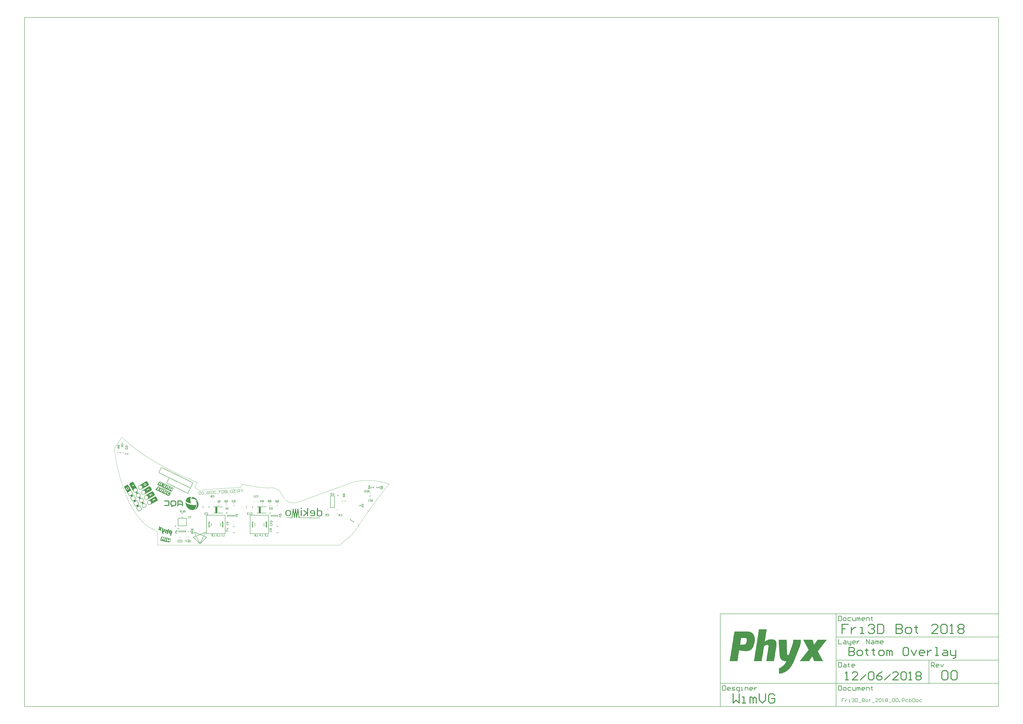
<source format=gbo>
G04*
G04 #@! TF.GenerationSoftware,Altium Limited,Altium Designer,18.1.6 (161)*
G04*
G04 Layer_Color=32896*
%FSLAX25Y25*%
%MOIN*%
G70*
G01*
G75*
%ADD10C,0.00591*%
%ADD11C,0.00787*%
%ADD12C,0.01575*%
%ADD13C,0.00394*%
%ADD14C,0.00984*%
%ADD85R,0.03150X0.11024*%
G04:AMPARAMS|DCode=86|XSize=27.56mil|YSize=19.68mil|CornerRadius=0mil|HoleSize=0mil|Usage=FLASHONLY|Rotation=300.000|XOffset=0mil|YOffset=0mil|HoleType=Round|Shape=Rectangle|*
%AMROTATEDRECTD86*
4,1,4,-0.01541,0.00701,0.00163,0.01686,0.01541,-0.00701,-0.00163,-0.01686,-0.01541,0.00701,0.0*
%
%ADD86ROTATEDRECTD86*%

G04:AMPARAMS|DCode=87|XSize=29.13mil|YSize=31.5mil|CornerRadius=0mil|HoleSize=0mil|Usage=FLASHONLY|Rotation=300.000|XOffset=0mil|YOffset=0mil|HoleType=Round|Shape=Rectangle|*
%AMROTATEDRECTD87*
4,1,4,-0.02092,0.00474,0.00636,0.02049,0.02092,-0.00474,-0.00636,-0.02049,-0.02092,0.00474,0.0*
%
%ADD87ROTATEDRECTD87*%

G04:AMPARAMS|DCode=88|XSize=15.75mil|YSize=66.93mil|CornerRadius=0mil|HoleSize=0mil|Usage=FLASHONLY|Rotation=30.000|XOffset=0mil|YOffset=0mil|HoleType=Round|Shape=Rectangle|*
%AMROTATEDRECTD88*
4,1,4,0.00991,-0.03292,-0.02355,0.02504,-0.00991,0.03292,0.02355,-0.02504,0.00991,-0.03292,0.0*
%
%ADD88ROTATEDRECTD88*%

G04:AMPARAMS|DCode=89|XSize=15.75mil|YSize=66.93mil|CornerRadius=0mil|HoleSize=0mil|Usage=FLASHONLY|Rotation=120.000|XOffset=0mil|YOffset=0mil|HoleType=Round|Shape=Rectangle|*
%AMROTATEDRECTD89*
4,1,4,0.03292,0.00991,-0.02504,-0.02355,-0.03292,-0.00991,0.02504,0.02355,0.03292,0.00991,0.0*
%
%ADD89ROTATEDRECTD89*%

G36*
X-107096Y102545D02*
X-106475Y102069D01*
X-106279Y101730D01*
X-104311Y98320D01*
Y98320D01*
X-104115Y97981D01*
X-104013Y97204D01*
X-104216Y96448D01*
X-104692Y95827D01*
X-105031Y95631D01*
Y95631D01*
X-111850Y91694D01*
X-115787Y98513D01*
X-108968Y102450D01*
X-108968Y102450D01*
X-108629Y102646D01*
X-107853Y102748D01*
X-107096Y102545D01*
D02*
G37*
G36*
X-80332Y100163D02*
X-80651Y99511D01*
X-80637Y99504D01*
X-79998Y99193D01*
X-79680Y99845D01*
X-73847Y97000D01*
X-74165Y96347D01*
X-74475Y95712D01*
X-74471Y95711D01*
X-74162Y96346D01*
X-73516Y96031D01*
X-73198Y96683D01*
X-68010Y94153D01*
X-68328Y93501D01*
X-68638Y92866D01*
X-68635Y92864D01*
X-68325Y93499D01*
X-67679Y93184D01*
X-67361Y93836D01*
X-62822Y91623D01*
X-63140Y90970D01*
X-62492Y90654D01*
X-62801Y90019D01*
X-63119Y89366D01*
X-63436Y88717D01*
X-63752Y88068D01*
X-64071Y87416D01*
X-64387Y86767D01*
X-64702Y86122D01*
X-65012Y85487D01*
X-65661Y85803D01*
X-65974Y85161D01*
X-68559Y86422D01*
X-68246Y87064D01*
X-68898Y87382D01*
X-69212Y86740D01*
X-71797Y88001D01*
X-71484Y88643D01*
X-71497Y88650D01*
X-71811Y88008D01*
X-74396Y89269D01*
X-74083Y89911D01*
X-74735Y90229D01*
X-75048Y89587D01*
X-77634Y90848D01*
X-77320Y91490D01*
X-77334Y91497D01*
X-77647Y90855D01*
X-83470Y93695D01*
X-83157Y94337D01*
X-83171Y94344D01*
X-83484Y93701D01*
X-86069Y94962D01*
X-85756Y95604D01*
X-86409Y95923D01*
X-86722Y95281D01*
X-89307Y96542D01*
X-88994Y97184D01*
X-88684Y97819D01*
X-88369Y98464D01*
X-88053Y99113D01*
X-87735Y99765D01*
X-87418Y100414D01*
X-87102Y101063D01*
X-86783Y101716D01*
X-86145Y101404D01*
X-85835Y102039D01*
X-85190Y101725D01*
X-84872Y102377D01*
X-80332Y100163D01*
D02*
G37*
G36*
X-130815Y101580D02*
X-130194Y101103D01*
X-129998Y100764D01*
X-129998Y100764D01*
X-126061Y93945D01*
X-132880Y90008D01*
X-136817Y96827D01*
X-136817D01*
X-137013Y97167D01*
X-137115Y97943D01*
X-136912Y98699D01*
X-136436Y99321D01*
X-136097Y99516D01*
X-132687Y101485D01*
X-132687Y101485D01*
X-132348Y101681D01*
X-131572Y101783D01*
X-130815Y101580D01*
D02*
G37*
G36*
X-136817Y96827D02*
X-136817Y96827D01*
D01*
X-136817Y96827D01*
D02*
G37*
G36*
X-116049Y95816D02*
X-116390Y95619D01*
X-118003Y96052D01*
X-118318Y96597D01*
X-116954Y97385D01*
X-116049Y95816D01*
D02*
G37*
G36*
X-102096Y93885D02*
X-101475Y93408D01*
X-101279Y93069D01*
X-99311Y89660D01*
Y89660D01*
X-99115Y89321D01*
X-99013Y88544D01*
X-99216Y87788D01*
X-99692Y87166D01*
X-100031Y86971D01*
Y86971D01*
X-106850Y83034D01*
X-110787Y89853D01*
X-103968Y93790D01*
X-103968Y93790D01*
X-103629Y93985D01*
X-102853Y94088D01*
X-102096Y93885D01*
D02*
G37*
G36*
X-85083Y92881D02*
X-85401Y92229D01*
X-84752Y91913D01*
X-85062Y91277D01*
X-85380Y90625D01*
X-85696Y89976D01*
X-86345Y90293D01*
X-86662Y89644D01*
X-86980Y88991D01*
X-86317Y88668D01*
X-85999Y89320D01*
X-85683Y89969D01*
X-85366Y90618D01*
X-85048Y91271D01*
X-84409Y90959D01*
X-84100Y91594D01*
X-83454Y91280D01*
X-83136Y91932D01*
X-78597Y89718D01*
X-78915Y89066D01*
X-78266Y88749D01*
X-78576Y88114D01*
X-78572Y88112D01*
X-78263Y88748D01*
X-77617Y88433D01*
X-77299Y89085D01*
X-72760Y86871D01*
X-73078Y86219D01*
X-72429Y85902D01*
X-72739Y85267D01*
X-72736Y85266D01*
X-72426Y85901D01*
X-71781Y85586D01*
X-71462Y86238D01*
X-66923Y84025D01*
X-67242Y83372D01*
X-66593Y83056D01*
X-66902Y82420D01*
X-67221Y81768D01*
X-67537Y81119D01*
X-68186Y81436D01*
X-68502Y80787D01*
X-67854Y80470D01*
X-68172Y79818D01*
X-68488Y79169D01*
X-68803Y78524D01*
X-69452Y78840D01*
X-69762Y78205D01*
X-70411Y78521D01*
X-70724Y77879D01*
X-75259Y80091D01*
X-74946Y80734D01*
X-75585Y81045D01*
X-75275Y81680D01*
X-75289Y81687D01*
X-75599Y81052D01*
X-76248Y81368D01*
X-76561Y80726D01*
X-81096Y82938D01*
X-80783Y83580D01*
X-81422Y83892D01*
X-81112Y84527D01*
X-81125Y84534D01*
X-81435Y83898D01*
X-82084Y84215D01*
X-82397Y83573D01*
X-86933Y85785D01*
X-86620Y86427D01*
X-86623Y86429D01*
X-87258Y86739D01*
X-87272Y86745D01*
X-87585Y86103D01*
X-92770Y88632D01*
X-92457Y89274D01*
X-92147Y89909D01*
X-91832Y90554D01*
X-91186Y90240D01*
X-90870Y90889D01*
X-90218Y90570D01*
X-89899Y91223D01*
X-89583Y91872D01*
X-89266Y92521D01*
X-88948Y93173D01*
X-88639Y93808D01*
X-87989Y93492D01*
X-87671Y94144D01*
X-85083Y92881D01*
D02*
G37*
G36*
X-124827Y91021D02*
X-125373Y90706D01*
X-126986Y91138D01*
X-127183Y91479D01*
X-125615Y92385D01*
X-124827Y91021D01*
D02*
G37*
G36*
X-113411Y91247D02*
X-114775Y90460D01*
X-115090Y91006D01*
X-114657Y92619D01*
X-114317Y92816D01*
X-113411Y91247D01*
D02*
G37*
G36*
X-129987Y89406D02*
X-130419Y87792D01*
X-130964Y87477D01*
X-131752Y88841D01*
X-130183Y89747D01*
X-129987Y89406D01*
D02*
G37*
G36*
X-111049Y87156D02*
X-111390Y86959D01*
X-113003Y87392D01*
X-113318Y87937D01*
X-111954Y88724D01*
X-111049Y87156D01*
D02*
G37*
G36*
X8345Y86665D02*
X8445Y86662D01*
X8540Y86653D01*
X8626Y86639D01*
X8708Y86625D01*
X8784Y86616D01*
X8856Y86601D01*
X8919Y86586D01*
X8971Y86575D01*
X9015Y86558D01*
X9053Y86551D01*
X9078Y86543D01*
X9097Y86535D01*
X9102Y86535D01*
X9272Y86469D01*
X9428Y86388D01*
X9501Y86350D01*
X9566Y86307D01*
X9625Y86268D01*
X9684Y86228D01*
X9734Y86189D01*
X9774Y86153D01*
X9814Y86122D01*
X9844Y86091D01*
X9869Y86069D01*
X9889Y86051D01*
X9899Y86042D01*
X9904Y86038D01*
X9545Y85689D01*
X9440Y85787D01*
X9331Y85866D01*
X9213Y85940D01*
X9096Y85999D01*
X8975Y86044D01*
X8854Y86084D01*
X8734Y86115D01*
X8623Y86142D01*
X8513Y86159D01*
X8417Y86172D01*
X8327Y86176D01*
X8251Y86181D01*
X8185Y86182D01*
X8137Y86184D01*
X8099Y86181D01*
X7996Y86171D01*
X7897Y86160D01*
X7803Y86140D01*
X7719Y86121D01*
X7640Y86097D01*
X7566Y86069D01*
X7501Y86041D01*
X7441Y86014D01*
X7391Y85988D01*
X7345Y85961D01*
X7308Y85940D01*
X7277Y85914D01*
X7254Y85899D01*
X7236Y85883D01*
X7227Y85878D01*
X7222Y85873D01*
X7169Y85818D01*
X7124Y85763D01*
X7085Y85704D01*
X7051Y85645D01*
X7026Y85582D01*
X7001Y85524D01*
X6971Y85403D01*
X6964Y85351D01*
X6958Y85303D01*
X6951Y85255D01*
X6949Y85217D01*
X6946Y85184D01*
X6947Y85160D01*
X6948Y85146D01*
X6948Y85141D01*
X6960Y85033D01*
X6985Y84926D01*
X7014Y84828D01*
X7043Y84740D01*
X7076Y84666D01*
X7092Y84633D01*
X7103Y84610D01*
X7114Y84588D01*
X7124Y84574D01*
X7130Y84565D01*
X7130Y84560D01*
X7162Y84505D01*
X7203Y84451D01*
X7290Y84337D01*
X7386Y84229D01*
X7483Y84126D01*
X7528Y84077D01*
X7573Y84037D01*
X7614Y83996D01*
X7649Y83965D01*
X7679Y83939D01*
X7699Y83921D01*
X7714Y83908D01*
X7719Y83903D01*
X9993Y81921D01*
X10015Y81548D01*
X6389Y81332D01*
X6361Y81804D01*
X9203Y81973D01*
X7344Y83597D01*
X7249Y83681D01*
X7163Y83761D01*
X7083Y83842D01*
X7007Y83913D01*
X6946Y83985D01*
X6885Y84053D01*
X6834Y84116D01*
X6788Y84170D01*
X6747Y84224D01*
X6711Y84270D01*
X6685Y84311D01*
X6660Y84342D01*
X6644Y84370D01*
X6633Y84388D01*
X6623Y84402D01*
X6622Y84407D01*
X6553Y84544D01*
X6502Y84679D01*
X6461Y84804D01*
X6436Y84921D01*
X6423Y84973D01*
X6415Y85020D01*
X6408Y85062D01*
X6406Y85100D01*
X6400Y85128D01*
X6398Y85147D01*
X6397Y85161D01*
X6397Y85166D01*
X6395Y85284D01*
X6402Y85398D01*
X6420Y85503D01*
X6442Y85604D01*
X6474Y85701D01*
X6507Y85783D01*
X6545Y85866D01*
X6584Y85935D01*
X6622Y85999D01*
X6662Y86058D01*
X6697Y86103D01*
X6732Y86147D01*
X6759Y86177D01*
X6781Y86198D01*
X6795Y86213D01*
X6799Y86218D01*
X6885Y86289D01*
X6976Y86351D01*
X7072Y86409D01*
X7173Y86458D01*
X7275Y86497D01*
X7377Y86536D01*
X7479Y86566D01*
X7577Y86591D01*
X7671Y86611D01*
X7755Y86630D01*
X7830Y86644D01*
X7896Y86653D01*
X7952Y86661D01*
X8028Y86665D01*
X8246Y86669D01*
X8345Y86665D01*
D02*
G37*
G36*
X-97096Y85225D02*
X-96475Y84748D01*
X-96279Y84409D01*
X-94311Y80999D01*
Y80999D01*
X-94115Y80660D01*
X-94013Y79884D01*
X-94216Y79128D01*
X-94692Y78506D01*
X-95031Y78310D01*
D01*
X-101850Y74373D01*
X-105787Y81192D01*
X-98968Y85129D01*
X-98968Y85129D01*
X-98629Y85325D01*
X-97853Y85427D01*
X-97096Y85225D01*
D02*
G37*
G36*
X-139475Y96580D02*
X-138854Y96104D01*
X-138658Y95764D01*
Y95764D01*
X-134721Y88945D01*
X-141540Y85008D01*
X-145477Y91827D01*
D01*
X-145673Y92167D01*
X-145775Y92943D01*
X-145573Y93699D01*
X-145096Y94321D01*
X-144757Y94516D01*
X-141347Y96485D01*
X-141347Y96485D01*
X-141008Y96681D01*
X-140232Y96783D01*
X-139475Y96580D01*
D02*
G37*
G36*
X55418Y84252D02*
X54870Y84220D01*
X54740Y86415D01*
X52062Y86256D01*
X52034Y86728D01*
X54712Y86887D01*
X54590Y88918D01*
X51588Y88739D01*
X51559Y89216D01*
X55110Y89427D01*
X55418Y84252D01*
D02*
G37*
G36*
X50739Y83973D02*
X50191Y83941D01*
X50094Y85579D01*
X48625Y85492D01*
X48549Y85492D01*
X48478Y85493D01*
X48417Y85494D01*
X48365Y85491D01*
X48322Y85493D01*
X48298Y85496D01*
X48289Y85496D01*
X47203Y83763D01*
X46608Y83727D01*
X47763Y85573D01*
X47657Y85605D01*
X47560Y85642D01*
X47463Y85678D01*
X47375Y85721D01*
X47296Y85768D01*
X47223Y85811D01*
X47153Y85859D01*
X47089Y85903D01*
X47034Y85947D01*
X46989Y85987D01*
X46949Y86022D01*
X46914Y86058D01*
X46889Y86085D01*
X46869Y86103D01*
X46859Y86116D01*
X46854Y86121D01*
X46797Y86198D01*
X46744Y86280D01*
X46697Y86362D01*
X46654Y86450D01*
X46621Y86533D01*
X46592Y86617D01*
X46568Y86701D01*
X46545Y86775D01*
X46526Y86850D01*
X46512Y86920D01*
X46504Y86976D01*
X46496Y87028D01*
X46489Y87075D01*
X46487Y87103D01*
X46486Y87127D01*
X46485Y87132D01*
X46481Y87283D01*
X46492Y87426D01*
X46512Y87560D01*
X46542Y87690D01*
X46578Y87805D01*
X46619Y87917D01*
X46660Y88019D01*
X46707Y88107D01*
X46759Y88191D01*
X46802Y88259D01*
X46846Y88319D01*
X46885Y88373D01*
X46921Y88413D01*
X46948Y88439D01*
X46965Y88459D01*
X46970Y88464D01*
X47073Y88555D01*
X47187Y88633D01*
X47311Y88707D01*
X47435Y88766D01*
X47560Y88821D01*
X47685Y88866D01*
X47811Y88907D01*
X47932Y88938D01*
X48048Y88969D01*
X48152Y88989D01*
X48250Y89004D01*
X48330Y89014D01*
X48401Y89023D01*
X48429Y89029D01*
X50431Y89148D01*
X50739Y83973D01*
D02*
G37*
G36*
X45394Y83655D02*
X44846Y83622D01*
X44538Y88797D01*
X45086Y88830D01*
X45394Y83655D01*
D02*
G37*
G36*
X43443Y88254D02*
X40794Y88096D01*
X42336Y86387D01*
X42360Y85995D01*
X41991Y85973D01*
X41864Y85961D01*
X41746Y85949D01*
X41634Y85928D01*
X41531Y85903D01*
X41438Y85879D01*
X41354Y85850D01*
X41280Y85817D01*
X41211Y85789D01*
X41151Y85762D01*
X41101Y85731D01*
X41055Y85704D01*
X41023Y85683D01*
X40996Y85663D01*
X40973Y85652D01*
X40964Y85642D01*
X40959Y85637D01*
X40901Y85581D01*
X40852Y85522D01*
X40809Y85457D01*
X40770Y85394D01*
X40741Y85325D01*
X40716Y85262D01*
X40696Y85200D01*
X40681Y85137D01*
X40670Y85080D01*
X40664Y85027D01*
X40657Y84979D01*
X40655Y84941D01*
X40652Y84908D01*
X40654Y84884D01*
X40655Y84865D01*
X40655Y84861D01*
X40665Y84771D01*
X40679Y84687D01*
X40703Y84612D01*
X40731Y84538D01*
X40759Y84474D01*
X40791Y84414D01*
X40827Y84355D01*
X40863Y84304D01*
X40899Y84264D01*
X40935Y84223D01*
X40965Y84192D01*
X40990Y84165D01*
X41015Y84143D01*
X41035Y84130D01*
X41045Y84121D01*
X41050Y84117D01*
X41119Y84073D01*
X41197Y84035D01*
X41275Y84002D01*
X41357Y83974D01*
X41444Y83951D01*
X41525Y83932D01*
X41683Y83908D01*
X41759Y83903D01*
X41826Y83898D01*
X41888Y83896D01*
X41945Y83895D01*
X41987Y83893D01*
X42049Y83896D01*
X42228Y83917D01*
X42396Y83946D01*
X42551Y83978D01*
X42621Y83997D01*
X42686Y84020D01*
X42742Y84037D01*
X42797Y84055D01*
X42844Y84072D01*
X42881Y84088D01*
X42913Y84100D01*
X42936Y84110D01*
X42950Y84116D01*
X42955Y84116D01*
X43102Y84191D01*
X43234Y84275D01*
X43294Y84312D01*
X43348Y84353D01*
X43398Y84389D01*
X43443Y84430D01*
X43484Y84461D01*
X43520Y84491D01*
X43547Y84521D01*
X43574Y84547D01*
X43591Y84566D01*
X43605Y84582D01*
X43614Y84587D01*
X43618Y84592D01*
X43898Y84187D01*
X43782Y84071D01*
X43660Y83969D01*
X43528Y83880D01*
X43405Y83802D01*
X43350Y83770D01*
X43299Y83739D01*
X43249Y83717D01*
X43207Y83696D01*
X43175Y83679D01*
X43152Y83669D01*
X43134Y83658D01*
X43129Y83658D01*
X42944Y83585D01*
X42757Y83531D01*
X42580Y83487D01*
X42496Y83473D01*
X42421Y83459D01*
X42346Y83445D01*
X42280Y83437D01*
X42223Y83428D01*
X42171Y83425D01*
X42134Y83418D01*
X42077Y83415D01*
X41964Y83413D01*
X41860Y83411D01*
X41755Y83415D01*
X41655Y83423D01*
X41565Y83432D01*
X41479Y83441D01*
X41402Y83455D01*
X41330Y83470D01*
X41263Y83485D01*
X41205Y83500D01*
X41157Y83512D01*
X41114Y83523D01*
X41080Y83536D01*
X41056Y83544D01*
X41041Y83552D01*
X41036Y83552D01*
X40958Y83585D01*
X40885Y83623D01*
X40816Y83662D01*
X40747Y83705D01*
X40688Y83744D01*
X40633Y83789D01*
X40589Y83829D01*
X40543Y83868D01*
X40503Y83904D01*
X40468Y83940D01*
X40438Y83971D01*
X40413Y83998D01*
X40397Y84021D01*
X40382Y84039D01*
X40372Y84048D01*
X40371Y84052D01*
X40330Y84116D01*
X40293Y84180D01*
X40228Y84314D01*
X40182Y84444D01*
X40151Y84565D01*
X40139Y84621D01*
X40126Y84668D01*
X40119Y84715D01*
X40117Y84753D01*
X40110Y84786D01*
X40108Y84809D01*
X40108Y84823D01*
X40107Y84828D01*
X40105Y84946D01*
X40113Y85056D01*
X40125Y85161D01*
X40148Y85262D01*
X40175Y85358D01*
X40203Y85445D01*
X40241Y85523D01*
X40275Y85596D01*
X40309Y85664D01*
X40343Y85719D01*
X40378Y85768D01*
X40409Y85813D01*
X40435Y85843D01*
X40453Y85867D01*
X40466Y85882D01*
X40471Y85887D01*
X40551Y85963D01*
X40637Y86030D01*
X40733Y86093D01*
X40830Y86146D01*
X40931Y86194D01*
X41028Y86233D01*
X41130Y86273D01*
X41228Y86302D01*
X41316Y86326D01*
X41405Y86351D01*
X41480Y86365D01*
X41550Y86378D01*
X41606Y86391D01*
X41644Y86393D01*
X41672Y86400D01*
X41682Y86400D01*
X40108Y88154D01*
X40086Y88532D01*
X43414Y88731D01*
X43443Y88254D01*
D02*
G37*
G36*
X38992Y83274D02*
X36886Y83148D01*
X36734Y83144D01*
X36587Y83145D01*
X36445Y83151D01*
X36311Y83166D01*
X36182Y83182D01*
X36058Y83203D01*
X35948Y83225D01*
X35842Y83252D01*
X35750Y83275D01*
X35664Y83298D01*
X35591Y83322D01*
X35528Y83342D01*
X35480Y83363D01*
X35446Y83375D01*
X35427Y83384D01*
X35417Y83388D01*
X35300Y83447D01*
X35187Y83507D01*
X35079Y83576D01*
X34984Y83646D01*
X34890Y83716D01*
X34805Y83787D01*
X34730Y83859D01*
X34660Y83925D01*
X34594Y83993D01*
X34539Y84051D01*
X34493Y84105D01*
X34457Y84155D01*
X34426Y84191D01*
X34400Y84223D01*
X34390Y84241D01*
X34385Y84246D01*
X34317Y84355D01*
X34258Y84465D01*
X34204Y84581D01*
X34154Y84691D01*
X34114Y84807D01*
X34080Y84914D01*
X34049Y85022D01*
X34025Y85120D01*
X34005Y85213D01*
X33990Y85302D01*
X33976Y85377D01*
X33968Y85443D01*
X33960Y85495D01*
X33957Y85537D01*
X33956Y85561D01*
X33955Y85570D01*
X33952Y85708D01*
X33953Y85845D01*
X33964Y85974D01*
X33981Y86098D01*
X33997Y86217D01*
X34019Y86328D01*
X34046Y86433D01*
X34073Y86530D01*
X34101Y86617D01*
X34130Y86694D01*
X34154Y86762D01*
X34175Y86820D01*
X34195Y86869D01*
X34213Y86898D01*
X34221Y86922D01*
X34225Y86927D01*
X34285Y87040D01*
X34354Y87144D01*
X34429Y87243D01*
X34504Y87337D01*
X34579Y87427D01*
X34655Y87507D01*
X34731Y87578D01*
X34803Y87644D01*
X34875Y87705D01*
X34939Y87757D01*
X34997Y87803D01*
X35047Y87839D01*
X35088Y87870D01*
X35120Y87890D01*
X35138Y87901D01*
X35148Y87906D01*
X35262Y87970D01*
X35382Y88029D01*
X35507Y88079D01*
X35627Y88129D01*
X35748Y88165D01*
X35869Y88200D01*
X35981Y88231D01*
X36089Y88252D01*
X36192Y88272D01*
X36286Y88287D01*
X36370Y88301D01*
X36441Y88310D01*
X36497Y88318D01*
X38683Y88449D01*
X38992Y83274D01*
D02*
G37*
G36*
X29185Y82689D02*
X26805Y82548D01*
X26630Y82542D01*
X26464Y82542D01*
X26312Y82552D01*
X26169Y82567D01*
X26035Y82582D01*
X25915Y82608D01*
X25805Y82635D01*
X25704Y82662D01*
X25617Y82690D01*
X25544Y82714D01*
X25476Y82744D01*
X25423Y82764D01*
X25384Y82785D01*
X25354Y82802D01*
X25335Y82811D01*
X25330Y82815D01*
X25240Y82881D01*
X25160Y82952D01*
X25089Y83028D01*
X25028Y83110D01*
X24975Y83192D01*
X24928Y83275D01*
X24890Y83358D01*
X24861Y83437D01*
X24838Y83511D01*
X24815Y83581D01*
X24802Y83646D01*
X24793Y83703D01*
X24786Y83750D01*
X24779Y83782D01*
X24778Y83801D01*
X24778Y83811D01*
X24777Y83905D01*
X24781Y83996D01*
X24785Y84081D01*
X24799Y84163D01*
X24818Y84240D01*
X24838Y84312D01*
X24857Y84379D01*
X24878Y84437D01*
X24903Y84491D01*
X24924Y84535D01*
X24945Y84579D01*
X24967Y84613D01*
X24984Y84638D01*
X24993Y84657D01*
X25001Y84667D01*
X25006Y84672D01*
X25054Y84737D01*
X25112Y84793D01*
X25171Y84848D01*
X25229Y84894D01*
X25357Y84982D01*
X25481Y85047D01*
X25536Y85074D01*
X25592Y85101D01*
X25638Y85118D01*
X25680Y85134D01*
X25717Y85146D01*
X25740Y85157D01*
X25758Y85163D01*
X25763Y85163D01*
X25627Y85216D01*
X25510Y85281D01*
X25406Y85345D01*
X25322Y85416D01*
X25252Y85474D01*
X25201Y85527D01*
X25186Y85545D01*
X25171Y85559D01*
X25161Y85568D01*
X25161Y85572D01*
X25120Y85627D01*
X25083Y85686D01*
X25024Y85806D01*
X24979Y85926D01*
X24948Y86043D01*
X24935Y86094D01*
X24923Y86141D01*
X24916Y86183D01*
X24914Y86221D01*
X24907Y86249D01*
X24906Y86273D01*
X24905Y86287D01*
X24905Y86292D01*
X24902Y86410D01*
X24910Y86519D01*
X24928Y86620D01*
X24955Y86716D01*
X24983Y86808D01*
X25021Y86891D01*
X25059Y86969D01*
X25097Y87037D01*
X25141Y87097D01*
X25180Y87151D01*
X25220Y87196D01*
X25251Y87236D01*
X25283Y87262D01*
X25305Y87287D01*
X25319Y87297D01*
X25323Y87302D01*
X25414Y87369D01*
X25510Y87427D01*
X25616Y87481D01*
X25722Y87530D01*
X25833Y87569D01*
X25940Y87604D01*
X26047Y87634D01*
X26155Y87660D01*
X26253Y87680D01*
X26347Y87695D01*
X26427Y87709D01*
X26502Y87718D01*
X26558Y87726D01*
X28877Y87865D01*
X29185Y82689D01*
D02*
G37*
G36*
X33743Y82606D02*
X30046Y82385D01*
X30025Y82740D01*
X33722Y82960D01*
X33743Y82606D01*
D02*
G37*
G36*
X21316Y87442D02*
X21453Y87432D01*
X21582Y87420D01*
X21707Y87400D01*
X21822Y87378D01*
X21932Y87351D01*
X22033Y87329D01*
X22125Y87301D01*
X22207Y87273D01*
X22275Y87248D01*
X22338Y87224D01*
X22386Y87208D01*
X22420Y87191D01*
X22440Y87182D01*
X22449Y87178D01*
X22567Y87119D01*
X22680Y87050D01*
X22783Y86980D01*
X22882Y86910D01*
X22972Y86835D01*
X23057Y86764D01*
X23137Y86689D01*
X23208Y86622D01*
X23268Y86554D01*
X23324Y86491D01*
X23375Y86437D01*
X23411Y86387D01*
X23442Y86347D01*
X23462Y86319D01*
X23478Y86297D01*
X23483Y86292D01*
X23551Y86183D01*
X23610Y86072D01*
X23664Y85957D01*
X23713Y85846D01*
X23753Y85730D01*
X23788Y85623D01*
X23818Y85516D01*
X23843Y85418D01*
X23863Y85325D01*
X23877Y85240D01*
X23891Y85165D01*
X23900Y85099D01*
X23903Y85043D01*
X23910Y85005D01*
X23912Y84982D01*
X23912Y84972D01*
X23916Y84835D01*
X23914Y84697D01*
X23903Y84569D01*
X23887Y84440D01*
X23871Y84320D01*
X23849Y84210D01*
X23822Y84104D01*
X23795Y84003D01*
X23767Y83916D01*
X23738Y83839D01*
X23714Y83766D01*
X23694Y83708D01*
X23673Y83664D01*
X23656Y83630D01*
X23648Y83606D01*
X23643Y83601D01*
X23579Y83488D01*
X23514Y83380D01*
X23440Y83281D01*
X23365Y83186D01*
X23290Y83096D01*
X23214Y83016D01*
X23138Y82941D01*
X23062Y82870D01*
X22994Y82809D01*
X22931Y82758D01*
X22872Y82711D01*
X22822Y82671D01*
X22781Y82644D01*
X22749Y82619D01*
X22726Y82608D01*
X22722Y82603D01*
X22608Y82535D01*
X22488Y82475D01*
X22372Y82426D01*
X22252Y82376D01*
X22136Y82336D01*
X22024Y82306D01*
X21912Y82275D01*
X21810Y82250D01*
X21711Y82230D01*
X21627Y82216D01*
X21547Y82201D01*
X21477Y82192D01*
X21425Y82189D01*
X21382Y82182D01*
X21349Y82180D01*
X21207Y82176D01*
X21070Y82178D01*
X20932Y82188D01*
X20803Y82200D01*
X20684Y82216D01*
X20564Y82238D01*
X20458Y82265D01*
X20357Y82292D01*
X20266Y82315D01*
X20184Y82343D01*
X20111Y82367D01*
X20053Y82387D01*
X20005Y82403D01*
X19970Y82420D01*
X19946Y82428D01*
X19941Y82433D01*
X19824Y82492D01*
X19716Y82557D01*
X19608Y82626D01*
X19513Y82701D01*
X19419Y82771D01*
X19334Y82847D01*
X19258Y82918D01*
X19188Y82990D01*
X19123Y83052D01*
X19071Y83115D01*
X19021Y83169D01*
X18985Y83219D01*
X18954Y83260D01*
X18928Y83287D01*
X18918Y83310D01*
X18913Y83314D01*
X18845Y83424D01*
X18781Y83539D01*
X18726Y83654D01*
X18682Y83770D01*
X18637Y83881D01*
X18602Y83992D01*
X18572Y84100D01*
X18547Y84202D01*
X18527Y84296D01*
X18513Y84380D01*
X18499Y84455D01*
X18490Y84521D01*
X18482Y84578D01*
X18480Y84615D01*
X18478Y84639D01*
X18478Y84648D01*
X18474Y84786D01*
X18476Y84923D01*
X18487Y85052D01*
X18503Y85176D01*
X18520Y85295D01*
X18546Y85411D01*
X18568Y85516D01*
X18596Y85613D01*
X18624Y85699D01*
X18652Y85782D01*
X18681Y85850D01*
X18701Y85908D01*
X18722Y85952D01*
X18739Y85986D01*
X18747Y86010D01*
X18752Y86015D01*
X18816Y86128D01*
X18881Y86236D01*
X18955Y86340D01*
X19030Y86435D01*
X19105Y86524D01*
X19181Y86609D01*
X19257Y86685D01*
X19329Y86751D01*
X19396Y86812D01*
X19464Y86868D01*
X19518Y86909D01*
X19568Y86950D01*
X19609Y86981D01*
X19641Y87002D01*
X19659Y87012D01*
X19668Y87017D01*
X19782Y87086D01*
X19897Y87145D01*
X20018Y87195D01*
X20133Y87244D01*
X20249Y87284D01*
X20366Y87315D01*
X20473Y87345D01*
X20576Y87370D01*
X20674Y87390D01*
X20759Y87405D01*
X20838Y87419D01*
X20904Y87428D01*
X20960Y87436D01*
X21036Y87440D01*
X21178Y87444D01*
X21316Y87442D01*
D02*
G37*
G36*
X17936Y86734D02*
X16119Y86626D01*
X16399Y81928D01*
X15851Y81895D01*
X15571Y86593D01*
X13753Y86485D01*
X13725Y86962D01*
X17908Y87211D01*
X17936Y86734D01*
D02*
G37*
G36*
X-108411Y82587D02*
X-109775Y81800D01*
X-110090Y82345D01*
X-109658Y83959D01*
X-109317Y84156D01*
X-108411Y82587D01*
D02*
G37*
G36*
X14021Y81431D02*
X10324Y81211D01*
X10303Y81565D01*
X14000Y81785D01*
X14021Y81431D01*
D02*
G37*
G36*
X3567Y86385D02*
X3672Y86377D01*
X3772Y86360D01*
X3868Y86342D01*
X3959Y86323D01*
X4041Y86295D01*
X4118Y86271D01*
X4191Y86247D01*
X4254Y86222D01*
X4308Y86197D01*
X4352Y86176D01*
X4391Y86155D01*
X4415Y86142D01*
X4435Y86134D01*
X4440Y86129D01*
X4528Y86073D01*
X4613Y86012D01*
X4693Y85940D01*
X4768Y85874D01*
X4838Y85802D01*
X4904Y85730D01*
X4961Y85658D01*
X5017Y85585D01*
X5063Y85522D01*
X5105Y85458D01*
X5142Y85403D01*
X5173Y85358D01*
X5194Y85316D01*
X5210Y85289D01*
X5221Y85266D01*
X5226Y85261D01*
X5280Y85151D01*
X5325Y85035D01*
X5365Y84919D01*
X5405Y84803D01*
X5466Y84570D01*
X5487Y84457D01*
X5507Y84354D01*
X5523Y84256D01*
X5538Y84162D01*
X5547Y84082D01*
X5556Y84016D01*
X5564Y83960D01*
X5567Y83917D01*
X5568Y83889D01*
X5569Y83879D01*
X5573Y83733D01*
X5577Y83586D01*
X5571Y83448D01*
X5560Y83315D01*
X5548Y83191D01*
X5536Y83077D01*
X5519Y82967D01*
X5497Y82866D01*
X5478Y82779D01*
X5459Y82698D01*
X5444Y82626D01*
X5429Y82568D01*
X5413Y82524D01*
X5400Y82490D01*
X5397Y82467D01*
X5393Y82462D01*
X5347Y82350D01*
X5297Y82247D01*
X5246Y82145D01*
X5189Y82056D01*
X5133Y81968D01*
X5076Y81893D01*
X5023Y81819D01*
X4966Y81754D01*
X4917Y81699D01*
X4868Y81648D01*
X4828Y81603D01*
X4787Y81568D01*
X4756Y81542D01*
X4733Y81522D01*
X4719Y81512D01*
X4715Y81507D01*
X4629Y81445D01*
X4542Y81392D01*
X4450Y81344D01*
X4358Y81301D01*
X4270Y81267D01*
X4182Y81233D01*
X4098Y81209D01*
X4019Y81186D01*
X3944Y81172D01*
X3873Y81158D01*
X3813Y81145D01*
X3761Y81137D01*
X3719Y81130D01*
X3662Y81126D01*
X3553Y81125D01*
X3444Y81128D01*
X3339Y81136D01*
X3239Y81154D01*
X3143Y81171D01*
X3057Y81190D01*
X2970Y81213D01*
X2892Y81242D01*
X2825Y81266D01*
X2761Y81291D01*
X2708Y81311D01*
X2659Y81337D01*
X2625Y81354D01*
X2596Y81366D01*
X2581Y81375D01*
X2576Y81379D01*
X2488Y81436D01*
X2403Y81502D01*
X2319Y81568D01*
X2244Y81634D01*
X2173Y81706D01*
X2111Y81783D01*
X2051Y81850D01*
X1994Y81923D01*
X1948Y81986D01*
X1906Y82050D01*
X1870Y82105D01*
X1839Y82150D01*
X1817Y82192D01*
X1801Y82219D01*
X1790Y82242D01*
X1785Y82247D01*
X1731Y82357D01*
X1682Y82473D01*
X1642Y82589D01*
X1606Y82710D01*
X1545Y82938D01*
X1519Y83051D01*
X1499Y83158D01*
X1484Y83257D01*
X1469Y83346D01*
X1459Y83431D01*
X1450Y83497D01*
X1442Y83553D01*
X1440Y83596D01*
X1438Y83624D01*
X1437Y83633D01*
X1433Y83780D01*
X1429Y83927D01*
X1436Y84060D01*
X1447Y84193D01*
X1458Y84317D01*
X1475Y84432D01*
X1492Y84542D01*
X1510Y84642D01*
X1528Y84733D01*
X1547Y84810D01*
X1567Y84882D01*
X1582Y84940D01*
X1599Y84984D01*
X1611Y85018D01*
X1614Y85042D01*
X1619Y85047D01*
X1664Y85158D01*
X1715Y85266D01*
X1766Y85363D01*
X1822Y85452D01*
X1878Y85541D01*
X1935Y85615D01*
X1993Y85690D01*
X2046Y85754D01*
X2099Y85810D01*
X2144Y85860D01*
X2188Y85905D01*
X2224Y85940D01*
X2256Y85966D01*
X2283Y85987D01*
X2296Y85997D01*
X2301Y86002D01*
X2387Y86064D01*
X2474Y86116D01*
X2566Y86169D01*
X2653Y86208D01*
X2741Y86246D01*
X2829Y86275D01*
X2913Y86304D01*
X2992Y86327D01*
X3067Y86341D01*
X3137Y86355D01*
X3194Y86368D01*
X3250Y86376D01*
X3292Y86383D01*
X3349Y86387D01*
X3458Y86388D01*
X3567Y86385D01*
D02*
G37*
G36*
X863Y85717D02*
X-355Y85645D01*
X-75Y80947D01*
X-609Y80915D01*
X-917Y86090D01*
X835Y86194D01*
X863Y85717D01*
D02*
G37*
G36*
X-3822Y85945D02*
X-3684Y85934D01*
X-3560Y85918D01*
X-3441Y85897D01*
X-3330Y85870D01*
X-3229Y85843D01*
X-3137Y85815D01*
X-3055Y85787D01*
X-2982Y85758D01*
X-2919Y85729D01*
X-2870Y85703D01*
X-2831Y85682D01*
X-2801Y85665D01*
X-2782Y85656D01*
X-2777Y85652D01*
X-2688Y85586D01*
X-2608Y85515D01*
X-2537Y85439D01*
X-2475Y85357D01*
X-2423Y85275D01*
X-2375Y85197D01*
X-2342Y85114D01*
X-2309Y85040D01*
X-2286Y84966D01*
X-2268Y84900D01*
X-2250Y84835D01*
X-2242Y84784D01*
X-2235Y84741D01*
X-2228Y84709D01*
X-2227Y84690D01*
X-2226Y84680D01*
X-2227Y84609D01*
X-2227Y84538D01*
X-2243Y84404D01*
X-2269Y84284D01*
X-2301Y84183D01*
X-2317Y84135D01*
X-2334Y84096D01*
X-2350Y84062D01*
X-2363Y84032D01*
X-2376Y84008D01*
X-2384Y83993D01*
X-2393Y83983D01*
X-2393Y83978D01*
X-2472Y83870D01*
X-2565Y83774D01*
X-2660Y83693D01*
X-2755Y83621D01*
X-2837Y83568D01*
X-2874Y83547D01*
X-2906Y83526D01*
X-2933Y83510D01*
X-2952Y83504D01*
X-2966Y83494D01*
X-2970Y83494D01*
X-2879Y83466D01*
X-2797Y83438D01*
X-2714Y83405D01*
X-2641Y83371D01*
X-2572Y83333D01*
X-2509Y83299D01*
X-2450Y83260D01*
X-2400Y83225D01*
X-2356Y83194D01*
X-2316Y83159D01*
X-2281Y83132D01*
X-2251Y83106D01*
X-2231Y83088D01*
X-2215Y83070D01*
X-2206Y83061D01*
X-2200Y83056D01*
X-2154Y82998D01*
X-2108Y82934D01*
X-2071Y82870D01*
X-2039Y82806D01*
X-1984Y82676D01*
X-1948Y82555D01*
X-1935Y82499D01*
X-1923Y82448D01*
X-1915Y82401D01*
X-1908Y82363D01*
X-1901Y82330D01*
X-1900Y82302D01*
X-1899Y82288D01*
X-1898Y82283D01*
X-1896Y82155D01*
X-1908Y82036D01*
X-1925Y81926D01*
X-1956Y81820D01*
X-1988Y81719D01*
X-2025Y81626D01*
X-2072Y81543D01*
X-2115Y81465D01*
X-2158Y81396D01*
X-2207Y81336D01*
X-2247Y81286D01*
X-2287Y81241D01*
X-2318Y81211D01*
X-2340Y81186D01*
X-2358Y81171D01*
X-2363Y81166D01*
X-2462Y81089D01*
X-2572Y81020D01*
X-2687Y80962D01*
X-2802Y80907D01*
X-2923Y80862D01*
X-3044Y80827D01*
X-3160Y80791D01*
X-3272Y80766D01*
X-3380Y80740D01*
X-3483Y80720D01*
X-3572Y80710D01*
X-3647Y80696D01*
X-3713Y80692D01*
X-3760Y80684D01*
X-3803Y80682D01*
X-4025Y80678D01*
X-4130Y80681D01*
X-4229Y80685D01*
X-4325Y80693D01*
X-4415Y80702D01*
X-4496Y80712D01*
X-4573Y80726D01*
X-4640Y80741D01*
X-4702Y80752D01*
X-4755Y80762D01*
X-4799Y80774D01*
X-4832Y80786D01*
X-4861Y80789D01*
X-4876Y80798D01*
X-4880Y80798D01*
X-4968Y80830D01*
X-5046Y80864D01*
X-5123Y80897D01*
X-5192Y80936D01*
X-5256Y80974D01*
X-5315Y81014D01*
X-5374Y81053D01*
X-5419Y81093D01*
X-5464Y81128D01*
X-5504Y81163D01*
X-5534Y81190D01*
X-5564Y81217D01*
X-5584Y81239D01*
X-5600Y81257D01*
X-5605Y81266D01*
X-5610Y81271D01*
X-5656Y81334D01*
X-5698Y81398D01*
X-5735Y81462D01*
X-5767Y81527D01*
X-5818Y81656D01*
X-5858Y81777D01*
X-5871Y81833D01*
X-5879Y81885D01*
X-5886Y81932D01*
X-5893Y81969D01*
X-5900Y82002D01*
X-5901Y82026D01*
X-5902Y82040D01*
X-5903Y82045D01*
X-5903Y82130D01*
X-5903Y82210D01*
X-5879Y82363D01*
X-5864Y82436D01*
X-5844Y82498D01*
X-5824Y82561D01*
X-5804Y82614D01*
X-5783Y82668D01*
X-5762Y82712D01*
X-5741Y82751D01*
X-5724Y82785D01*
X-5706Y82810D01*
X-5693Y82829D01*
X-5689Y82839D01*
X-5685Y82844D01*
X-5636Y82909D01*
X-5583Y82964D01*
X-5471Y83070D01*
X-5353Y83162D01*
X-5234Y83236D01*
X-5184Y83267D01*
X-5134Y83299D01*
X-5088Y83320D01*
X-5046Y83342D01*
X-5014Y83353D01*
X-4991Y83364D01*
X-4972Y83375D01*
X-4968Y83375D01*
X-5113Y83433D01*
X-5240Y83496D01*
X-5349Y83565D01*
X-5438Y83631D01*
X-5478Y83662D01*
X-5508Y83693D01*
X-5538Y83720D01*
X-5563Y83742D01*
X-5578Y83760D01*
X-5593Y83774D01*
X-5603Y83783D01*
X-5604Y83787D01*
X-5645Y83842D01*
X-5681Y83896D01*
X-5745Y84011D01*
X-5789Y84122D01*
X-5819Y84229D01*
X-5832Y84281D01*
X-5844Y84323D01*
X-5851Y84365D01*
X-5853Y84398D01*
X-5860Y84426D01*
X-5861Y84445D01*
X-5861Y84459D01*
X-5862Y84464D01*
X-5862Y84540D01*
X-5861Y84615D01*
X-5841Y84754D01*
X-5815Y84879D01*
X-5795Y84937D01*
X-5779Y84990D01*
X-5759Y85038D01*
X-5742Y85082D01*
X-5721Y85116D01*
X-5708Y85146D01*
X-5695Y85170D01*
X-5682Y85190D01*
X-5678Y85200D01*
X-5674Y85205D01*
X-5586Y85319D01*
X-5492Y85424D01*
X-5389Y85511D01*
X-5294Y85583D01*
X-5202Y85640D01*
X-5166Y85666D01*
X-5129Y85687D01*
X-5101Y85698D01*
X-5083Y85709D01*
X-5069Y85719D01*
X-5065Y85719D01*
X-4908Y85786D01*
X-4749Y85833D01*
X-4590Y85871D01*
X-4511Y85890D01*
X-4441Y85904D01*
X-4370Y85912D01*
X-4309Y85921D01*
X-4258Y85929D01*
X-4210Y85931D01*
X-4168Y85939D01*
X-4116Y85942D01*
X-3965Y85946D01*
X-3822Y85945D01*
D02*
G37*
G36*
X-12411Y85433D02*
X-12306Y85426D01*
X-12206Y85408D01*
X-12110Y85390D01*
X-12019Y85372D01*
X-11937Y85343D01*
X-11859Y85319D01*
X-11787Y85295D01*
X-11724Y85271D01*
X-11670Y85245D01*
X-11626Y85224D01*
X-11587Y85203D01*
X-11563Y85190D01*
X-11543Y85182D01*
X-11538Y85177D01*
X-11450Y85121D01*
X-11365Y85060D01*
X-11285Y84989D01*
X-11210Y84922D01*
X-11140Y84851D01*
X-11074Y84779D01*
X-11017Y84706D01*
X-10961Y84634D01*
X-10915Y84570D01*
X-10873Y84506D01*
X-10836Y84452D01*
X-10805Y84406D01*
X-10784Y84365D01*
X-10768Y84337D01*
X-10757Y84314D01*
X-10752Y84310D01*
X-10698Y84199D01*
X-10653Y84083D01*
X-10613Y83967D01*
X-10573Y83851D01*
X-10512Y83618D01*
X-10491Y83506D01*
X-10471Y83403D01*
X-10455Y83304D01*
X-10440Y83210D01*
X-10431Y83130D01*
X-10422Y83064D01*
X-10414Y83008D01*
X-10411Y82965D01*
X-10410Y82937D01*
X-10409Y82928D01*
X-10405Y82781D01*
X-10401Y82634D01*
X-10407Y82497D01*
X-10418Y82363D01*
X-10430Y82239D01*
X-10442Y82125D01*
X-10459Y82015D01*
X-10481Y81914D01*
X-10500Y81828D01*
X-10519Y81746D01*
X-10533Y81674D01*
X-10549Y81616D01*
X-10565Y81573D01*
X-10578Y81539D01*
X-10581Y81515D01*
X-10585Y81510D01*
X-10631Y81398D01*
X-10682Y81296D01*
X-10732Y81193D01*
X-10789Y81104D01*
X-10845Y81016D01*
X-10902Y80941D01*
X-10954Y80867D01*
X-11012Y80802D01*
X-11061Y80747D01*
X-11110Y80697D01*
X-11150Y80652D01*
X-11191Y80616D01*
X-11222Y80590D01*
X-11245Y80570D01*
X-11259Y80560D01*
X-11263Y80555D01*
X-11349Y80493D01*
X-11436Y80440D01*
X-11528Y80392D01*
X-11620Y80349D01*
X-11708Y80315D01*
X-11796Y80282D01*
X-11880Y80258D01*
X-11959Y80234D01*
X-12034Y80220D01*
X-12105Y80206D01*
X-12165Y80193D01*
X-12217Y80185D01*
X-12259Y80178D01*
X-12316Y80175D01*
X-12425Y80173D01*
X-12534Y80176D01*
X-12639Y80184D01*
X-12739Y80202D01*
X-12835Y80220D01*
X-12921Y80238D01*
X-13008Y80261D01*
X-13086Y80290D01*
X-13153Y80314D01*
X-13216Y80339D01*
X-13270Y80360D01*
X-13319Y80385D01*
X-13353Y80402D01*
X-13382Y80414D01*
X-13397Y80423D01*
X-13402Y80427D01*
X-13490Y80484D01*
X-13575Y80550D01*
X-13659Y80616D01*
X-13735Y80683D01*
X-13805Y80754D01*
X-13867Y80831D01*
X-13927Y80898D01*
X-13984Y80971D01*
X-14030Y81034D01*
X-14072Y81098D01*
X-14108Y81153D01*
X-14140Y81199D01*
X-14161Y81240D01*
X-14177Y81267D01*
X-14188Y81291D01*
X-14193Y81295D01*
X-14247Y81405D01*
X-14296Y81521D01*
X-14336Y81637D01*
X-14372Y81758D01*
X-14433Y81987D01*
X-14458Y82099D01*
X-14479Y82207D01*
X-14494Y82305D01*
X-14509Y82394D01*
X-14519Y82479D01*
X-14528Y82545D01*
X-14536Y82601D01*
X-14538Y82644D01*
X-14540Y82672D01*
X-14541Y82682D01*
X-14545Y82828D01*
X-14549Y82975D01*
X-14542Y83108D01*
X-14531Y83241D01*
X-14520Y83365D01*
X-14503Y83480D01*
X-14486Y83590D01*
X-14468Y83690D01*
X-14450Y83781D01*
X-14431Y83859D01*
X-14411Y83931D01*
X-14396Y83988D01*
X-14379Y84032D01*
X-14367Y84066D01*
X-14364Y84090D01*
X-14359Y84095D01*
X-14314Y84207D01*
X-14264Y84314D01*
X-14212Y84412D01*
X-14156Y84500D01*
X-14100Y84589D01*
X-14043Y84663D01*
X-13985Y84738D01*
X-13932Y84803D01*
X-13879Y84858D01*
X-13835Y84908D01*
X-13790Y84953D01*
X-13754Y84989D01*
X-13722Y85014D01*
X-13695Y85035D01*
X-13682Y85045D01*
X-13677Y85050D01*
X-13591Y85112D01*
X-13504Y85165D01*
X-13412Y85217D01*
X-13325Y85256D01*
X-13237Y85294D01*
X-13149Y85323D01*
X-13065Y85352D01*
X-12986Y85375D01*
X-12911Y85389D01*
X-12841Y85403D01*
X-12784Y85416D01*
X-12728Y85424D01*
X-12686Y85431D01*
X-12629Y85435D01*
X-12520Y85436D01*
X-12411Y85433D01*
D02*
G37*
G36*
X-6154Y80229D02*
X-9851Y80009D01*
X-9873Y80363D01*
X-6176Y80583D01*
X-6154Y80229D01*
D02*
G37*
G36*
X-17308Y85142D02*
X-17203Y85134D01*
X-17102Y85116D01*
X-17006Y85098D01*
X-16915Y85080D01*
X-16833Y85052D01*
X-16756Y85028D01*
X-16683Y85004D01*
X-16620Y84979D01*
X-16567Y84954D01*
X-16523Y84933D01*
X-16484Y84911D01*
X-16459Y84899D01*
X-16440Y84890D01*
X-16435Y84886D01*
X-16346Y84829D01*
X-16262Y84768D01*
X-16182Y84697D01*
X-16107Y84631D01*
X-16036Y84559D01*
X-15970Y84487D01*
X-15914Y84414D01*
X-15857Y84342D01*
X-15811Y84279D01*
X-15769Y84215D01*
X-15733Y84160D01*
X-15702Y84114D01*
X-15680Y84073D01*
X-15664Y84046D01*
X-15653Y84022D01*
X-15648Y84018D01*
X-15595Y83908D01*
X-15550Y83792D01*
X-15510Y83676D01*
X-15470Y83560D01*
X-15408Y83326D01*
X-15387Y83214D01*
X-15367Y83111D01*
X-15352Y83012D01*
X-15337Y82918D01*
X-15327Y82838D01*
X-15318Y82773D01*
X-15310Y82716D01*
X-15308Y82674D01*
X-15306Y82645D01*
X-15305Y82636D01*
X-15302Y82489D01*
X-15297Y82343D01*
X-15303Y82205D01*
X-15315Y82072D01*
X-15326Y81948D01*
X-15338Y81833D01*
X-15355Y81723D01*
X-15378Y81622D01*
X-15396Y81536D01*
X-15415Y81454D01*
X-15430Y81382D01*
X-15445Y81325D01*
X-15462Y81281D01*
X-15474Y81247D01*
X-15477Y81223D01*
X-15482Y81218D01*
X-15527Y81107D01*
X-15578Y81004D01*
X-15629Y80901D01*
X-15685Y80813D01*
X-15741Y80724D01*
X-15798Y80650D01*
X-15851Y80575D01*
X-15909Y80510D01*
X-15957Y80455D01*
X-16007Y80405D01*
X-16047Y80360D01*
X-16087Y80325D01*
X-16119Y80299D01*
X-16141Y80279D01*
X-16155Y80268D01*
X-16159Y80263D01*
X-16246Y80201D01*
X-16332Y80149D01*
X-16424Y80101D01*
X-16517Y80057D01*
X-16605Y80023D01*
X-16693Y79990D01*
X-16777Y79966D01*
X-16856Y79942D01*
X-16931Y79928D01*
X-17001Y79915D01*
X-17062Y79901D01*
X-17113Y79894D01*
X-17155Y79887D01*
X-17212Y79883D01*
X-17321Y79881D01*
X-17430Y79884D01*
X-17535Y79892D01*
X-17636Y79910D01*
X-17731Y79928D01*
X-17818Y79947D01*
X-17904Y79970D01*
X-17982Y79998D01*
X-18050Y80023D01*
X-18113Y80047D01*
X-18166Y80068D01*
X-18215Y80093D01*
X-18249Y80110D01*
X-18278Y80123D01*
X-18293Y80131D01*
X-18298Y80136D01*
X-18387Y80192D01*
X-18471Y80258D01*
X-18556Y80324D01*
X-18631Y80391D01*
X-18701Y80462D01*
X-18763Y80539D01*
X-18824Y80607D01*
X-18880Y80679D01*
X-18927Y80743D01*
X-18968Y80807D01*
X-19005Y80861D01*
X-19036Y80907D01*
X-19057Y80948D01*
X-19073Y80976D01*
X-19084Y80999D01*
X-19089Y81003D01*
X-19143Y81114D01*
X-19193Y81229D01*
X-19233Y81345D01*
X-19268Y81466D01*
X-19329Y81695D01*
X-19355Y81807D01*
X-19376Y81915D01*
X-19391Y82013D01*
X-19406Y82103D01*
X-19415Y82187D01*
X-19424Y82253D01*
X-19432Y82310D01*
X-19435Y82352D01*
X-19436Y82380D01*
X-19437Y82390D01*
X-19441Y82537D01*
X-19445Y82683D01*
X-19439Y82816D01*
X-19428Y82950D01*
X-19416Y83073D01*
X-19399Y83188D01*
X-19382Y83298D01*
X-19364Y83399D01*
X-19346Y83490D01*
X-19327Y83567D01*
X-19308Y83639D01*
X-19292Y83697D01*
X-19276Y83740D01*
X-19263Y83774D01*
X-19260Y83798D01*
X-19256Y83803D01*
X-19210Y83915D01*
X-19160Y84022D01*
X-19109Y84120D01*
X-19052Y84209D01*
X-18996Y84297D01*
X-18939Y84372D01*
X-18882Y84446D01*
X-18829Y84511D01*
X-18775Y84566D01*
X-18731Y84616D01*
X-18686Y84662D01*
X-18650Y84697D01*
X-18619Y84723D01*
X-18591Y84743D01*
X-18578Y84753D01*
X-18574Y84758D01*
X-18487Y84820D01*
X-18400Y84873D01*
X-18309Y84926D01*
X-18221Y84964D01*
X-18133Y85002D01*
X-18045Y85031D01*
X-17961Y85060D01*
X-17882Y85084D01*
X-17807Y85098D01*
X-17737Y85111D01*
X-17681Y85124D01*
X-17624Y85132D01*
X-17582Y85140D01*
X-17526Y85143D01*
X-17417Y85145D01*
X-17308Y85142D01*
D02*
G37*
G36*
X-106049Y78496D02*
X-106390Y78299D01*
X-108003Y78731D01*
X-108318Y79277D01*
X-106954Y80064D01*
X-106049Y78496D01*
D02*
G37*
G36*
X-92096Y76565D02*
X-91475Y76088D01*
X-91279Y75749D01*
X-89311Y72339D01*
X-89311D01*
X-89115Y72000D01*
X-89013Y71224D01*
X-89215Y70467D01*
X-89692Y69846D01*
X-90031Y69650D01*
D01*
X-90031Y69650D01*
X-90031Y69650D01*
X-91942Y72960D01*
X-90031Y69650D01*
X-96850Y65713D01*
X-100787Y72532D01*
X-93968Y76469D01*
X-93968Y76469D01*
X-93629Y76665D01*
X-92853Y76767D01*
X-92096Y76565D01*
D02*
G37*
G36*
X-33384Y76326D02*
X-33385Y76229D01*
X-33288Y76228D01*
X-33287Y76325D01*
X-33191Y76324D01*
X-33191Y76227D01*
X-33095Y76227D01*
X-33094Y76323D01*
X-32997Y76323D01*
X-32998Y76226D01*
X-32901Y76225D01*
X-32901Y76322D01*
X-31257Y76307D01*
X-31258Y76211D01*
X-31548Y76213D01*
X-31549Y76116D01*
X-31646Y76117D01*
X-31645Y76214D01*
X-31741Y76215D01*
X-31742Y76118D01*
X-31839Y76119D01*
X-31840Y76022D01*
X-31936Y76023D01*
X-31937Y75927D01*
X-32034Y75927D01*
X-32035Y75831D01*
X-32228Y75832D01*
X-32229Y75736D01*
X-32230Y75639D01*
X-32327Y75640D01*
X-32327Y75543D01*
X-32424Y75544D01*
X-32425Y75447D01*
X-32522Y75448D01*
X-32522Y75352D01*
X-32619Y75352D01*
X-32620Y75256D01*
X-32717Y75257D01*
X-32717Y75160D01*
X-32621Y75159D01*
X-32622Y75062D01*
X-32718Y75063D01*
X-32719Y74967D01*
X-32816Y74967D01*
X-32817Y74871D01*
X-32913Y74872D01*
X-32914Y74775D01*
X-32915Y74678D01*
X-32916Y74582D01*
X-33013Y74582D01*
X-33013Y74486D01*
X-33014Y74389D01*
X-33015Y74292D01*
X-33112Y74293D01*
X-33113Y74197D01*
X-33016Y74196D01*
X-33017Y74099D01*
X-33113Y74100D01*
X-33114Y74003D01*
X-33115Y73907D01*
X-33116Y73810D01*
X-33213Y73811D01*
X-33213Y73714D01*
X-33214Y73618D01*
X-33215Y73521D01*
X-33312Y73522D01*
X-33313Y73425D01*
X-33216Y73424D01*
X-33217Y73327D01*
X-33314Y73328D01*
X-33314Y73232D01*
X-33218Y73231D01*
X-33219Y73134D01*
X-33315Y73135D01*
X-33316Y73038D01*
X-33317Y72942D01*
X-33318Y72845D01*
X-33318Y72748D01*
X-33319Y72652D01*
X-33320Y72555D01*
X-33321Y72458D01*
X-33418Y72459D01*
X-33419Y72363D01*
X-33322Y72362D01*
X-33323Y72265D01*
X-33419Y72266D01*
X-33420Y72169D01*
X-33324Y72168D01*
X-33325Y72072D01*
X-33421Y72072D01*
X-33422Y71976D01*
X-33325Y71975D01*
X-33326Y71878D01*
X-33423Y71879D01*
X-33424Y71782D01*
X-33327Y71782D01*
X-33328Y71685D01*
X-33424Y71686D01*
X-33425Y71589D01*
X-33329Y71588D01*
X-33329Y71492D01*
X-33426Y71492D01*
X-33427Y71396D01*
X-33330Y71395D01*
X-33331Y71298D01*
X-33428Y71299D01*
X-33429Y71202D01*
X-33332Y71202D01*
X-33333Y71105D01*
X-33334Y71008D01*
X-33335Y70912D01*
X-33335Y70815D01*
X-33336Y70718D01*
X-33337Y70622D01*
X-33338Y70525D01*
X-33339Y70428D01*
X-33340Y70332D01*
X-33243Y70331D01*
X-33244Y70234D01*
X-33340Y70235D01*
X-33341Y70138D01*
X-33245Y70137D01*
X-33246Y70041D01*
X-33342Y70042D01*
X-33343Y69945D01*
X-33246Y69944D01*
X-33247Y69847D01*
X-33344Y69848D01*
X-33345Y69752D01*
X-33248Y69751D01*
X-33249Y69654D01*
X-33250Y69557D01*
X-33251Y69461D01*
X-33251Y69364D01*
X-33252Y69267D01*
X-33156Y69267D01*
X-33156Y69170D01*
X-33253Y69171D01*
X-33254Y69074D01*
X-33157Y69073D01*
X-33158Y68977D01*
X-33159Y68880D01*
X-33160Y68783D01*
X-33161Y68687D01*
X-33162Y68590D01*
X-33065Y68589D01*
X-33066Y68492D01*
X-33162Y68493D01*
X-33163Y68397D01*
X-33066Y68396D01*
X-33067Y68299D01*
X-33068Y68202D01*
X-33069Y68106D01*
X-33070Y68009D01*
X-33071Y67912D01*
X-32974Y67911D01*
X-32975Y67815D01*
X-32976Y67718D01*
X-32977Y67621D01*
X-32880Y67621D01*
X-32881Y67524D01*
X-32977Y67525D01*
X-32978Y67428D01*
X-32882Y67427D01*
X-32882Y67331D01*
X-32979Y67331D01*
X-32980Y67235D01*
X-32883Y67234D01*
X-32884Y67137D01*
X-32885Y67041D01*
X-32886Y66944D01*
X-32789Y66943D01*
X-32790Y66847D01*
X-32791Y66750D01*
X-32792Y66653D01*
X-32695Y66652D01*
X-32696Y66556D01*
X-32792Y66557D01*
X-32793Y66460D01*
X-32697Y66459D01*
X-32698Y66362D01*
X-32794Y66363D01*
X-32795Y66267D01*
X-32698Y66266D01*
X-32699Y66169D01*
X-32700Y66072D01*
X-32701Y65976D01*
X-32604Y65975D01*
X-32605Y65878D01*
X-32606Y65781D01*
X-32607Y65685D01*
X-32510Y65684D01*
X-32511Y65587D01*
X-32608Y65588D01*
X-32609Y65491D01*
X-32512Y65491D01*
X-32513Y65394D01*
X-32513Y65297D01*
X-32514Y65201D01*
X-32611Y65201D01*
X-32610Y65298D01*
X-32707Y65299D01*
X-32708Y65202D01*
X-32804Y65203D01*
X-32803Y65300D01*
X-33094Y65302D01*
X-33093Y65399D01*
X-33189Y65400D01*
X-33190Y65303D01*
X-33287Y65304D01*
X-33286Y65401D01*
X-33769Y65405D01*
X-33768Y65502D01*
X-33865Y65503D01*
X-33866Y65406D01*
X-33963Y65407D01*
X-33962Y65503D01*
X-34058Y65504D01*
X-34058Y65601D01*
X-34154Y65602D01*
X-34155Y65505D01*
X-34252Y65506D01*
X-34251Y65602D01*
X-34734Y65607D01*
X-34734Y65703D01*
X-35023Y65706D01*
X-35023Y65803D01*
X-35506Y65807D01*
X-35505Y65904D01*
X-35795Y65906D01*
X-35794Y66003D01*
X-36278Y66007D01*
X-36277Y66104D01*
X-36373Y66104D01*
X-36373Y66201D01*
X-36469Y66202D01*
X-36470Y66105D01*
X-36567Y66106D01*
X-36566Y66203D01*
X-36856Y66205D01*
X-36855Y66302D01*
X-36952Y66303D01*
X-36951Y66400D01*
X-37048Y66400D01*
X-37048Y66304D01*
X-37145Y66304D01*
X-37144Y66401D01*
X-37434Y66404D01*
X-37433Y66500D01*
X-37723Y66503D01*
X-37723Y66600D01*
X-38013Y66602D01*
X-38012Y66699D01*
X-38108Y66700D01*
X-38107Y66796D01*
X-38204Y66797D01*
X-38205Y66700D01*
X-38302Y66701D01*
X-38301Y66798D01*
X-38591Y66800D01*
X-38590Y66897D01*
X-38687Y66898D01*
X-38686Y66995D01*
X-38976Y66997D01*
X-38975Y67094D01*
X-39072Y67095D01*
X-39071Y67191D01*
X-39361Y67194D01*
X-39360Y67291D01*
X-39457Y67291D01*
X-39456Y67388D01*
X-39746Y67391D01*
X-39745Y67487D01*
X-39842Y67488D01*
X-39841Y67585D01*
X-39937Y67586D01*
X-39937Y67682D01*
X-40033Y67683D01*
X-40033Y67780D01*
X-40323Y67782D01*
X-40322Y67879D01*
X-40418Y67880D01*
X-40418Y67976D01*
X-40514Y67977D01*
X-40513Y68074D01*
X-40610Y68075D01*
X-40609Y68172D01*
X-40706Y68172D01*
X-40705Y68269D01*
X-40802Y68270D01*
X-40801Y68366D01*
X-40897Y68367D01*
X-40897Y68464D01*
X-40993Y68465D01*
X-40992Y68562D01*
X-40992Y68658D01*
X-40991Y68755D01*
X-41087Y68756D01*
X-41087Y68852D01*
X-41183Y68853D01*
X-41182Y68950D01*
X-41181Y69047D01*
X-41181Y69143D01*
X-41277Y69144D01*
X-41276Y69241D01*
X-41180Y69240D01*
X-41179Y69337D01*
X-41276Y69337D01*
X-41275Y69434D01*
X-41178Y69433D01*
X-41177Y69530D01*
X-41274Y69531D01*
X-41273Y69627D01*
X-41272Y69724D01*
X-41271Y69821D01*
X-41175Y69820D01*
X-41174Y69917D01*
X-41271Y69917D01*
X-41270Y70014D01*
X-41173Y70013D01*
X-41172Y70110D01*
X-41171Y70207D01*
X-41170Y70303D01*
X-41074Y70302D01*
X-41073Y70399D01*
X-40976Y70398D01*
X-40975Y70495D01*
X-41072Y70496D01*
X-41071Y70592D01*
X-40975Y70592D01*
X-40974Y70688D01*
X-40973Y70785D01*
X-40972Y70882D01*
X-40876Y70881D01*
X-40875Y70977D01*
X-40778Y70977D01*
X-40777Y71073D01*
X-40874Y71074D01*
X-40873Y71171D01*
X-40776Y71170D01*
X-40775Y71267D01*
X-40775Y71363D01*
X-40678Y71362D01*
X-40677Y71459D01*
X-40676Y71556D01*
X-40580Y71555D01*
X-40579Y71652D01*
X-40578Y71748D01*
X-40577Y71845D01*
X-40480Y71844D01*
X-40479Y71941D01*
X-40383Y71940D01*
X-40382Y72036D01*
X-40479Y72037D01*
X-40478Y72134D01*
X-40381Y72133D01*
X-40380Y72230D01*
X-40284Y72229D01*
X-40283Y72326D01*
X-40186Y72325D01*
X-40185Y72421D01*
X-40185Y72518D01*
X-40088Y72517D01*
X-40087Y72614D01*
X-40086Y72711D01*
X-39990Y72710D01*
X-39989Y72807D01*
X-39892Y72806D01*
X-39891Y72902D01*
X-39794Y72901D01*
X-39794Y72998D01*
X-39793Y73095D01*
X-39696Y73094D01*
X-39695Y73191D01*
X-39694Y73287D01*
X-39598Y73286D01*
X-39597Y73383D01*
X-39500Y73382D01*
X-39499Y73479D01*
X-39403Y73478D01*
X-39402Y73575D01*
X-39305Y73574D01*
X-39304Y73671D01*
X-39208Y73670D01*
X-39207Y73766D01*
X-39110Y73766D01*
X-39109Y73862D01*
X-39013Y73861D01*
X-39012Y73958D01*
X-38915Y73957D01*
X-38914Y74054D01*
X-38818Y74053D01*
X-38817Y74150D01*
X-38720Y74149D01*
X-38719Y74246D01*
X-38623Y74245D01*
X-38622Y74341D01*
X-38525Y74340D01*
X-38524Y74437D01*
X-38428Y74436D01*
X-38427Y74533D01*
X-38330Y74532D01*
X-38329Y74629D01*
X-38233Y74628D01*
X-38232Y74725D01*
X-38135Y74724D01*
X-38134Y74821D01*
X-37844Y74818D01*
X-37843Y74915D01*
X-37747Y74914D01*
X-37746Y75011D01*
X-37456Y75008D01*
X-37455Y75105D01*
X-37358Y75104D01*
X-37358Y75200D01*
X-37261Y75200D01*
X-37260Y75296D01*
X-36970Y75294D01*
X-36969Y75390D01*
X-36873Y75389D01*
X-36872Y75486D01*
X-36582Y75484D01*
X-36581Y75580D01*
X-36291Y75578D01*
X-36290Y75674D01*
X-36193Y75674D01*
X-36192Y75770D01*
X-36096Y75769D01*
X-36097Y75673D01*
X-36000Y75672D01*
X-35999Y75769D01*
X-35709Y75766D01*
X-35708Y75863D01*
X-35612Y75862D01*
X-35611Y75959D01*
X-35514Y75958D01*
X-35515Y75861D01*
X-35418Y75860D01*
X-35417Y75957D01*
X-35127Y75954D01*
X-35127Y76051D01*
X-35030Y76050D01*
X-35031Y75954D01*
X-34934Y75953D01*
X-34933Y76049D01*
X-34837Y76048D01*
X-34836Y76145D01*
X-34739Y76144D01*
X-34740Y76048D01*
X-34643Y76047D01*
X-34642Y76143D01*
X-33966Y76138D01*
X-33965Y76234D01*
X-33868Y76233D01*
X-33869Y76137D01*
X-33772Y76136D01*
X-33771Y76232D01*
X-33481Y76230D01*
X-33481Y76327D01*
X-33384Y76326D01*
D02*
G37*
G36*
X-29810Y76005D02*
X-29811Y75908D01*
X-29714Y75907D01*
X-29713Y76004D01*
X-29616Y76003D01*
X-29617Y75906D01*
X-29134Y75902D01*
X-29135Y75805D01*
X-29038Y75805D01*
X-29037Y75901D01*
X-28941Y75900D01*
X-28942Y75804D01*
X-28651Y75801D01*
X-28652Y75704D01*
X-28362Y75702D01*
X-28363Y75605D01*
X-28267Y75604D01*
X-28266Y75701D01*
X-28169Y75700D01*
X-28170Y75604D01*
X-28073Y75603D01*
X-28074Y75506D01*
X-27977Y75505D01*
X-27977Y75602D01*
X-27880Y75601D01*
X-27881Y75504D01*
X-27591Y75502D01*
X-27591Y75405D01*
X-27495Y75404D01*
X-27496Y75308D01*
X-27206Y75305D01*
X-27207Y75208D01*
X-26917Y75206D01*
X-26917Y75109D01*
X-26821Y75108D01*
X-26822Y75012D01*
X-26532Y75009D01*
X-26532Y74913D01*
X-26242Y74910D01*
X-26243Y74813D01*
X-26147Y74813D01*
X-26147Y74716D01*
X-26051Y74715D01*
X-26052Y74618D01*
X-25762Y74616D01*
X-25763Y74519D01*
X-25666Y74518D01*
X-25667Y74422D01*
X-25570Y74421D01*
X-25571Y74324D01*
X-25281Y74322D01*
X-25282Y74225D01*
X-25185Y74224D01*
X-25186Y74127D01*
X-25089Y74127D01*
X-25090Y74030D01*
X-24993Y74029D01*
X-24994Y73932D01*
X-24704Y73930D01*
X-24705Y73833D01*
X-24608Y73832D01*
X-24609Y73736D01*
X-24512Y73735D01*
X-24513Y73638D01*
X-24417Y73637D01*
X-24418Y73541D01*
X-24321Y73540D01*
X-24322Y73443D01*
X-24225Y73442D01*
X-24226Y73346D01*
X-24033Y73344D01*
X-24033Y73247D01*
X-24034Y73151D01*
X-23744Y73148D01*
X-23745Y73051D01*
X-23746Y72955D01*
X-23553Y72953D01*
X-23553Y72856D01*
X-23554Y72760D01*
X-23361Y72758D01*
X-23362Y72661D01*
X-23363Y72565D01*
X-23169Y72563D01*
X-23170Y72466D01*
X-23171Y72370D01*
X-22978Y72368D01*
X-22978Y72271D01*
X-22979Y72175D01*
X-22786Y72173D01*
X-22787Y72076D01*
X-22884Y72077D01*
X-22884Y71981D01*
X-22691Y71979D01*
X-22692Y71882D01*
X-22693Y71785D01*
X-22596Y71785D01*
X-22597Y71688D01*
X-22500Y71687D01*
X-22501Y71591D01*
X-22404Y71590D01*
X-22405Y71493D01*
X-22309Y71492D01*
X-22309Y71395D01*
X-22213Y71395D01*
X-22214Y71298D01*
X-22117Y71297D01*
X-22118Y71200D01*
X-22119Y71104D01*
X-22119Y71007D01*
X-22023Y71006D01*
X-22024Y70910D01*
X-21927Y70909D01*
X-21928Y70812D01*
X-21831Y70811D01*
X-21832Y70715D01*
X-21735Y70714D01*
X-21736Y70617D01*
X-21640Y70616D01*
X-21640Y70520D01*
X-21641Y70423D01*
X-21544Y70422D01*
X-21545Y70325D01*
X-21546Y70229D01*
X-21450Y70228D01*
X-21450Y70131D01*
X-21354Y70130D01*
X-21355Y70034D01*
X-21355Y69937D01*
X-21356Y69840D01*
X-21260Y69840D01*
X-21260Y69743D01*
X-21164Y69742D01*
X-21165Y69645D01*
X-21068Y69644D01*
X-21069Y69548D01*
X-21070Y69451D01*
X-21070Y69354D01*
X-20974Y69354D01*
X-20975Y69257D01*
X-20878Y69256D01*
X-20879Y69159D01*
X-20880Y69063D01*
X-20880Y68966D01*
X-20784Y68965D01*
X-20785Y68869D01*
X-20688Y68868D01*
X-20689Y68771D01*
X-20690Y68674D01*
X-20691Y68578D01*
X-20594Y68577D01*
X-20595Y68480D01*
X-20498Y68479D01*
X-20499Y68383D01*
X-20500Y68286D01*
X-20501Y68189D01*
X-20404Y68189D01*
X-20405Y68092D01*
X-20308Y68091D01*
X-20309Y67994D01*
X-20406Y67995D01*
X-20406Y67899D01*
X-20503Y67899D01*
X-20502Y67996D01*
X-20599Y67997D01*
X-20598Y68094D01*
X-20695Y68094D01*
X-20694Y68191D01*
X-20791Y68192D01*
X-20790Y68289D01*
X-20886Y68289D01*
X-20886Y68386D01*
X-20982Y68387D01*
X-20981Y68484D01*
X-20981Y68580D01*
X-21077Y68581D01*
X-21076Y68678D01*
X-21173Y68679D01*
X-21172Y68775D01*
X-21269Y68776D01*
X-21268Y68873D01*
X-21267Y68970D01*
X-21461Y68971D01*
X-21460Y69068D01*
X-21459Y69165D01*
X-21652Y69166D01*
X-21651Y69263D01*
X-21651Y69359D01*
X-21747Y69360D01*
X-21746Y69457D01*
X-21843Y69458D01*
X-21842Y69555D01*
X-22036Y69556D01*
X-22035Y69653D01*
X-22034Y69750D01*
X-22227Y69751D01*
X-22226Y69848D01*
X-22323Y69849D01*
X-22322Y69945D01*
X-22515Y69947D01*
X-22515Y70044D01*
X-22611Y70045D01*
X-22610Y70141D01*
X-22707Y70142D01*
X-22706Y70239D01*
X-22803Y70240D01*
X-22802Y70336D01*
X-22899Y70337D01*
X-22898Y70434D01*
X-22995Y70435D01*
X-22994Y70531D01*
X-23284Y70534D01*
X-23283Y70631D01*
X-23380Y70631D01*
X-23379Y70728D01*
X-23475Y70729D01*
X-23474Y70826D01*
X-23571Y70826D01*
X-23570Y70923D01*
X-23860Y70926D01*
X-23859Y71022D01*
X-23956Y71023D01*
X-23955Y71120D01*
X-24052Y71121D01*
X-24051Y71217D01*
X-24148Y71218D01*
X-24147Y71315D01*
X-24437Y71317D01*
X-24436Y71414D01*
X-24533Y71415D01*
X-24532Y71512D01*
X-24822Y71514D01*
X-24821Y71611D01*
X-24918Y71612D01*
X-24917Y71708D01*
X-25207Y71711D01*
X-25206Y71807D01*
X-25303Y71808D01*
X-25302Y71905D01*
X-25399Y71906D01*
X-25399Y71809D01*
X-25496Y71810D01*
X-25495Y71907D01*
X-25592Y71908D01*
X-25591Y72004D01*
X-25688Y72005D01*
X-25687Y72102D01*
X-25784Y72102D01*
X-25784Y72006D01*
X-25881Y72007D01*
X-25880Y72103D01*
X-26170Y72106D01*
X-26169Y72202D01*
X-26266Y72203D01*
X-26265Y72300D01*
X-26555Y72303D01*
X-26554Y72399D01*
X-26844Y72402D01*
X-26844Y72498D01*
X-27134Y72501D01*
X-27133Y72598D01*
X-27423Y72600D01*
X-27422Y72697D01*
X-27712Y72699D01*
X-27711Y72796D01*
X-28001Y72799D01*
X-28000Y72895D01*
X-28290Y72898D01*
X-28289Y72994D01*
X-28386Y72995D01*
X-28387Y72899D01*
X-28484Y72900D01*
X-28483Y72996D01*
X-28579Y72997D01*
X-28578Y73094D01*
X-28675Y73094D01*
X-28676Y72998D01*
X-28773Y72999D01*
X-28772Y73095D01*
X-29255Y73099D01*
X-29254Y73196D01*
X-29351Y73197D01*
X-29352Y73100D01*
X-29449Y73101D01*
X-29448Y73198D01*
X-29544Y73199D01*
X-29544Y73295D01*
X-29640Y73296D01*
X-29641Y73200D01*
X-29738Y73200D01*
X-29737Y73297D01*
X-29833Y73298D01*
X-29834Y73201D01*
X-29931Y73202D01*
X-29930Y73299D01*
X-30027Y73300D01*
X-30028Y73203D01*
X-30124Y73204D01*
X-30123Y73300D01*
X-30220Y73301D01*
X-30221Y73205D01*
X-30318Y73206D01*
X-30317Y73302D01*
X-30413Y73303D01*
X-30414Y73206D01*
X-30511Y73207D01*
X-30510Y73304D01*
X-30607Y73305D01*
X-30608Y73208D01*
X-30704Y73209D01*
X-30703Y73305D01*
X-30800Y73306D01*
X-30801Y73210D01*
X-30898Y73211D01*
X-30898Y73114D01*
X-30995Y73115D01*
X-30994Y73211D01*
X-31091Y73212D01*
X-31092Y73116D01*
X-31382Y73118D01*
X-31383Y73021D01*
X-31479Y73022D01*
X-31480Y72926D01*
X-31577Y72926D01*
X-31578Y72830D01*
X-31674Y72831D01*
X-31675Y72734D01*
X-31772Y72735D01*
X-31771Y72831D01*
X-31770Y72928D01*
X-31769Y73025D01*
X-31769Y73122D01*
X-31768Y73218D01*
X-31671Y73217D01*
X-31670Y73314D01*
X-31767Y73315D01*
X-31766Y73412D01*
X-31669Y73411D01*
X-31668Y73507D01*
X-31765Y73508D01*
X-31764Y73605D01*
X-31668Y73604D01*
X-31667Y73701D01*
X-31666Y73797D01*
X-31665Y73894D01*
X-31568Y73893D01*
X-31568Y73990D01*
X-31567Y74086D01*
X-31566Y74183D01*
X-31469Y74182D01*
X-31468Y74279D01*
X-31565Y74280D01*
X-31564Y74376D01*
X-31468Y74376D01*
X-31467Y74472D01*
X-31466Y74569D01*
X-31369Y74568D01*
X-31368Y74665D01*
X-31367Y74761D01*
X-31271Y74761D01*
X-31270Y74857D01*
X-31269Y74954D01*
X-31268Y75051D01*
X-31172Y75050D01*
X-31171Y75146D01*
X-31074Y75146D01*
X-31073Y75242D01*
X-31072Y75339D01*
X-30879Y75337D01*
X-30878Y75434D01*
X-30877Y75531D01*
X-30684Y75529D01*
X-30683Y75625D01*
X-30682Y75722D01*
X-30489Y75721D01*
X-30488Y75817D01*
X-30391Y75816D01*
X-30391Y75913D01*
X-29907Y75909D01*
X-29906Y76005D01*
X-29810Y76005D01*
D02*
G37*
G36*
X-103411Y73927D02*
X-104775Y73140D01*
X-105090Y73685D01*
X-104657Y75299D01*
X-104317Y75495D01*
X-103411Y73927D01*
D02*
G37*
G36*
X-24155Y70445D02*
X-24155Y70348D01*
X-24059Y70347D01*
X-24060Y70251D01*
X-23963Y70250D01*
X-23964Y70153D01*
X-23674Y70151D01*
X-23675Y70054D01*
X-23578Y70053D01*
X-23579Y69956D01*
X-23482Y69956D01*
X-23483Y69859D01*
X-23193Y69856D01*
X-23194Y69760D01*
X-23097Y69759D01*
X-23098Y69662D01*
X-23001Y69661D01*
X-23002Y69565D01*
X-22906Y69564D01*
X-22906Y69467D01*
X-22810Y69466D01*
X-22810Y69370D01*
X-22714Y69369D01*
X-22715Y69272D01*
X-22425Y69270D01*
X-22425Y69173D01*
X-22329Y69172D01*
X-22330Y69075D01*
X-22233Y69075D01*
X-22234Y68978D01*
X-22137Y68977D01*
X-22138Y68880D01*
X-22041Y68880D01*
X-22042Y68783D01*
X-21946Y68782D01*
X-21946Y68685D01*
X-21850Y68685D01*
X-21851Y68588D01*
X-21754Y68587D01*
X-21755Y68490D01*
X-21658Y68489D01*
X-21659Y68393D01*
X-21562Y68392D01*
X-21563Y68295D01*
X-21466Y68295D01*
X-21467Y68198D01*
X-21371Y68197D01*
X-21371Y68100D01*
X-21275Y68099D01*
X-21276Y68003D01*
X-21179Y68002D01*
X-21180Y67905D01*
X-21083Y67904D01*
X-21084Y67808D01*
X-21181Y67809D01*
X-21181Y67712D01*
X-20988Y67710D01*
X-20989Y67614D01*
X-20990Y67517D01*
X-20893Y67516D01*
X-20894Y67419D01*
X-20797Y67419D01*
X-20798Y67322D01*
X-20701Y67321D01*
X-20702Y67224D01*
X-20606Y67224D01*
X-20606Y67127D01*
X-20510Y67126D01*
X-20511Y67029D01*
X-20607Y67030D01*
X-20608Y66934D01*
X-20512Y66933D01*
X-20512Y66836D01*
X-20416Y66835D01*
X-20417Y66738D01*
X-20320Y66738D01*
X-20321Y66641D01*
X-20417Y66642D01*
X-20418Y66545D01*
X-20322Y66544D01*
X-20323Y66448D01*
X-20226Y66447D01*
X-20227Y66350D01*
X-20130Y66349D01*
X-20131Y66253D01*
X-20132Y66156D01*
X-20132Y66059D01*
X-20036Y66058D01*
X-20037Y65962D01*
X-20038Y65865D01*
X-20038Y65768D01*
X-19942Y65768D01*
X-19942Y65671D01*
X-19943Y65574D01*
X-19944Y65478D01*
X-19848Y65477D01*
X-19848Y65380D01*
X-19849Y65284D01*
X-19850Y65187D01*
X-19753Y65186D01*
X-19754Y65089D01*
X-19755Y64993D01*
X-19756Y64896D01*
X-19659Y64895D01*
X-19660Y64798D01*
X-19757Y64799D01*
X-19758Y64703D01*
X-19661Y64702D01*
X-19662Y64605D01*
X-19663Y64508D01*
X-19663Y64412D01*
X-19664Y64315D01*
X-19665Y64218D01*
X-19568Y64218D01*
X-19569Y64121D01*
X-19666Y64122D01*
X-19667Y64025D01*
X-19570Y64024D01*
X-19571Y63928D01*
X-19668Y63928D01*
X-19669Y63832D01*
X-19572Y63831D01*
X-19573Y63734D01*
X-19574Y63638D01*
X-19574Y63541D01*
X-19671Y63542D01*
X-19672Y63445D01*
X-19575Y63444D01*
X-19576Y63348D01*
X-19577Y63251D01*
X-19578Y63154D01*
X-19674Y63155D01*
X-19675Y63058D01*
X-19579Y63058D01*
X-19579Y62961D01*
X-19676Y62962D01*
X-19677Y62865D01*
X-19580Y62864D01*
X-19581Y62768D01*
X-19678Y62768D01*
X-19679Y62672D01*
X-19582Y62671D01*
X-19583Y62574D01*
X-19680Y62575D01*
X-19680Y62478D01*
X-19681Y62382D01*
X-19682Y62285D01*
X-19683Y62188D01*
X-19684Y62092D01*
X-19780Y62093D01*
X-19781Y61996D01*
X-19782Y61899D01*
X-19783Y61803D01*
X-19784Y61706D01*
X-19785Y61609D01*
X-19881Y61610D01*
X-19882Y61514D01*
X-19785Y61513D01*
X-19786Y61416D01*
X-19883Y61417D01*
X-19884Y61320D01*
X-19885Y61223D01*
X-19885Y61127D01*
X-19982Y61128D01*
X-19983Y61031D01*
X-19984Y60934D01*
X-19985Y60838D01*
X-20081Y60839D01*
X-20082Y60742D01*
X-19985Y60741D01*
X-19986Y60644D01*
X-20083Y60645D01*
X-20084Y60549D01*
X-20085Y60452D01*
X-20181Y60453D01*
X-20182Y60356D01*
X-20183Y60259D01*
X-20280Y60260D01*
X-20281Y60163D01*
X-20184Y60163D01*
X-20185Y60066D01*
X-20281Y60067D01*
X-20282Y59970D01*
X-20283Y59873D01*
X-20380Y59874D01*
X-20381Y59778D01*
X-20381Y59681D01*
X-20478Y59682D01*
X-20479Y59585D01*
X-20382Y59584D01*
X-20383Y59488D01*
X-20480Y59488D01*
X-20481Y59392D01*
X-20577Y59393D01*
X-20578Y59296D01*
X-20675Y59297D01*
X-20676Y59200D01*
X-20579Y59199D01*
X-20580Y59103D01*
X-20677Y59104D01*
X-20677Y59007D01*
X-20774Y59008D01*
X-20775Y58911D01*
X-20872Y58912D01*
X-20872Y58815D01*
X-20776Y58814D01*
X-20777Y58718D01*
X-20873Y58719D01*
X-20874Y58622D01*
X-20971Y58623D01*
X-20972Y58526D01*
X-21068Y58527D01*
X-21069Y58430D01*
X-20973Y58429D01*
X-20973Y58333D01*
X-21070Y58333D01*
X-21071Y58237D01*
X-21168Y58238D01*
X-21168Y58141D01*
X-21265Y58142D01*
X-21266Y58045D01*
X-21267Y57948D01*
X-21363Y57949D01*
X-21364Y57853D01*
X-21365Y57756D01*
X-21462Y57757D01*
X-21463Y57660D01*
X-21559Y57661D01*
X-21560Y57564D01*
X-21657Y57565D01*
X-21658Y57469D01*
X-21754Y57469D01*
X-21755Y57373D01*
X-21852Y57374D01*
X-21853Y57277D01*
X-21756Y57276D01*
X-21757Y57179D01*
X-21950Y57181D01*
X-21951Y57085D01*
X-21952Y56988D01*
X-22049Y56989D01*
X-22049Y56892D01*
X-22146Y56893D01*
X-22147Y56796D01*
X-22243Y56797D01*
X-22244Y56700D01*
X-22341Y56701D01*
X-22342Y56604D01*
X-22438Y56605D01*
X-22439Y56509D01*
X-22536Y56510D01*
X-22537Y56413D01*
X-22634Y56414D01*
X-22634Y56317D01*
X-22731Y56318D01*
X-22732Y56221D01*
X-22829Y56222D01*
X-22829Y56125D01*
X-22926Y56126D01*
X-22927Y56029D01*
X-23024Y56030D01*
X-23024Y55934D01*
X-23121Y55935D01*
X-23122Y55838D01*
X-23315Y55840D01*
X-23316Y55743D01*
X-23317Y55646D01*
X-23607Y55649D01*
X-23608Y55552D01*
X-23705Y55553D01*
X-23705Y55456D01*
X-23802Y55457D01*
X-23803Y55361D01*
X-23900Y55361D01*
X-23900Y55265D01*
X-24190Y55267D01*
X-24191Y55171D01*
X-24288Y55171D01*
X-24289Y55075D01*
X-24482Y55076D01*
X-24483Y54980D01*
X-24676Y54981D01*
X-24677Y54885D01*
X-24774Y54886D01*
X-24775Y54789D01*
X-24871Y54790D01*
X-24870Y54886D01*
X-24967Y54887D01*
X-24968Y54791D01*
X-25065Y54791D01*
X-25065Y54695D01*
X-25355Y54697D01*
X-25356Y54601D01*
X-25453Y54602D01*
X-25452Y54698D01*
X-25451Y54795D01*
X-25355Y54794D01*
X-25354Y54891D01*
X-25353Y54987D01*
X-25256Y54986D01*
X-25255Y55083D01*
X-25159Y55082D01*
X-25158Y55179D01*
X-25061Y55178D01*
X-25060Y55275D01*
X-24964Y55274D01*
X-24963Y55371D01*
X-24866Y55370D01*
X-24865Y55466D01*
X-24962Y55467D01*
X-24961Y55564D01*
X-24864Y55563D01*
X-24864Y55660D01*
X-24767Y55659D01*
X-24766Y55756D01*
X-24669Y55755D01*
X-24669Y55851D01*
X-24572Y55850D01*
X-24571Y55947D01*
X-24570Y56044D01*
X-24569Y56141D01*
X-24473Y56140D01*
X-24472Y56236D01*
X-24375Y56235D01*
X-24374Y56332D01*
X-24278Y56331D01*
X-24277Y56428D01*
X-24374Y56429D01*
X-24373Y56525D01*
X-24276Y56525D01*
X-24275Y56621D01*
X-24179Y56621D01*
X-24178Y56717D01*
X-24081Y56716D01*
X-24080Y56813D01*
X-24079Y56910D01*
X-23983Y56909D01*
X-23982Y57006D01*
X-23981Y57102D01*
X-23884Y57101D01*
X-23884Y57198D01*
X-23883Y57295D01*
X-23882Y57391D01*
X-23785Y57390D01*
X-23784Y57487D01*
X-23688Y57486D01*
X-23687Y57583D01*
X-23783Y57584D01*
X-23783Y57680D01*
X-23686Y57680D01*
X-23685Y57776D01*
X-23588Y57775D01*
X-23587Y57872D01*
X-23587Y57969D01*
X-23586Y58065D01*
X-23489Y58065D01*
X-23488Y58161D01*
X-23487Y58258D01*
X-23391Y58257D01*
X-23390Y58354D01*
X-23389Y58451D01*
X-23292Y58450D01*
X-23292Y58546D01*
X-23388Y58547D01*
X-23388Y58644D01*
X-23291Y58643D01*
X-23290Y58740D01*
X-23193Y58739D01*
X-23192Y58835D01*
X-23192Y58932D01*
X-23191Y59029D01*
X-23094Y59028D01*
X-23093Y59125D01*
X-23190Y59125D01*
X-23189Y59222D01*
X-23092Y59221D01*
X-23092Y59318D01*
X-22995Y59317D01*
X-22994Y59414D01*
X-22993Y59510D01*
X-22992Y59607D01*
X-22896Y59606D01*
X-22895Y59703D01*
X-22991Y59704D01*
X-22991Y59800D01*
X-22894Y59800D01*
X-22893Y59896D01*
X-22892Y59993D01*
X-22892Y60090D01*
X-22795Y60089D01*
X-22794Y60185D01*
X-22891Y60186D01*
X-22890Y60283D01*
X-22793Y60282D01*
X-22792Y60379D01*
X-22696Y60378D01*
X-22695Y60474D01*
X-22792Y60475D01*
X-22791Y60572D01*
X-22694Y60571D01*
X-22693Y60668D01*
X-22790Y60669D01*
X-22789Y60765D01*
X-22692Y60765D01*
X-22691Y60861D01*
X-22691Y60958D01*
X-22690Y61055D01*
X-22689Y61151D01*
X-22688Y61248D01*
X-22591Y61247D01*
X-22591Y61344D01*
X-22590Y61440D01*
X-22589Y61537D01*
X-22588Y61634D01*
X-22587Y61730D01*
X-22490Y61730D01*
X-22490Y61826D01*
X-22586Y61827D01*
X-22585Y61924D01*
X-22489Y61923D01*
X-22488Y62020D01*
X-22585Y62020D01*
X-22584Y62117D01*
X-22487Y62116D01*
X-22486Y62213D01*
X-22583Y62214D01*
X-22582Y62310D01*
X-22485Y62310D01*
X-22485Y62406D01*
X-22581Y62407D01*
X-22580Y62504D01*
X-22484Y62503D01*
X-22483Y62600D01*
X-22482Y62696D01*
X-22481Y62793D01*
X-22578Y62794D01*
X-22577Y62890D01*
X-22480Y62890D01*
X-22479Y62986D01*
X-22479Y63083D01*
X-22478Y63180D01*
X-22477Y63276D01*
X-22476Y63373D01*
X-22475Y63470D01*
X-22474Y63566D01*
X-22571Y63567D01*
X-22570Y63664D01*
X-22474Y63663D01*
X-22473Y63760D01*
X-22569Y63760D01*
X-22569Y63857D01*
X-22472Y63856D01*
X-22471Y63953D01*
X-22568Y63954D01*
X-22567Y64050D01*
X-22470Y64050D01*
X-22469Y64146D01*
X-22566Y64147D01*
X-22565Y64244D01*
X-22468Y64243D01*
X-22468Y64340D01*
X-22564Y64340D01*
X-22564Y64437D01*
X-22467Y64436D01*
X-22466Y64533D01*
X-22563Y64534D01*
X-22562Y64630D01*
X-22561Y64727D01*
X-22560Y64824D01*
X-22559Y64920D01*
X-22558Y65017D01*
X-22655Y65018D01*
X-22654Y65115D01*
X-22653Y65211D01*
X-22653Y65308D01*
X-22749Y65309D01*
X-22748Y65405D01*
X-22652Y65405D01*
X-22651Y65501D01*
X-22748Y65502D01*
X-22747Y65599D01*
X-22650Y65598D01*
X-22649Y65695D01*
X-22746Y65696D01*
X-22745Y65792D01*
X-22648Y65791D01*
X-22648Y65888D01*
X-22744Y65889D01*
X-22743Y65985D01*
X-22840Y65986D01*
X-22839Y66083D01*
X-22838Y66180D01*
X-22838Y66276D01*
X-22934Y66277D01*
X-22933Y66374D01*
X-22837Y66373D01*
X-22836Y66470D01*
X-22932Y66470D01*
X-22932Y66567D01*
X-22931Y66664D01*
X-22930Y66760D01*
X-23027Y66761D01*
X-23026Y66858D01*
X-23025Y66955D01*
X-23024Y67051D01*
X-23121Y67052D01*
X-23120Y67149D01*
X-23023Y67148D01*
X-23022Y67245D01*
X-23119Y67246D01*
X-23118Y67342D01*
X-23117Y67439D01*
X-23117Y67536D01*
X-23213Y67536D01*
X-23212Y67633D01*
X-23309Y67634D01*
X-23308Y67730D01*
X-23212Y67730D01*
X-23211Y67826D01*
X-23307Y67827D01*
X-23306Y67924D01*
X-23403Y67925D01*
X-23402Y68021D01*
X-23402Y68118D01*
X-23401Y68215D01*
X-23497Y68216D01*
X-23496Y68312D01*
X-23496Y68409D01*
X-23495Y68506D01*
X-23591Y68506D01*
X-23591Y68603D01*
X-23687Y68604D01*
X-23686Y68701D01*
X-23590Y68700D01*
X-23589Y68796D01*
X-23686Y68797D01*
X-23685Y68894D01*
X-23781Y68895D01*
X-23780Y68991D01*
X-23780Y69088D01*
X-23779Y69185D01*
X-23876Y69186D01*
X-23875Y69282D01*
X-23971Y69283D01*
X-23970Y69380D01*
X-24067Y69381D01*
X-24066Y69477D01*
X-23970Y69476D01*
X-23969Y69573D01*
X-24066Y69574D01*
X-24065Y69671D01*
X-24161Y69671D01*
X-24160Y69768D01*
X-24160Y69865D01*
X-24159Y69962D01*
X-24255Y69962D01*
X-24255Y70059D01*
X-24351Y70060D01*
X-24350Y70157D01*
X-24447Y70157D01*
X-24446Y70254D01*
X-24350Y70253D01*
X-24349Y70350D01*
X-24445Y70351D01*
X-24445Y70447D01*
X-24155Y70445D01*
D02*
G37*
G36*
X-77520Y70331D02*
X-77521Y70234D01*
X-77424Y70233D01*
X-77423Y70330D01*
X-77327Y70329D01*
X-77328Y70232D01*
X-77231Y70231D01*
X-77230Y70328D01*
X-77133Y70327D01*
X-77134Y70230D01*
X-77038Y70230D01*
X-77037Y70326D01*
X-76940Y70325D01*
X-76941Y70229D01*
X-76844Y70228D01*
X-76843Y70325D01*
X-76747Y70324D01*
X-76748Y70227D01*
X-76651Y70226D01*
X-76650Y70323D01*
X-76553Y70322D01*
X-76554Y70225D01*
X-76458Y70224D01*
X-76457Y70321D01*
X-76360Y70320D01*
X-76361Y70224D01*
X-76264Y70223D01*
X-76263Y70319D01*
X-76167Y70319D01*
X-76168Y70222D01*
X-76071Y70221D01*
X-76070Y70318D01*
X-75973Y70317D01*
X-75974Y70220D01*
X-75877Y70219D01*
X-75877Y70316D01*
X-75780Y70315D01*
X-75781Y70219D01*
X-75684Y70218D01*
X-75683Y70314D01*
X-75587Y70314D01*
X-75587Y70217D01*
X-75491Y70216D01*
X-75490Y70313D01*
X-75393Y70312D01*
X-75394Y70215D01*
X-75297Y70214D01*
X-75297Y70311D01*
X-75200Y70310D01*
X-75201Y70214D01*
X-75104Y70213D01*
X-75103Y70309D01*
X-75007Y70309D01*
X-75007Y70212D01*
X-74911Y70211D01*
X-74910Y70308D01*
X-74813Y70307D01*
X-74814Y70210D01*
X-74717Y70209D01*
X-74717Y70306D01*
X-74620Y70305D01*
X-74621Y70209D01*
X-74524Y70208D01*
X-74523Y70304D01*
X-74427Y70303D01*
X-74427Y70207D01*
X-74331Y70206D01*
X-74330Y70303D01*
X-74233Y70302D01*
X-74234Y70205D01*
X-74138Y70204D01*
X-74137Y70301D01*
X-74040Y70300D01*
X-74041Y70203D01*
X-73944Y70203D01*
X-73943Y70299D01*
X-73847Y70298D01*
X-73848Y70202D01*
X-73751Y70201D01*
X-73750Y70298D01*
X-73653Y70297D01*
X-73654Y70200D01*
X-73558Y70199D01*
X-73557Y70296D01*
X-73460Y70295D01*
X-73461Y70198D01*
X-73364Y70197D01*
X-73363Y70294D01*
X-73267Y70293D01*
X-73268Y70197D01*
X-73171Y70196D01*
X-73170Y70293D01*
X-73073Y70292D01*
X-73074Y70195D01*
X-72978Y70194D01*
X-72977Y70291D01*
X-72880Y70290D01*
X-72881Y70193D01*
X-72784Y70192D01*
X-72783Y70289D01*
X-72687Y70288D01*
X-72688Y70192D01*
X-72591Y70191D01*
X-72590Y70287D01*
X-72493Y70287D01*
X-72494Y70190D01*
X-72398Y70189D01*
X-72397Y70286D01*
X-72300Y70285D01*
X-72301Y70188D01*
X-72204Y70187D01*
X-72203Y70284D01*
X-72107Y70283D01*
X-72107Y70187D01*
X-72011Y70186D01*
X-72010Y70282D01*
X-71913Y70281D01*
X-71914Y70185D01*
X-71817Y70184D01*
X-71817Y70281D01*
X-71720Y70280D01*
X-71721Y70183D01*
X-71624Y70182D01*
X-71623Y70279D01*
X-71527Y70278D01*
X-71527Y70182D01*
X-71431Y70181D01*
X-71430Y70277D01*
X-71333Y70276D01*
X-71334Y70180D01*
X-71237Y70179D01*
X-71237Y70276D01*
X-71140Y70275D01*
X-71141Y70178D01*
X-71044Y70177D01*
X-71045Y70081D01*
X-70948Y70080D01*
X-70947Y70176D01*
X-70851Y70176D01*
X-70852Y70079D01*
X-70562Y70076D01*
X-70562Y69980D01*
X-70272Y69977D01*
X-70273Y69880D01*
X-70177Y69880D01*
X-70178Y69783D01*
X-70081Y69782D01*
X-70082Y69686D01*
X-69792Y69683D01*
X-69792Y69586D01*
X-69793Y69490D01*
X-69697Y69489D01*
X-69697Y69392D01*
X-69698Y69296D01*
X-69602Y69295D01*
X-69603Y69198D01*
X-69506Y69197D01*
X-69507Y69100D01*
X-69410Y69100D01*
X-69411Y69003D01*
X-69412Y68906D01*
X-69315Y68905D01*
X-69316Y68809D01*
X-69317Y68712D01*
X-69220Y68711D01*
X-69221Y68615D01*
X-69222Y68518D01*
X-69223Y68421D01*
X-69126Y68420D01*
X-69127Y68324D01*
X-69223Y68325D01*
X-69224Y68228D01*
X-69128Y68227D01*
X-69129Y68130D01*
X-69129Y68034D01*
X-69130Y67937D01*
X-69131Y67840D01*
X-69132Y67744D01*
X-69035Y67743D01*
X-69036Y67646D01*
X-69133Y67647D01*
X-69134Y67550D01*
X-69037Y67550D01*
X-69038Y67453D01*
X-69134Y67454D01*
X-69135Y67357D01*
X-69039Y67356D01*
X-69039Y67260D01*
X-69136Y67260D01*
X-69137Y67164D01*
X-69040Y67163D01*
X-69041Y67066D01*
X-69138Y67067D01*
X-69139Y66970D01*
X-69042Y66970D01*
X-69043Y66873D01*
X-69139Y66874D01*
X-69140Y66777D01*
X-69044Y66776D01*
X-69045Y66680D01*
X-69141Y66680D01*
X-69142Y66584D01*
X-69045Y66583D01*
X-69046Y66486D01*
X-69143Y66487D01*
X-69144Y66390D01*
X-69047Y66390D01*
X-69048Y66293D01*
X-69144Y66294D01*
X-69145Y66197D01*
X-69049Y66196D01*
X-69050Y66100D01*
X-69146Y66100D01*
X-69147Y66004D01*
X-69050Y66003D01*
X-69051Y65906D01*
X-69148Y65907D01*
X-69149Y65810D01*
X-69052Y65810D01*
X-69053Y65713D01*
X-69150Y65714D01*
X-69151Y65617D01*
X-69054Y65616D01*
X-69055Y65519D01*
X-69151Y65520D01*
X-69152Y65424D01*
X-69055Y65423D01*
X-69056Y65326D01*
X-69153Y65327D01*
X-69154Y65230D01*
X-69057Y65229D01*
X-69058Y65133D01*
X-69155Y65134D01*
X-69156Y65037D01*
X-69059Y65036D01*
X-69060Y64939D01*
X-69156Y64940D01*
X-69157Y64844D01*
X-69060Y64843D01*
X-69061Y64746D01*
X-69158Y64747D01*
X-69159Y64650D01*
X-69062Y64649D01*
X-69063Y64553D01*
X-69160Y64554D01*
X-69161Y64457D01*
X-69064Y64456D01*
X-69065Y64359D01*
X-69161Y64360D01*
X-69162Y64264D01*
X-69066Y64263D01*
X-69066Y64166D01*
X-69163Y64167D01*
X-69164Y64070D01*
X-69067Y64069D01*
X-69068Y63973D01*
X-69165Y63974D01*
X-69166Y63877D01*
X-69069Y63876D01*
X-69070Y63779D01*
X-69166Y63780D01*
X-69167Y63684D01*
X-69071Y63683D01*
X-69072Y63586D01*
X-69168Y63587D01*
X-69169Y63490D01*
X-69072Y63490D01*
X-69073Y63393D01*
X-69170Y63394D01*
X-69171Y63297D01*
X-69074Y63296D01*
X-69075Y63200D01*
X-69172Y63200D01*
X-69172Y63104D01*
X-69076Y63103D01*
X-69077Y63006D01*
X-69173Y63007D01*
X-69174Y62910D01*
X-69175Y62814D01*
X-69176Y62717D01*
X-69177Y62620D01*
X-69177Y62524D01*
X-69274Y62524D01*
X-69275Y62428D01*
X-69276Y62331D01*
X-69277Y62234D01*
X-69373Y62235D01*
X-69374Y62139D01*
X-69278Y62138D01*
X-69278Y62041D01*
X-69375Y62042D01*
X-69376Y61945D01*
X-69472Y61946D01*
X-69473Y61849D01*
X-69570Y61850D01*
X-69571Y61754D01*
X-69572Y61657D01*
X-69668Y61658D01*
X-69669Y61561D01*
X-69670Y61465D01*
X-69767Y61465D01*
X-69768Y61369D01*
X-69864Y61370D01*
X-69865Y61273D01*
X-70058Y61275D01*
X-70059Y61178D01*
X-70156Y61179D01*
X-70157Y61082D01*
X-70350Y61084D01*
X-70351Y60987D01*
X-70448Y60988D01*
X-70448Y60891D01*
X-70738Y60894D01*
X-70739Y60797D01*
X-71029Y60800D01*
X-71030Y60703D01*
X-77797Y60762D01*
X-77796Y60859D01*
X-77795Y60955D01*
X-77794Y61052D01*
X-77794Y61149D01*
X-77793Y61245D01*
X-77792Y61342D01*
X-77791Y61439D01*
X-77790Y61535D01*
X-77789Y61632D01*
X-77788Y61729D01*
X-77788Y61825D01*
X-77787Y61922D01*
X-77786Y62019D01*
X-77785Y62115D01*
X-77784Y62212D01*
X-77783Y62309D01*
X-77782Y62405D01*
X-77782Y62502D01*
X-77685Y62501D01*
X-77686Y62405D01*
X-77589Y62404D01*
X-77588Y62500D01*
X-77492Y62500D01*
X-77492Y62403D01*
X-77396Y62402D01*
X-77395Y62499D01*
X-77298Y62498D01*
X-77299Y62401D01*
X-77202Y62400D01*
X-77202Y62497D01*
X-77105Y62496D01*
X-77106Y62400D01*
X-77009Y62399D01*
X-77008Y62495D01*
X-76912Y62494D01*
X-76912Y62398D01*
X-76816Y62397D01*
X-76815Y62494D01*
X-76718Y62493D01*
X-76719Y62396D01*
X-76622Y62395D01*
X-76622Y62492D01*
X-76525Y62491D01*
X-76526Y62394D01*
X-76429Y62394D01*
X-76428Y62490D01*
X-76332Y62489D01*
X-76332Y62393D01*
X-76236Y62392D01*
X-76235Y62489D01*
X-76138Y62488D01*
X-76139Y62391D01*
X-76042Y62390D01*
X-76042Y62487D01*
X-75945Y62486D01*
X-75946Y62389D01*
X-75849Y62388D01*
X-75848Y62485D01*
X-75752Y62484D01*
X-75753Y62388D01*
X-75656Y62387D01*
X-75655Y62484D01*
X-75558Y62483D01*
X-75559Y62386D01*
X-75463Y62385D01*
X-75462Y62482D01*
X-75365Y62481D01*
X-75366Y62384D01*
X-75269Y62384D01*
X-75268Y62480D01*
X-75172Y62479D01*
X-75173Y62383D01*
X-75076Y62382D01*
X-75075Y62479D01*
X-74978Y62478D01*
X-74979Y62381D01*
X-74883Y62380D01*
X-74882Y62477D01*
X-74785Y62476D01*
X-74786Y62379D01*
X-74689Y62378D01*
X-74688Y62475D01*
X-74592Y62474D01*
X-74593Y62378D01*
X-74496Y62377D01*
X-74495Y62473D01*
X-74398Y62473D01*
X-74399Y62376D01*
X-74303Y62375D01*
X-74302Y62472D01*
X-74205Y62471D01*
X-74206Y62374D01*
X-74109Y62373D01*
X-74108Y62470D01*
X-74012Y62469D01*
X-74013Y62372D01*
X-73916Y62372D01*
X-73915Y62468D01*
X-73818Y62467D01*
X-73819Y62371D01*
X-73722Y62370D01*
X-73722Y62467D01*
X-73625Y62466D01*
X-73626Y62369D01*
X-73529Y62368D01*
X-73528Y62465D01*
X-73432Y62464D01*
X-73432Y62367D01*
X-73336Y62367D01*
X-73335Y62463D01*
X-73238Y62462D01*
X-73239Y62366D01*
X-73142Y62365D01*
X-73142Y62462D01*
X-73045Y62461D01*
X-73046Y62364D01*
X-72949Y62363D01*
X-72948Y62460D01*
X-72852Y62459D01*
X-72852Y62362D01*
X-72756Y62362D01*
X-72755Y62458D01*
X-72658Y62457D01*
X-72659Y62361D01*
X-72562Y62360D01*
X-72562Y62457D01*
X-72465Y62456D01*
X-72466Y62359D01*
X-72369Y62358D01*
X-72368Y62455D01*
X-72272Y62454D01*
X-72272Y62357D01*
X-72176Y62357D01*
X-72175Y62453D01*
X-72078Y62452D01*
X-72079Y62356D01*
X-71983Y62355D01*
X-71982Y62451D01*
X-71885Y62451D01*
X-71886Y62354D01*
X-71789Y62353D01*
X-71788Y62450D01*
X-71692Y62449D01*
X-71693Y62352D01*
X-71596Y62351D01*
X-71595Y62448D01*
X-71498Y62447D01*
X-71499Y62351D01*
X-71403Y62350D01*
X-71402Y62446D01*
X-71305Y62446D01*
X-71304Y62542D01*
X-71014Y62540D01*
X-71013Y62636D01*
X-71110Y62637D01*
X-71109Y62734D01*
X-71012Y62733D01*
X-71012Y62830D01*
X-70915Y62829D01*
X-70914Y62925D01*
X-70817Y62925D01*
X-70817Y63021D01*
X-70913Y63022D01*
X-70912Y63119D01*
X-70816Y63118D01*
X-70815Y63215D01*
X-70912Y63216D01*
X-70911Y63312D01*
X-70814Y63311D01*
X-70813Y63408D01*
X-70910Y63409D01*
X-70909Y63506D01*
X-70812Y63505D01*
X-70811Y63601D01*
X-70908Y63602D01*
X-70907Y63699D01*
X-70811Y63698D01*
X-70810Y63795D01*
X-70907Y63796D01*
X-70906Y63892D01*
X-70809Y63891D01*
X-70808Y63988D01*
X-70905Y63989D01*
X-70904Y64086D01*
X-70807Y64085D01*
X-70806Y64181D01*
X-70903Y64182D01*
X-70902Y64279D01*
X-70806Y64278D01*
X-70805Y64375D01*
X-70901Y64376D01*
X-70901Y64472D01*
X-70804Y64471D01*
X-70803Y64568D01*
X-70900Y64569D01*
X-70899Y64666D01*
X-70802Y64665D01*
X-70801Y64761D01*
X-70898Y64762D01*
X-70897Y64859D01*
X-70801Y64858D01*
X-70800Y64955D01*
X-70896Y64956D01*
X-70895Y65052D01*
X-70799Y65051D01*
X-70798Y65148D01*
X-70895Y65149D01*
X-70894Y65246D01*
X-70797Y65245D01*
X-70796Y65341D01*
X-70893Y65342D01*
X-70892Y65439D01*
X-70796Y65438D01*
X-70795Y65535D01*
X-70891Y65536D01*
X-70890Y65632D01*
X-70794Y65631D01*
X-70793Y65728D01*
X-70890Y65729D01*
X-70889Y65826D01*
X-70792Y65825D01*
X-70791Y65921D01*
X-70888Y65922D01*
X-70887Y66019D01*
X-70790Y66018D01*
X-70790Y66115D01*
X-70886Y66116D01*
X-70885Y66212D01*
X-70789Y66211D01*
X-70788Y66308D01*
X-70885Y66309D01*
X-70884Y66406D01*
X-70787Y66405D01*
X-70786Y66501D01*
X-70883Y66502D01*
X-70882Y66599D01*
X-70785Y66598D01*
X-70784Y66695D01*
X-70881Y66696D01*
X-70880Y66792D01*
X-70784Y66791D01*
X-70783Y66888D01*
X-70880Y66889D01*
X-70879Y66986D01*
X-70782Y66985D01*
X-70781Y67081D01*
X-70878Y67082D01*
X-70877Y67179D01*
X-70780Y67178D01*
X-70779Y67275D01*
X-70876Y67276D01*
X-70875Y67372D01*
X-70779Y67371D01*
X-70778Y67468D01*
X-70874Y67469D01*
X-70874Y67566D01*
X-70777Y67565D01*
X-70776Y67661D01*
X-70873Y67662D01*
X-70872Y67759D01*
X-70775Y67758D01*
X-70774Y67855D01*
X-70871Y67856D01*
X-70870Y67952D01*
X-70869Y68049D01*
X-70868Y68146D01*
X-70965Y68146D01*
X-70964Y68243D01*
X-71061Y68244D01*
X-71060Y68341D01*
X-71157Y68341D01*
X-71156Y68438D01*
X-71446Y68441D01*
X-71445Y68537D01*
X-71542Y68538D01*
X-71543Y68441D01*
X-71639Y68442D01*
X-71639Y68539D01*
X-71735Y68540D01*
X-71736Y68443D01*
X-71833Y68444D01*
X-71832Y68541D01*
X-71929Y68542D01*
X-71929Y68445D01*
X-72026Y68446D01*
X-72025Y68542D01*
X-72122Y68543D01*
X-72123Y68447D01*
X-72219Y68447D01*
X-72219Y68544D01*
X-72315Y68545D01*
X-72316Y68448D01*
X-72413Y68449D01*
X-72412Y68546D01*
X-72509Y68547D01*
X-72509Y68450D01*
X-72606Y68451D01*
X-72605Y68547D01*
X-72702Y68548D01*
X-72703Y68452D01*
X-72799Y68452D01*
X-72799Y68549D01*
X-72895Y68550D01*
X-72896Y68453D01*
X-72993Y68454D01*
X-72992Y68551D01*
X-73089Y68552D01*
X-73089Y68455D01*
X-73186Y68456D01*
X-73185Y68553D01*
X-73282Y68553D01*
X-73283Y68457D01*
X-73379Y68458D01*
X-73378Y68554D01*
X-73475Y68555D01*
X-73476Y68458D01*
X-73573Y68459D01*
X-73572Y68556D01*
X-73668Y68557D01*
X-73669Y68460D01*
X-73766Y68461D01*
X-73765Y68558D01*
X-73862Y68558D01*
X-73863Y68462D01*
X-73959Y68463D01*
X-73958Y68559D01*
X-74055Y68560D01*
X-74056Y68463D01*
X-74153Y68464D01*
X-74152Y68561D01*
X-74248Y68562D01*
X-74249Y68465D01*
X-74346Y68466D01*
X-74345Y68563D01*
X-74442Y68563D01*
X-74443Y68467D01*
X-74539Y68468D01*
X-74538Y68564D01*
X-74635Y68565D01*
X-74636Y68468D01*
X-74733Y68469D01*
X-74732Y68566D01*
X-74828Y68567D01*
X-74829Y68470D01*
X-74926Y68471D01*
X-74925Y68568D01*
X-75022Y68568D01*
X-75023Y68472D01*
X-75119Y68473D01*
X-75118Y68569D01*
X-75215Y68570D01*
X-75216Y68474D01*
X-75313Y68474D01*
X-75312Y68571D01*
X-75409Y68572D01*
X-75409Y68475D01*
X-75506Y68476D01*
X-75505Y68573D01*
X-75602Y68574D01*
X-75603Y68477D01*
X-75699Y68478D01*
X-75699Y68574D01*
X-75795Y68575D01*
X-75796Y68479D01*
X-75893Y68479D01*
X-75892Y68576D01*
X-75989Y68577D01*
X-75989Y68480D01*
X-76086Y68481D01*
X-76085Y68578D01*
X-76182Y68579D01*
X-76183Y68482D01*
X-76279Y68483D01*
X-76279Y68580D01*
X-76375Y68580D01*
X-76376Y68484D01*
X-76473Y68484D01*
X-76472Y68581D01*
X-76569Y68582D01*
X-76569Y68485D01*
X-76666Y68486D01*
X-76665Y68583D01*
X-76762Y68584D01*
X-76763Y68487D01*
X-76859Y68488D01*
X-76859Y68585D01*
X-76955Y68585D01*
X-76956Y68489D01*
X-77053Y68490D01*
X-77052Y68586D01*
X-77148Y68587D01*
X-77149Y68490D01*
X-77246Y68491D01*
X-77245Y68588D01*
X-77342Y68589D01*
X-77343Y68492D01*
X-77439Y68493D01*
X-77438Y68590D01*
X-77535Y68590D01*
X-77536Y68494D01*
X-77633Y68495D01*
X-77632Y68591D01*
X-77728Y68592D01*
X-77728Y68689D01*
X-77727Y68786D01*
X-77726Y68882D01*
X-77725Y68979D01*
X-77724Y69076D01*
X-77723Y69172D01*
X-77723Y69269D01*
X-77722Y69366D01*
X-77721Y69462D01*
X-77720Y69559D01*
X-77719Y69656D01*
X-77718Y69752D01*
X-77718Y69849D01*
X-77717Y69946D01*
X-77716Y70042D01*
X-77715Y70139D01*
X-77714Y70236D01*
X-77618Y70235D01*
X-77617Y70331D01*
X-77520Y70331D01*
D02*
G37*
G36*
X-64082Y70310D02*
X-64083Y70213D01*
X-63987Y70212D01*
X-63986Y70309D01*
X-63889Y70308D01*
X-63890Y70211D01*
X-63793Y70211D01*
X-63792Y70307D01*
X-63502Y70305D01*
X-63503Y70208D01*
X-63407Y70207D01*
X-63406Y70304D01*
X-63116Y70301D01*
X-63117Y70205D01*
X-63020Y70204D01*
X-63019Y70301D01*
X-62729Y70298D01*
X-62730Y70201D01*
X-62633Y70201D01*
X-62632Y70297D01*
X-62342Y70295D01*
X-62343Y70198D01*
X-62247Y70197D01*
X-62246Y70294D01*
X-61956Y70291D01*
X-61957Y70195D01*
X-61860Y70194D01*
X-61859Y70290D01*
X-61569Y70288D01*
X-61570Y70191D01*
X-61473Y70190D01*
X-61472Y70287D01*
X-61182Y70285D01*
X-61183Y70188D01*
X-61086Y70187D01*
X-61086Y70284D01*
X-60989Y70283D01*
X-60990Y70186D01*
X-60893Y70185D01*
X-60892Y70282D01*
X-60796Y70281D01*
X-60797Y70184D01*
X-60700Y70184D01*
X-60699Y70280D01*
X-60602Y70280D01*
X-60603Y70183D01*
X-60120Y70179D01*
X-60121Y70082D01*
X-60024Y70081D01*
X-60023Y70178D01*
X-59926Y70177D01*
X-59927Y70080D01*
X-59831Y70079D01*
X-59832Y69983D01*
X-59542Y69980D01*
X-59542Y69884D01*
X-59446Y69883D01*
X-59447Y69786D01*
X-59157Y69784D01*
X-59157Y69687D01*
X-59061Y69686D01*
X-59062Y69589D01*
X-58868Y69588D01*
X-58869Y69491D01*
X-58870Y69394D01*
X-58580Y69392D01*
X-58581Y69295D01*
X-58484Y69294D01*
X-58485Y69198D01*
X-58388Y69197D01*
X-58389Y69100D01*
X-58293Y69099D01*
X-58293Y69003D01*
X-58197Y69002D01*
X-58197Y68905D01*
X-58101Y68904D01*
X-58102Y68808D01*
X-58005Y68807D01*
X-58006Y68710D01*
X-58007Y68613D01*
X-57910Y68612D01*
X-57911Y68516D01*
X-57912Y68419D01*
X-57815Y68418D01*
X-57816Y68322D01*
X-57719Y68321D01*
X-57720Y68224D01*
X-57721Y68128D01*
X-57722Y68031D01*
X-57625Y68030D01*
X-57626Y67933D01*
X-57529Y67932D01*
X-57530Y67836D01*
X-57531Y67739D01*
X-57532Y67642D01*
X-57435Y67642D01*
X-57436Y67545D01*
X-57437Y67448D01*
X-57438Y67352D01*
X-57341Y67351D01*
X-57342Y67254D01*
X-57343Y67158D01*
X-57344Y67061D01*
X-57247Y67060D01*
X-57248Y66963D01*
X-57344Y66964D01*
X-57345Y66868D01*
X-57249Y66867D01*
X-57249Y66770D01*
X-57346Y66771D01*
X-57347Y66674D01*
X-57250Y66673D01*
X-57251Y66577D01*
X-57252Y66480D01*
X-57253Y66383D01*
X-57254Y66287D01*
X-57254Y66190D01*
X-57255Y66093D01*
X-57256Y65997D01*
X-57257Y65900D01*
X-57258Y65803D01*
X-57259Y65707D01*
X-57260Y65610D01*
X-57260Y65513D01*
X-57261Y65417D01*
X-57262Y65320D01*
X-57263Y65223D01*
X-57264Y65127D01*
X-57265Y65030D01*
X-57265Y64933D01*
X-57266Y64837D01*
X-57267Y64740D01*
X-57268Y64643D01*
X-57269Y64547D01*
X-57270Y64450D01*
X-57270Y64353D01*
X-57271Y64257D01*
X-57272Y64160D01*
X-57273Y64063D01*
X-57370Y64064D01*
X-57371Y63967D01*
X-57274Y63967D01*
X-57275Y63870D01*
X-57371Y63871D01*
X-57372Y63774D01*
X-57275Y63773D01*
X-57276Y63677D01*
X-57373Y63677D01*
X-57374Y63581D01*
X-57375Y63484D01*
X-57376Y63387D01*
X-57472Y63388D01*
X-57473Y63292D01*
X-57474Y63195D01*
X-57475Y63098D01*
X-57571Y63099D01*
X-57572Y63003D01*
X-57476Y63002D01*
X-57477Y62905D01*
X-57573Y62906D01*
X-57574Y62809D01*
X-57671Y62810D01*
X-57671Y62713D01*
X-57672Y62617D01*
X-57673Y62520D01*
X-57770Y62521D01*
X-57771Y62424D01*
X-57867Y62425D01*
X-57868Y62328D01*
X-57965Y62329D01*
X-57966Y62233D01*
X-57869Y62232D01*
X-57870Y62135D01*
X-57967Y62136D01*
X-57967Y62039D01*
X-58064Y62040D01*
X-58065Y61943D01*
X-58162Y61944D01*
X-58162Y61848D01*
X-58259Y61848D01*
X-58260Y61752D01*
X-58357Y61752D01*
X-58357Y61656D01*
X-58454Y61657D01*
X-58455Y61560D01*
X-58552Y61561D01*
X-58552Y61464D01*
X-58649Y61465D01*
X-58650Y61368D01*
X-58747Y61369D01*
X-58748Y61273D01*
X-58844Y61273D01*
X-58845Y61177D01*
X-58942Y61178D01*
X-58943Y61081D01*
X-59039Y61082D01*
X-59038Y61178D01*
X-59135Y61179D01*
X-59136Y61083D01*
X-59039Y61082D01*
X-59040Y60985D01*
X-59330Y60988D01*
X-59331Y60891D01*
X-59427Y60892D01*
X-59428Y60795D01*
X-59718Y60798D01*
X-59719Y60701D01*
X-59816Y60702D01*
X-59817Y60605D01*
X-59913Y60606D01*
X-59913Y60703D01*
X-60009Y60703D01*
X-60010Y60607D01*
X-60300Y60609D01*
X-60301Y60513D01*
X-60398Y60514D01*
X-60397Y60610D01*
X-60493Y60611D01*
X-60494Y60514D01*
X-60784Y60517D01*
X-60785Y60420D01*
X-60882Y60421D01*
X-60881Y60518D01*
X-60978Y60519D01*
X-60978Y60422D01*
X-61075Y60423D01*
X-61074Y60519D01*
X-61171Y60520D01*
X-61172Y60424D01*
X-61268Y60425D01*
X-61268Y60521D01*
X-61364Y60522D01*
X-61365Y60425D01*
X-61462Y60426D01*
X-61461Y60523D01*
X-61558Y60524D01*
X-61558Y60427D01*
X-61655Y60428D01*
X-61654Y60524D01*
X-61751Y60525D01*
X-61752Y60429D01*
X-61848Y60430D01*
X-61848Y60526D01*
X-61944Y60527D01*
X-61945Y60430D01*
X-62042Y60431D01*
X-62041Y60528D01*
X-62138Y60529D01*
X-62138Y60432D01*
X-62235Y60433D01*
X-62234Y60530D01*
X-62331Y60530D01*
X-62332Y60434D01*
X-62428Y60435D01*
X-62428Y60531D01*
X-62524Y60532D01*
X-62525Y60435D01*
X-62622Y60436D01*
X-62621Y60533D01*
X-62718Y60534D01*
X-62718Y60437D01*
X-62815Y60438D01*
X-62814Y60535D01*
X-62911Y60536D01*
X-62912Y60439D01*
X-63202Y60441D01*
X-63203Y60345D01*
X-63203Y60248D01*
X-63397Y60250D01*
X-63398Y60153D01*
X-63494Y60154D01*
X-63495Y60057D01*
X-63592Y60058D01*
X-63593Y59961D01*
X-63689Y59962D01*
X-63690Y59866D01*
X-63787Y59866D01*
X-63788Y59770D01*
X-63884Y59771D01*
X-63885Y59674D01*
X-64175Y59676D01*
X-64176Y59580D01*
X-64079Y59579D01*
X-64080Y59482D01*
X-64370Y59485D01*
X-64371Y59388D01*
X-64468Y59389D01*
X-64469Y59292D01*
X-64565Y59293D01*
X-64566Y59197D01*
X-64663Y59197D01*
X-64664Y59101D01*
X-64760Y59101D01*
X-64759Y59198D01*
X-64856Y59199D01*
X-64857Y59102D01*
X-64954Y59103D01*
X-64953Y59200D01*
X-65049Y59201D01*
X-65050Y59104D01*
X-65147Y59105D01*
X-65146Y59202D01*
X-65243Y59202D01*
X-65244Y59106D01*
X-65340Y59107D01*
X-65339Y59203D01*
X-65436Y59204D01*
X-65437Y59107D01*
X-65534Y59108D01*
X-65533Y59205D01*
X-65629Y59206D01*
X-65630Y59109D01*
X-65727Y59110D01*
X-65726Y59207D01*
X-65823Y59207D01*
X-65824Y59111D01*
X-65920Y59112D01*
X-65919Y59208D01*
X-66016Y59209D01*
X-66017Y59113D01*
X-66114Y59113D01*
X-66113Y59210D01*
X-66209Y59211D01*
X-66210Y59114D01*
X-66307Y59115D01*
X-66306Y59212D01*
X-66403Y59212D01*
X-66404Y59116D01*
X-66500Y59117D01*
X-66499Y59213D01*
X-66596Y59214D01*
X-66597Y59118D01*
X-66694Y59118D01*
X-66693Y59215D01*
X-66789Y59216D01*
X-66790Y59119D01*
X-66887Y59120D01*
X-66886Y59217D01*
X-66983Y59218D01*
X-66982Y59314D01*
X-66885Y59313D01*
X-66884Y59410D01*
X-66788Y59409D01*
X-66787Y59506D01*
X-66690Y59505D01*
X-66689Y59602D01*
X-66593Y59601D01*
X-66592Y59698D01*
X-66495Y59697D01*
X-66494Y59793D01*
X-66204Y59791D01*
X-66203Y59887D01*
X-66203Y59984D01*
X-66009Y59983D01*
X-66009Y60079D01*
X-65912Y60078D01*
X-65911Y60175D01*
X-65814Y60174D01*
X-65813Y60271D01*
X-65717Y60270D01*
X-65716Y60367D01*
X-65619Y60366D01*
X-65618Y60462D01*
X-65522Y60462D01*
X-65521Y60558D01*
X-65328Y60557D01*
X-65327Y60653D01*
X-65326Y60750D01*
X-65229Y60749D01*
X-65228Y60846D01*
X-65325Y60847D01*
X-65324Y60943D01*
X-65421Y60944D01*
X-65422Y60847D01*
X-65518Y60848D01*
X-65518Y60945D01*
X-65614Y60946D01*
X-65613Y61042D01*
X-65710Y61043D01*
X-65709Y61140D01*
X-65806Y61141D01*
X-65805Y61238D01*
X-66095Y61240D01*
X-66094Y61337D01*
X-66191Y61338D01*
X-66190Y61434D01*
X-66287Y61435D01*
X-66286Y61532D01*
X-66382Y61533D01*
X-66382Y61629D01*
X-66478Y61630D01*
X-66478Y61727D01*
X-66574Y61728D01*
X-66573Y61824D01*
X-66670Y61825D01*
X-66669Y61922D01*
X-66766Y61923D01*
X-66765Y62019D01*
X-66862Y62020D01*
X-66861Y62117D01*
X-66860Y62213D01*
X-66957Y62214D01*
X-66956Y62311D01*
X-66955Y62408D01*
X-67052Y62409D01*
X-67051Y62505D01*
X-67147Y62506D01*
X-67147Y62603D01*
X-67243Y62603D01*
X-67242Y62700D01*
X-67146Y62699D01*
X-67145Y62796D01*
X-67242Y62797D01*
X-67241Y62893D01*
X-67337Y62894D01*
X-67336Y62991D01*
X-67336Y63088D01*
X-67335Y63184D01*
X-67431Y63185D01*
X-67431Y63282D01*
X-67334Y63281D01*
X-67333Y63378D01*
X-67430Y63379D01*
X-67429Y63475D01*
X-67428Y63572D01*
X-67427Y63669D01*
X-67524Y63669D01*
X-67523Y63766D01*
X-67522Y63863D01*
X-67522Y63959D01*
X-67521Y64056D01*
X-67520Y64153D01*
X-67616Y64153D01*
X-67616Y64250D01*
X-67519Y64249D01*
X-67518Y64346D01*
X-67615Y64347D01*
X-67614Y64443D01*
X-67517Y64443D01*
X-67516Y64539D01*
X-67613Y64540D01*
X-67612Y64637D01*
X-67515Y64636D01*
X-67515Y64733D01*
X-67611Y64733D01*
X-67611Y64830D01*
X-67514Y64829D01*
X-67513Y64926D01*
X-67610Y64927D01*
X-67609Y65023D01*
X-67512Y65023D01*
X-67511Y65119D01*
X-67608Y65120D01*
X-67607Y65217D01*
X-67510Y65216D01*
X-67510Y65313D01*
X-67606Y65314D01*
X-67605Y65410D01*
X-67509Y65409D01*
X-67508Y65506D01*
X-67605Y65507D01*
X-67604Y65604D01*
X-67507Y65603D01*
X-67506Y65699D01*
X-67603Y65700D01*
X-67602Y65797D01*
X-67505Y65796D01*
X-67505Y65893D01*
X-67601Y65894D01*
X-67600Y65990D01*
X-67504Y65989D01*
X-67503Y66086D01*
X-67599Y66087D01*
X-67599Y66184D01*
X-67502Y66183D01*
X-67501Y66279D01*
X-67598Y66280D01*
X-67597Y66377D01*
X-67500Y66376D01*
X-67500Y66473D01*
X-67596Y66474D01*
X-67595Y66570D01*
X-67499Y66569D01*
X-67498Y66666D01*
X-67594Y66667D01*
X-67594Y66764D01*
X-67497Y66763D01*
X-67496Y66859D01*
X-67495Y66956D01*
X-67494Y67053D01*
X-67494Y67149D01*
X-67493Y67246D01*
X-67396Y67245D01*
X-67395Y67342D01*
X-67394Y67439D01*
X-67393Y67535D01*
X-67297Y67534D01*
X-67296Y67631D01*
X-67393Y67632D01*
X-67392Y67729D01*
X-67295Y67728D01*
X-67294Y67824D01*
X-67198Y67823D01*
X-67197Y67920D01*
X-67196Y68017D01*
X-67195Y68113D01*
X-67098Y68113D01*
X-67098Y68209D01*
X-67001Y68208D01*
X-67000Y68305D01*
X-66999Y68402D01*
X-66998Y68498D01*
X-66902Y68498D01*
X-66901Y68594D01*
X-66804Y68594D01*
X-66803Y68690D01*
X-66707Y68689D01*
X-66706Y68786D01*
X-66803Y68787D01*
X-66802Y68884D01*
X-66608Y68882D01*
X-66608Y68978D01*
X-66607Y69075D01*
X-66510Y69074D01*
X-66509Y69171D01*
X-66413Y69170D01*
X-66412Y69267D01*
X-66218Y69265D01*
X-66217Y69362D01*
X-66217Y69458D01*
X-65927Y69456D01*
X-65926Y69553D01*
X-65829Y69552D01*
X-65828Y69648D01*
X-65732Y69648D01*
X-65731Y69744D01*
X-65634Y69743D01*
X-65633Y69840D01*
X-65343Y69837D01*
X-65342Y69934D01*
X-65246Y69933D01*
X-65245Y70030D01*
X-64955Y70027D01*
X-64954Y70124D01*
X-64857Y70123D01*
X-64858Y70027D01*
X-64762Y70026D01*
X-64761Y70122D01*
X-64664Y70122D01*
X-64663Y70218D01*
X-64567Y70217D01*
X-64567Y70121D01*
X-64471Y70120D01*
X-64470Y70217D01*
X-64180Y70214D01*
X-64179Y70311D01*
X-64082Y70310D01*
D02*
G37*
G36*
X-54707Y70131D02*
X-54707Y70035D01*
X-54611Y70034D01*
X-54610Y70130D01*
X-54513Y70130D01*
X-54514Y70033D01*
X-54417Y70032D01*
X-54417Y70129D01*
X-54320Y70128D01*
X-54321Y70031D01*
X-54224Y70030D01*
X-54223Y70127D01*
X-54127Y70126D01*
X-54127Y70030D01*
X-54031Y70029D01*
X-54030Y70126D01*
X-53933Y70125D01*
X-53934Y70028D01*
X-53837Y70027D01*
X-53837Y70124D01*
X-53740Y70123D01*
X-53741Y70026D01*
X-53644Y70025D01*
X-53643Y70122D01*
X-53547Y70121D01*
X-53547Y70025D01*
X-53451Y70024D01*
X-53450Y70120D01*
X-53353Y70120D01*
X-53354Y70023D01*
X-53257Y70022D01*
X-53256Y70119D01*
X-53160Y70118D01*
X-53161Y70021D01*
X-53064Y70020D01*
X-53063Y70117D01*
X-52966Y70116D01*
X-52967Y70020D01*
X-52871Y70019D01*
X-52870Y70115D01*
X-52773Y70114D01*
X-52774Y70018D01*
X-52677Y70017D01*
X-52676Y70114D01*
X-52580Y70113D01*
X-52581Y70016D01*
X-52484Y70015D01*
X-52483Y70112D01*
X-52386Y70111D01*
X-52387Y70014D01*
X-52291Y70014D01*
X-52290Y70110D01*
X-52193Y70109D01*
X-52194Y70013D01*
X-52097Y70012D01*
X-52096Y70109D01*
X-52000Y70108D01*
X-52001Y70011D01*
X-51904Y70010D01*
X-51903Y70107D01*
X-51806Y70106D01*
X-51807Y70009D01*
X-51711Y70008D01*
X-51710Y70105D01*
X-51613Y70104D01*
X-51614Y70008D01*
X-51517Y70007D01*
X-51516Y70104D01*
X-51420Y70103D01*
X-51421Y70006D01*
X-51324Y70005D01*
X-51323Y70102D01*
X-51227Y70101D01*
X-51227Y70004D01*
X-51131Y70003D01*
X-51130Y70100D01*
X-51033Y70099D01*
X-51034Y70003D01*
X-50937Y70002D01*
X-50937Y70099D01*
X-50840Y70098D01*
X-50841Y70001D01*
X-50744Y70000D01*
X-50743Y70097D01*
X-50647Y70096D01*
X-50647Y69999D01*
X-50551Y69998D01*
X-50550Y70095D01*
X-50453Y70094D01*
X-50454Y69998D01*
X-50357Y69997D01*
X-50357Y70093D01*
X-50260Y70093D01*
X-50261Y69996D01*
X-49971Y69993D01*
X-49972Y69897D01*
X-49875Y69896D01*
X-49874Y69993D01*
X-49777Y69992D01*
X-49778Y69895D01*
X-49295Y69891D01*
X-49296Y69794D01*
X-49199Y69793D01*
X-49200Y69697D01*
X-49103Y69696D01*
X-49102Y69792D01*
X-49006Y69792D01*
X-49007Y69695D01*
X-48717Y69692D01*
X-48717Y69596D01*
X-48621Y69595D01*
X-48621Y69498D01*
X-48331Y69496D01*
X-48332Y69399D01*
X-48236Y69398D01*
X-48237Y69301D01*
X-48043Y69300D01*
X-48044Y69203D01*
X-48045Y69107D01*
X-47755Y69104D01*
X-47756Y69007D01*
X-47659Y69007D01*
X-47660Y68910D01*
X-47563Y68909D01*
X-47564Y68812D01*
X-47467Y68811D01*
X-47468Y68715D01*
X-47372Y68714D01*
X-47372Y68617D01*
X-47276Y68616D01*
X-47277Y68520D01*
X-47180Y68519D01*
X-47181Y68422D01*
X-47084Y68421D01*
X-47085Y68325D01*
X-46988Y68324D01*
X-46989Y68227D01*
X-46990Y68130D01*
X-46797Y68129D01*
X-46797Y68032D01*
X-46894Y68033D01*
X-46895Y67936D01*
X-46798Y67936D01*
X-46799Y67839D01*
X-46703Y67838D01*
X-46703Y67741D01*
X-46607Y67740D01*
X-46608Y67644D01*
X-46608Y67547D01*
X-46609Y67450D01*
X-46513Y67450D01*
X-46513Y67353D01*
X-46417Y67352D01*
X-46418Y67256D01*
X-46418Y67159D01*
X-46322Y67158D01*
X-46323Y67061D01*
X-46323Y66965D01*
X-46227Y66964D01*
X-46228Y66867D01*
X-46324Y66868D01*
X-46325Y66771D01*
X-46229Y66770D01*
X-46229Y66674D01*
X-46230Y66577D01*
X-46231Y66480D01*
X-46134Y66480D01*
X-46135Y66383D01*
X-46136Y66286D01*
X-46137Y66190D01*
X-46040Y66189D01*
X-46041Y66092D01*
X-46138Y66093D01*
X-46139Y65996D01*
X-46042Y65995D01*
X-46043Y65899D01*
X-46139Y65900D01*
X-46140Y65803D01*
X-46044Y65802D01*
X-46044Y65705D01*
X-46141Y65706D01*
X-46142Y65610D01*
X-46045Y65609D01*
X-46046Y65512D01*
X-46047Y65415D01*
X-46048Y65319D01*
X-46049Y65222D01*
X-46049Y65125D01*
X-46050Y65029D01*
X-46051Y64932D01*
X-46052Y64835D01*
X-46053Y64739D01*
X-46054Y64642D01*
X-46055Y64545D01*
X-46055Y64449D01*
X-46056Y64352D01*
X-46057Y64255D01*
X-46058Y64159D01*
X-46059Y64062D01*
X-46060Y63965D01*
X-46060Y63869D01*
X-46061Y63772D01*
X-46062Y63675D01*
X-46063Y63579D01*
X-46064Y63482D01*
X-46065Y63385D01*
X-46066Y63289D01*
X-46066Y63192D01*
X-46067Y63095D01*
X-46068Y62999D01*
X-46069Y62902D01*
X-46070Y62805D01*
X-46071Y62709D01*
X-46071Y62612D01*
X-46072Y62515D01*
X-46073Y62419D01*
X-46074Y62322D01*
X-46075Y62225D01*
X-46076Y62129D01*
X-46076Y62032D01*
X-46077Y61935D01*
X-46078Y61839D01*
X-46079Y61742D01*
X-46080Y61645D01*
X-46081Y61549D01*
X-46082Y61452D01*
X-46082Y61355D01*
X-46083Y61259D01*
X-46084Y61162D01*
X-46085Y61065D01*
X-46086Y60969D01*
X-46087Y60872D01*
X-46087Y60775D01*
X-46088Y60679D01*
X-46089Y60582D01*
X-46090Y60485D01*
X-47830Y60501D01*
X-47829Y60597D01*
X-47828Y60694D01*
X-47827Y60791D01*
X-47827Y60887D01*
X-47826Y60984D01*
X-47825Y61081D01*
X-47824Y61177D01*
X-47823Y61274D01*
X-47822Y61371D01*
X-47822Y61467D01*
X-47821Y61564D01*
X-47820Y61661D01*
X-47819Y61757D01*
X-47818Y61854D01*
X-47817Y61951D01*
X-47817Y62047D01*
X-47816Y62144D01*
X-47815Y62241D01*
X-47814Y62337D01*
X-47813Y62434D01*
X-47812Y62531D01*
X-47811Y62627D01*
X-47811Y62724D01*
X-47810Y62821D01*
X-53900Y62874D01*
X-53901Y62777D01*
X-53804Y62776D01*
X-53805Y62680D01*
X-53901Y62680D01*
X-53902Y62584D01*
X-53806Y62583D01*
X-53807Y62486D01*
X-53903Y62487D01*
X-53904Y62390D01*
X-53807Y62389D01*
X-53808Y62293D01*
X-53905Y62294D01*
X-53906Y62197D01*
X-53809Y62196D01*
X-53810Y62099D01*
X-53907Y62100D01*
X-53907Y62004D01*
X-53811Y62003D01*
X-53812Y61906D01*
X-53908Y61907D01*
X-53909Y61810D01*
X-53812Y61809D01*
X-53813Y61713D01*
X-53910Y61714D01*
X-53911Y61617D01*
X-53814Y61616D01*
X-53815Y61519D01*
X-53912Y61520D01*
X-53912Y61424D01*
X-53816Y61423D01*
X-53817Y61326D01*
X-53913Y61327D01*
X-53914Y61230D01*
X-53817Y61229D01*
X-53818Y61133D01*
X-53915Y61134D01*
X-53916Y61037D01*
X-53819Y61036D01*
X-53820Y60940D01*
X-53917Y60940D01*
X-53917Y60844D01*
X-53821Y60843D01*
X-53822Y60746D01*
X-53918Y60747D01*
X-53919Y60650D01*
X-53822Y60650D01*
X-53823Y60553D01*
X-55660Y60569D01*
X-55659Y60666D01*
X-55563Y60665D01*
X-55562Y60761D01*
X-55658Y60762D01*
X-55658Y60859D01*
X-55561Y60858D01*
X-55560Y60955D01*
X-55657Y60956D01*
X-55656Y61052D01*
X-55559Y61051D01*
X-55558Y61148D01*
X-55655Y61149D01*
X-55654Y61246D01*
X-55558Y61245D01*
X-55557Y61341D01*
X-55653Y61342D01*
X-55652Y61439D01*
X-55556Y61438D01*
X-55555Y61535D01*
X-55652Y61536D01*
X-55651Y61632D01*
X-55554Y61631D01*
X-55553Y61728D01*
X-55650Y61729D01*
X-55649Y61826D01*
X-55552Y61825D01*
X-55552Y61921D01*
X-55648Y61922D01*
X-55647Y62019D01*
X-55551Y62018D01*
X-55550Y62115D01*
X-55647Y62116D01*
X-55646Y62212D01*
X-55549Y62211D01*
X-55548Y62308D01*
X-55645Y62309D01*
X-55644Y62406D01*
X-55547Y62405D01*
X-55546Y62501D01*
X-55643Y62502D01*
X-55642Y62599D01*
X-55546Y62598D01*
X-55545Y62695D01*
X-55642Y62696D01*
X-55641Y62792D01*
X-55544Y62791D01*
X-55543Y62888D01*
X-55640Y62889D01*
X-55639Y62986D01*
X-55542Y62985D01*
X-55541Y63081D01*
X-55638Y63082D01*
X-55637Y63179D01*
X-55541Y63178D01*
X-55540Y63275D01*
X-55636Y63276D01*
X-55636Y63372D01*
X-55539Y63371D01*
X-55538Y63468D01*
X-55635Y63469D01*
X-55634Y63566D01*
X-55537Y63565D01*
X-55536Y63661D01*
X-55633Y63662D01*
X-55632Y63759D01*
X-55536Y63758D01*
X-55535Y63855D01*
X-55631Y63856D01*
X-55630Y63952D01*
X-55534Y63951D01*
X-55533Y64048D01*
X-55630Y64049D01*
X-55629Y64146D01*
X-55532Y64145D01*
X-55531Y64241D01*
X-55628Y64242D01*
X-55627Y64339D01*
X-55531Y64338D01*
X-55530Y64435D01*
X-55626Y64436D01*
X-55625Y64532D01*
X-55529Y64531D01*
X-55528Y64628D01*
X-55625Y64629D01*
X-55624Y64726D01*
X-55527Y64725D01*
X-55526Y64821D01*
X-55623Y64822D01*
X-55622Y64919D01*
X-55525Y64918D01*
X-55524Y65015D01*
X-55621Y65016D01*
X-55620Y65112D01*
X-55524Y65111D01*
X-55523Y65208D01*
X-55620Y65209D01*
X-55619Y65306D01*
X-55522Y65305D01*
X-55521Y65401D01*
X-55618Y65402D01*
X-55617Y65499D01*
X-55520Y65498D01*
X-55519Y65595D01*
X-55616Y65596D01*
X-55615Y65692D01*
X-55519Y65691D01*
X-55518Y65788D01*
X-55615Y65789D01*
X-55614Y65886D01*
X-55517Y65885D01*
X-55516Y65981D01*
X-55613Y65982D01*
X-55612Y66079D01*
X-55515Y66078D01*
X-55514Y66175D01*
X-55611Y66176D01*
X-55610Y66272D01*
X-55514Y66271D01*
X-55513Y66368D01*
X-55609Y66369D01*
X-55609Y66466D01*
X-55512Y66465D01*
X-55511Y66561D01*
X-55608Y66562D01*
X-55607Y66659D01*
X-55510Y66658D01*
X-55509Y66755D01*
X-55606Y66756D01*
X-55605Y66852D01*
X-55509Y66851D01*
X-55508Y66948D01*
X-55604Y66949D01*
X-55603Y67046D01*
X-55507Y67045D01*
X-55506Y67141D01*
X-55603Y67142D01*
X-55602Y67239D01*
X-55505Y67238D01*
X-55504Y67335D01*
X-55601Y67336D01*
X-55600Y67432D01*
X-55503Y67431D01*
X-55503Y67528D01*
X-55599Y67529D01*
X-55598Y67626D01*
X-55502Y67625D01*
X-55501Y67721D01*
X-55598Y67722D01*
X-55597Y67819D01*
X-55500Y67818D01*
X-55499Y67915D01*
X-55596Y67916D01*
X-55595Y68012D01*
X-55498Y68011D01*
X-55498Y68108D01*
X-55594Y68109D01*
X-55593Y68206D01*
X-55497Y68205D01*
X-55496Y68301D01*
X-55593Y68302D01*
X-55592Y68399D01*
X-55495Y68398D01*
X-55494Y68495D01*
X-55591Y68496D01*
X-55590Y68592D01*
X-55493Y68591D01*
X-55493Y68688D01*
X-55589Y68689D01*
X-55588Y68786D01*
X-55492Y68785D01*
X-55491Y68881D01*
X-55588Y68882D01*
X-55587Y68979D01*
X-55490Y68978D01*
X-55489Y69075D01*
X-55586Y69076D01*
X-55585Y69172D01*
X-55488Y69171D01*
X-55487Y69268D01*
X-55487Y69365D01*
X-55486Y69462D01*
X-55485Y69558D01*
X-55388Y69557D01*
X-55387Y69654D01*
X-55387Y69751D01*
X-55290Y69750D01*
X-55289Y69846D01*
X-55192Y69846D01*
X-55191Y69942D01*
X-55095Y69941D01*
X-55094Y70038D01*
X-54804Y70036D01*
X-54803Y70132D01*
X-54707Y70131D01*
D02*
G37*
G36*
X-101049Y69836D02*
X-101390Y69639D01*
X-103003Y70071D01*
X-103318Y70617D01*
X-101954Y71404D01*
X-101049Y69836D01*
D02*
G37*
G36*
X-20214Y67800D02*
X-20215Y67703D01*
X-20216Y67607D01*
X-20409Y67608D01*
X-20408Y67705D01*
X-20312Y67704D01*
X-20311Y67801D01*
X-20214Y67800D01*
D02*
G37*
G36*
X-41585Y67117D02*
X-41586Y67020D01*
X-41489Y67019D01*
X-41490Y66922D01*
X-41393Y66922D01*
X-41394Y66825D01*
X-41395Y66728D01*
X-41298Y66727D01*
X-41299Y66631D01*
X-41300Y66534D01*
X-41203Y66533D01*
X-41204Y66437D01*
X-41108Y66436D01*
X-41109Y66339D01*
X-41012Y66338D01*
X-41013Y66242D01*
X-40916Y66241D01*
X-40917Y66144D01*
X-40820Y66143D01*
X-40821Y66047D01*
X-40724Y66046D01*
X-40725Y65949D01*
X-40628Y65948D01*
X-40629Y65851D01*
X-40533Y65851D01*
X-40534Y65754D01*
X-40244Y65751D01*
X-40244Y65655D01*
X-40245Y65558D01*
X-40052Y65557D01*
X-40053Y65460D01*
X-39956Y65459D01*
X-39957Y65362D01*
X-39764Y65361D01*
X-39764Y65264D01*
X-39571Y65262D01*
X-39572Y65166D01*
X-39475Y65165D01*
X-39476Y65068D01*
X-39283Y65066D01*
X-39284Y64970D01*
X-39090Y64968D01*
X-39091Y64871D01*
X-38995Y64871D01*
X-38995Y64774D01*
X-38705Y64771D01*
X-38706Y64675D01*
X-38609Y64674D01*
X-38610Y64577D01*
X-38320Y64575D01*
X-38321Y64478D01*
X-38031Y64475D01*
X-38032Y64379D01*
X-37742Y64376D01*
X-37743Y64280D01*
X-37646Y64279D01*
X-37647Y64182D01*
X-37550Y64181D01*
X-37549Y64278D01*
X-37453Y64277D01*
X-37454Y64180D01*
X-37164Y64178D01*
X-37165Y64081D01*
X-37068Y64080D01*
X-37069Y63984D01*
X-36585Y63979D01*
X-36586Y63883D01*
X-36489Y63882D01*
X-36490Y63785D01*
X-36394Y63784D01*
X-36393Y63881D01*
X-36296Y63880D01*
X-36297Y63784D01*
X-36007Y63781D01*
X-36008Y63684D01*
X-35718Y63682D01*
X-35719Y63585D01*
X-35235Y63581D01*
X-35236Y63484D01*
X-34946Y63482D01*
X-34947Y63385D01*
X-34464Y63381D01*
X-34465Y63284D01*
X-34175Y63282D01*
X-34175Y63185D01*
X-34079Y63184D01*
X-34078Y63281D01*
X-33981Y63280D01*
X-33982Y63183D01*
X-33499Y63179D01*
X-33500Y63082D01*
X-33403Y63082D01*
X-33402Y63178D01*
X-33305Y63177D01*
X-33306Y63081D01*
X-33016Y63078D01*
X-33017Y62981D01*
X-32920Y62981D01*
X-32920Y63077D01*
X-32823Y63077D01*
X-32824Y62980D01*
X-32534Y62977D01*
X-32535Y62881D01*
X-32438Y62880D01*
X-32437Y62976D01*
X-32340Y62976D01*
X-32341Y62879D01*
X-32245Y62878D01*
X-32244Y62975D01*
X-32147Y62974D01*
X-32148Y62877D01*
X-32051Y62876D01*
X-32052Y62780D01*
X-31955Y62779D01*
X-31955Y62876D01*
X-31858Y62875D01*
X-31859Y62778D01*
X-30989Y62770D01*
X-30990Y62674D01*
X-30893Y62673D01*
X-30892Y62770D01*
X-30795Y62769D01*
X-30796Y62672D01*
X-30506Y62670D01*
X-30507Y62573D01*
X-30410Y62572D01*
X-30410Y62669D01*
X-30313Y62668D01*
X-30314Y62571D01*
X-30217Y62570D01*
X-30216Y62667D01*
X-30120Y62666D01*
X-30121Y62569D01*
X-29637Y62565D01*
X-29638Y62469D01*
X-29541Y62468D01*
X-29540Y62564D01*
X-29444Y62564D01*
X-29445Y62467D01*
X-29155Y62464D01*
X-29155Y62368D01*
X-29059Y62367D01*
X-29058Y62464D01*
X-28961Y62463D01*
X-28962Y62366D01*
X-28866Y62365D01*
X-28865Y62462D01*
X-28768Y62461D01*
X-28769Y62364D01*
X-28092Y62358D01*
X-28093Y62262D01*
X-27996Y62261D01*
X-27995Y62358D01*
X-27899Y62357D01*
X-27900Y62260D01*
X-27610Y62258D01*
X-27610Y62161D01*
X-27514Y62160D01*
X-27513Y62257D01*
X-27416Y62256D01*
X-27417Y62159D01*
X-27321Y62158D01*
X-27320Y62255D01*
X-27223Y62254D01*
X-27224Y62158D01*
X-27127Y62157D01*
X-27126Y62253D01*
X-27030Y62252D01*
X-27031Y62156D01*
X-26740Y62153D01*
X-26740Y62250D01*
X-26643Y62249D01*
X-26644Y62152D01*
X-25967Y62147D01*
X-25966Y62243D01*
X-25870Y62242D01*
X-25870Y62146D01*
X-25774Y62145D01*
X-25773Y62242D01*
X-25676Y62241D01*
X-25677Y62144D01*
X-25580Y62143D01*
X-25580Y62240D01*
X-25290Y62237D01*
X-25289Y62334D01*
X-24805Y62330D01*
X-24805Y62427D01*
X-24708Y62426D01*
X-24707Y62522D01*
X-24417Y62520D01*
X-24416Y62616D01*
X-24320Y62616D01*
X-24319Y62712D01*
X-24125Y62711D01*
X-24125Y62807D01*
X-24124Y62904D01*
X-23930Y62902D01*
X-23930Y62999D01*
X-23929Y63096D01*
X-23832Y63095D01*
X-23831Y63191D01*
X-23734Y63191D01*
X-23734Y63287D01*
X-23637Y63286D01*
X-23636Y63383D01*
X-23635Y63480D01*
X-23634Y63576D01*
X-23538Y63576D01*
X-23539Y63479D01*
X-23442Y63478D01*
X-23443Y63381D01*
X-23539Y63382D01*
X-23540Y63285D01*
X-23444Y63285D01*
X-23445Y63188D01*
X-23541Y63189D01*
X-23542Y63092D01*
X-23445Y63091D01*
X-23446Y62995D01*
X-23543Y62995D01*
X-23544Y62899D01*
X-23544Y62802D01*
X-23545Y62705D01*
X-23546Y62609D01*
X-23547Y62512D01*
X-23548Y62415D01*
X-23549Y62319D01*
X-23550Y62222D01*
X-23550Y62125D01*
X-23647Y62126D01*
X-23648Y62030D01*
X-23649Y61933D01*
X-23650Y61836D01*
X-23651Y61740D01*
X-23651Y61643D01*
X-23652Y61546D01*
X-23653Y61450D01*
X-23750Y61450D01*
X-23751Y61354D01*
X-23654Y61353D01*
X-23655Y61256D01*
X-23751Y61257D01*
X-23752Y61160D01*
X-23655Y61160D01*
X-23656Y61063D01*
X-23753Y61064D01*
X-23754Y60967D01*
X-23755Y60870D01*
X-23756Y60774D01*
X-23756Y60677D01*
X-23757Y60580D01*
X-23854Y60581D01*
X-23855Y60485D01*
X-23856Y60388D01*
X-23856Y60291D01*
X-23857Y60195D01*
X-23858Y60098D01*
X-23955Y60099D01*
X-23956Y60002D01*
X-23859Y60001D01*
X-23860Y59905D01*
X-23956Y59905D01*
X-23957Y59809D01*
X-23958Y59712D01*
X-23959Y59615D01*
X-24056Y59616D01*
X-24057Y59520D01*
X-24057Y59423D01*
X-24058Y59326D01*
X-24155Y59327D01*
X-24156Y59231D01*
X-24059Y59230D01*
X-24060Y59133D01*
X-24157Y59134D01*
X-24157Y59037D01*
X-24158Y58941D01*
X-24159Y58844D01*
X-24256Y58845D01*
X-24257Y58748D01*
X-24258Y58651D01*
X-24258Y58555D01*
X-24355Y58556D01*
X-24356Y58459D01*
X-24259Y58458D01*
X-24260Y58361D01*
X-24357Y58362D01*
X-24358Y58266D01*
X-24454Y58266D01*
X-24455Y58170D01*
X-24456Y58073D01*
X-24457Y57976D01*
X-24553Y57977D01*
X-24554Y57881D01*
X-24555Y57784D01*
X-24556Y57687D01*
X-24653Y57688D01*
X-24653Y57591D01*
X-24750Y57592D01*
X-24751Y57496D01*
X-24654Y57495D01*
X-24655Y57398D01*
X-24752Y57399D01*
X-24753Y57302D01*
X-24849Y57303D01*
X-24850Y57206D01*
X-24947Y57207D01*
X-24948Y57111D01*
X-24851Y57110D01*
X-24852Y57013D01*
X-24949Y57014D01*
X-24949Y56917D01*
X-25046Y56918D01*
X-25047Y56822D01*
X-25048Y56725D01*
X-25049Y56628D01*
X-25145Y56629D01*
X-25146Y56532D01*
X-25243Y56533D01*
X-25244Y56437D01*
X-25340Y56437D01*
X-25341Y56341D01*
X-25342Y56244D01*
X-25439Y56245D01*
X-25439Y56148D01*
X-25440Y56051D01*
X-25537Y56052D01*
X-25538Y55956D01*
X-25634Y55957D01*
X-25635Y55860D01*
X-25732Y55861D01*
X-25733Y55764D01*
X-25734Y55667D01*
X-25927Y55669D01*
X-25928Y55572D01*
X-25929Y55476D01*
X-26025Y55476D01*
X-26026Y55380D01*
X-26027Y55283D01*
X-26220Y55285D01*
X-26221Y55188D01*
X-26222Y55092D01*
X-26415Y55093D01*
X-26416Y54997D01*
X-26417Y54900D01*
X-26707Y54902D01*
X-26708Y54806D01*
X-26805Y54807D01*
X-26805Y54710D01*
X-26902Y54711D01*
X-26903Y54614D01*
X-27000Y54615D01*
X-27000Y54518D01*
X-27290Y54521D01*
X-27291Y54424D01*
X-27388Y54425D01*
X-27389Y54328D01*
X-27679Y54331D01*
X-27680Y54234D01*
X-27776Y54235D01*
X-27777Y54138D01*
X-28260Y54143D01*
X-28261Y54046D01*
X-28551Y54049D01*
X-28552Y53952D01*
X-28649Y53953D01*
X-28648Y54049D01*
X-28745Y54050D01*
X-28745Y53953D01*
X-29616Y53961D01*
X-29616Y53864D01*
X-29713Y53865D01*
X-29712Y53962D01*
X-29809Y53963D01*
X-29810Y53866D01*
X-29906Y53867D01*
X-29906Y53964D01*
X-30002Y53964D01*
X-30003Y53868D01*
X-30100Y53869D01*
X-30099Y53965D01*
X-31356Y53976D01*
X-31355Y54073D01*
X-31451Y54074D01*
X-31452Y53977D01*
X-31549Y53978D01*
X-31548Y54075D01*
X-31838Y54077D01*
X-31837Y54174D01*
X-31934Y54175D01*
X-31935Y54078D01*
X-32031Y54079D01*
X-32030Y54176D01*
X-32320Y54178D01*
X-32320Y54275D01*
X-32416Y54276D01*
X-32417Y54179D01*
X-32514Y54180D01*
X-32513Y54276D01*
X-32610Y54277D01*
X-32609Y54374D01*
X-32706Y54375D01*
X-32706Y54278D01*
X-32803Y54279D01*
X-32802Y54376D01*
X-33092Y54378D01*
X-33091Y54475D01*
X-33381Y54477D01*
X-33380Y54574D01*
X-33670Y54576D01*
X-33670Y54673D01*
X-33960Y54676D01*
X-33959Y54772D01*
X-34249Y54775D01*
X-34248Y54872D01*
X-34345Y54872D01*
X-34344Y54969D01*
X-34634Y54972D01*
X-34633Y55068D01*
X-34730Y55069D01*
X-34729Y55166D01*
X-35019Y55168D01*
X-35018Y55265D01*
X-35115Y55266D01*
X-35114Y55362D01*
X-35404Y55365D01*
X-35403Y55462D01*
X-35500Y55462D01*
X-35499Y55559D01*
X-35789Y55562D01*
X-35788Y55658D01*
X-35885Y55659D01*
X-35884Y55756D01*
X-35980Y55757D01*
X-35980Y55853D01*
X-36076Y55854D01*
X-36075Y55951D01*
X-36269Y55953D01*
X-36268Y56049D01*
X-36461Y56051D01*
X-36460Y56148D01*
X-36557Y56148D01*
X-36556Y56245D01*
X-36653Y56246D01*
X-36652Y56343D01*
X-36749Y56344D01*
X-36748Y56440D01*
X-36845Y56441D01*
X-36844Y56538D01*
X-37134Y56540D01*
X-37133Y56637D01*
X-37036Y56636D01*
X-37035Y56733D01*
X-37325Y56735D01*
X-37324Y56832D01*
X-37421Y56833D01*
X-37420Y56929D01*
X-37517Y56930D01*
X-37516Y57027D01*
X-37613Y57028D01*
X-37612Y57125D01*
X-37709Y57125D01*
X-37708Y57222D01*
X-37804Y57223D01*
X-37804Y57319D01*
X-37900Y57320D01*
X-37899Y57417D01*
X-37996Y57418D01*
X-37995Y57515D01*
X-38092Y57515D01*
X-38091Y57612D01*
X-38188Y57613D01*
X-38187Y57709D01*
X-38284Y57710D01*
X-38283Y57807D01*
X-38379Y57808D01*
X-38379Y57904D01*
X-38475Y57905D01*
X-38474Y58002D01*
X-38571Y58003D01*
X-38570Y58100D01*
X-38667Y58100D01*
X-38666Y58197D01*
X-38569Y58196D01*
X-38568Y58293D01*
X-38762Y58295D01*
X-38761Y58391D01*
X-38760Y58488D01*
X-38857Y58489D01*
X-38856Y58585D01*
X-38953Y58586D01*
X-38952Y58683D01*
X-39048Y58684D01*
X-39048Y58780D01*
X-39144Y58781D01*
X-39143Y58878D01*
X-39240Y58879D01*
X-39239Y58975D01*
X-39336Y58976D01*
X-39335Y59073D01*
X-39334Y59170D01*
X-39333Y59266D01*
X-39430Y59267D01*
X-39429Y59364D01*
X-39526Y59365D01*
X-39525Y59461D01*
X-39622Y59462D01*
X-39621Y59559D01*
X-39620Y59655D01*
X-39717Y59656D01*
X-39716Y59753D01*
X-39715Y59850D01*
X-39812Y59851D01*
X-39811Y59947D01*
X-39908Y59948D01*
X-39907Y60045D01*
X-40003Y60046D01*
X-40003Y60142D01*
X-39906Y60141D01*
X-39905Y60238D01*
X-40002Y60239D01*
X-40001Y60336D01*
X-40097Y60336D01*
X-40097Y60433D01*
X-40193Y60434D01*
X-40192Y60531D01*
X-40096Y60530D01*
X-40095Y60626D01*
X-40192Y60627D01*
X-40191Y60724D01*
X-40287Y60725D01*
X-40286Y60821D01*
X-40383Y60822D01*
X-40382Y60919D01*
X-40382Y61016D01*
X-40381Y61112D01*
X-40477Y61113D01*
X-40477Y61210D01*
X-40573Y61211D01*
X-40572Y61307D01*
X-40476Y61306D01*
X-40475Y61403D01*
X-40571Y61404D01*
X-40571Y61501D01*
X-40667Y61501D01*
X-40666Y61598D01*
X-40666Y61695D01*
X-40665Y61791D01*
X-40761Y61792D01*
X-40761Y61889D01*
X-40760Y61986D01*
X-40759Y62082D01*
X-40856Y62083D01*
X-40855Y62180D01*
X-40951Y62181D01*
X-40951Y62277D01*
X-40854Y62277D01*
X-40853Y62373D01*
X-40950Y62374D01*
X-40949Y62471D01*
X-40948Y62567D01*
X-40947Y62664D01*
X-41044Y62665D01*
X-41043Y62761D01*
X-41140Y62762D01*
X-41139Y62859D01*
X-41042Y62858D01*
X-41041Y62955D01*
X-41138Y62956D01*
X-41137Y63052D01*
X-41136Y63149D01*
X-41135Y63246D01*
X-41232Y63247D01*
X-41231Y63343D01*
X-41230Y63440D01*
X-41230Y63537D01*
X-41326Y63537D01*
X-41325Y63634D01*
X-41229Y63633D01*
X-41228Y63730D01*
X-41325Y63731D01*
X-41324Y63827D01*
X-41323Y63924D01*
X-41322Y64021D01*
X-41419Y64022D01*
X-41418Y64118D01*
X-41417Y64215D01*
X-41416Y64312D01*
X-41513Y64312D01*
X-41512Y64409D01*
X-41415Y64408D01*
X-41414Y64505D01*
X-41511Y64506D01*
X-41510Y64602D01*
X-41414Y64602D01*
X-41413Y64698D01*
X-41510Y64699D01*
X-41509Y64796D01*
X-41508Y64892D01*
X-41507Y64989D01*
X-41604Y64990D01*
X-41603Y65087D01*
X-41506Y65086D01*
X-41505Y65182D01*
X-41602Y65183D01*
X-41601Y65280D01*
X-41600Y65377D01*
X-41599Y65473D01*
X-41599Y65570D01*
X-41598Y65667D01*
X-41694Y65667D01*
X-41693Y65764D01*
X-41597Y65763D01*
X-41596Y65860D01*
X-41693Y65861D01*
X-41692Y65957D01*
X-41595Y65957D01*
X-41594Y66053D01*
X-41691Y66054D01*
X-41690Y66151D01*
X-41594Y66150D01*
X-41593Y66247D01*
X-41689Y66247D01*
X-41688Y66344D01*
X-41592Y66343D01*
X-41591Y66440D01*
X-41688Y66441D01*
X-41687Y66537D01*
X-41686Y66634D01*
X-41685Y66731D01*
X-41684Y66827D01*
X-41683Y66924D01*
X-41683Y67021D01*
X-41682Y67117D01*
X-41585Y67117D01*
D02*
G37*
G36*
X-98411Y65267D02*
X-99775Y64479D01*
X-100090Y65025D01*
X-99657Y66638D01*
X-99317Y66835D01*
X-98411Y65267D01*
D02*
G37*
G36*
X-23440Y63671D02*
X-23441Y63575D01*
X-23538Y63576D01*
X-23537Y63672D01*
X-23440Y63671D01*
D02*
G37*
G36*
X-66983Y59218D02*
X-66984Y59121D01*
X-67080Y59122D01*
X-67079Y59218D01*
X-66983Y59218D01*
D02*
G37*
G36*
X155143Y57725D02*
X155142Y57606D01*
X155500Y57603D01*
X155499Y57483D01*
X155618Y57482D01*
X155617Y57363D01*
X155736Y57362D01*
X155735Y57243D01*
X155855Y57241D01*
X155854Y57122D01*
X155853Y57003D01*
X155852Y56884D01*
X155971Y56883D01*
X155970Y56763D01*
X155851Y56764D01*
X155850Y56645D01*
X155969Y56644D01*
X155968Y56525D01*
X155849Y56526D01*
X155848Y56406D01*
X155728Y56407D01*
X155727Y56288D01*
X155608Y56289D01*
X155607Y56170D01*
X155487Y56171D01*
X155486Y56051D01*
X155367Y56053D01*
X155366Y55933D01*
X154292Y55943D01*
X154293Y56062D01*
X154174Y56063D01*
X154175Y56182D01*
X153936Y56184D01*
X153937Y56304D01*
X153938Y56423D01*
X153819Y56424D01*
X153820Y56543D01*
X153701Y56544D01*
X153702Y56664D01*
X153703Y56783D01*
X153704Y56902D01*
X153705Y57022D01*
X153706Y57141D01*
X153825Y57140D01*
X153826Y57259D01*
X153946Y57258D01*
X153947Y57377D01*
X154066Y57376D01*
X154067Y57496D01*
X154186Y57495D01*
X154187Y57614D01*
X154307Y57613D01*
X154308Y57732D01*
X155143Y57725D01*
D02*
G37*
G36*
X165882Y57631D02*
X165881Y57512D01*
X166000Y57511D01*
X166001Y57630D01*
X166120Y57629D01*
X166119Y57510D01*
X166238Y57509D01*
X166237Y57390D01*
X166357Y57389D01*
X166356Y57269D01*
X166355Y57150D01*
X166474Y57149D01*
X166473Y57030D01*
X166472Y56910D01*
X166471Y56791D01*
X166470Y56672D01*
X166469Y56552D01*
X166468Y56433D01*
X166467Y56314D01*
X166466Y56194D01*
X166465Y56075D01*
X166463Y55956D01*
X166463Y55836D01*
X166461Y55717D01*
X166460Y55598D01*
X166459Y55478D01*
X166458Y55359D01*
X166457Y55240D01*
X166456Y55120D01*
X166455Y55001D01*
X166454Y54882D01*
X166453Y54763D01*
X166452Y54643D01*
X166451Y54524D01*
X166450Y54405D01*
X166449Y54285D01*
X166448Y54166D01*
X166447Y54047D01*
X166446Y53927D01*
X166445Y53808D01*
X166444Y53689D01*
X166443Y53569D01*
X166442Y53450D01*
X166441Y53331D01*
X166440Y53211D01*
X166438Y53092D01*
X166437Y52973D01*
X166437Y52854D01*
X166435Y52734D01*
X166434Y52615D01*
X166433Y52495D01*
X166432Y52376D01*
X166431Y52257D01*
X166430Y52138D01*
X166429Y52018D01*
X166428Y51899D01*
X166427Y51780D01*
X166426Y51660D01*
X166425Y51541D01*
X166424Y51422D01*
X166423Y51302D01*
X166422Y51183D01*
X166421Y51064D01*
X166420Y50944D01*
X166419Y50825D01*
X166418Y50706D01*
X166417Y50586D01*
X166416Y50467D01*
X166415Y50348D01*
X166413Y50229D01*
X166412Y50109D01*
X166411Y49990D01*
X166410Y49870D01*
X166409Y49751D01*
X166408Y49632D01*
X166407Y49513D01*
X166406Y49393D01*
X166405Y49274D01*
X166404Y49155D01*
X166403Y49035D01*
X166402Y48916D01*
X166401Y48797D01*
X166400Y48677D01*
X166399Y48558D01*
X166398Y48439D01*
X166397Y48319D01*
X166396Y48200D01*
X166395Y48081D01*
X166394Y47962D01*
X166393Y47842D01*
X166392Y47723D01*
X166391Y47603D01*
X166390Y47484D01*
X166388Y47365D01*
X166387Y47246D01*
X166386Y47126D01*
X166385Y47007D01*
X166384Y46888D01*
X166383Y46768D01*
X166382Y46649D01*
X166381Y46530D01*
X166380Y46410D01*
X166379Y46291D01*
X166378Y46172D01*
X166377Y46052D01*
X166376Y45933D01*
X166375Y45814D01*
X166374Y45695D01*
X166373Y45575D01*
X166372Y45456D01*
X166371Y45336D01*
X166370Y45217D01*
X166369Y45098D01*
X166368Y44979D01*
X166367Y44859D01*
X166366Y44740D01*
X166365Y44621D01*
X166364Y44501D01*
X166363Y44382D01*
X166361Y44263D01*
X166360Y44143D01*
X166359Y44024D01*
X166358Y43905D01*
X166357Y43785D01*
X166238Y43786D01*
X166237Y43667D01*
X166118Y43668D01*
X166117Y43549D01*
X165997Y43550D01*
X165996Y43431D01*
X165638Y43434D01*
X165637Y43314D01*
X165518Y43315D01*
X165519Y43435D01*
X165042Y43439D01*
X165043Y43558D01*
X164923Y43559D01*
X164925Y43679D01*
X164686Y43681D01*
X164687Y43800D01*
X164806Y43799D01*
X164807Y43918D01*
X164688Y43919D01*
X164689Y44039D01*
X164690Y44158D01*
X164691Y44277D01*
X164692Y44396D01*
X164693Y44516D01*
X164694Y44635D01*
X164695Y44754D01*
X164696Y44874D01*
X164697Y44993D01*
X164698Y45112D01*
X164699Y45232D01*
X164700Y45351D01*
X164701Y45470D01*
X164702Y45590D01*
X164704Y45709D01*
X164705Y45828D01*
X164706Y45948D01*
X164707Y46067D01*
X164708Y46186D01*
X164709Y46306D01*
X164710Y46425D01*
X164711Y46544D01*
X164712Y46664D01*
X164713Y46783D01*
X164714Y46902D01*
X164715Y47021D01*
X164716Y47141D01*
X164717Y47260D01*
X164718Y47379D01*
X164719Y47499D01*
X164720Y47618D01*
X164721Y47737D01*
X164722Y47857D01*
X164723Y47976D01*
X164724Y48095D01*
X164725Y48215D01*
X164726Y48334D01*
X164607Y48335D01*
X164606Y48216D01*
X164487Y48217D01*
X164486Y48097D01*
X164366Y48098D01*
X164365Y47979D01*
X164246Y47980D01*
X164245Y47861D01*
X164126Y47862D01*
X164125Y47743D01*
X164005Y47744D01*
X164004Y47624D01*
X163885Y47625D01*
X163884Y47506D01*
X163765Y47507D01*
X163764Y47388D01*
X163644Y47389D01*
X163643Y47269D01*
X163405Y47272D01*
X163403Y47152D01*
X163402Y47033D01*
X163164Y47035D01*
X163163Y46916D01*
X163043Y46917D01*
X163042Y46797D01*
X162804Y46799D01*
X162803Y46680D01*
X162802Y46561D01*
X162563Y46563D01*
X162562Y46444D01*
X162443Y46445D01*
X162442Y46325D01*
X162322Y46326D01*
X162321Y46207D01*
X162202Y46208D01*
X162201Y46089D01*
X162082Y46090D01*
X162081Y45971D01*
X161961Y45972D01*
X161960Y45852D01*
X161841Y45853D01*
X161840Y45734D01*
X161721Y45735D01*
X161720Y45616D01*
X161600Y45617D01*
X161599Y45498D01*
X161480Y45498D01*
X161479Y45379D01*
X161360Y45380D01*
X161358Y45261D01*
X161239Y45262D01*
X161238Y45143D01*
X161119Y45144D01*
X161118Y45024D01*
X160998Y45025D01*
X160997Y44906D01*
X160759Y44908D01*
X160758Y44789D01*
X160757Y44669D01*
X160399Y44673D01*
X160398Y44553D01*
X160397Y44434D01*
X160158Y44436D01*
X160157Y44317D01*
X160156Y44197D01*
X159917Y44200D01*
X159916Y44080D01*
X159797Y44081D01*
X159796Y43962D01*
X159677Y43963D01*
X159676Y43844D01*
X159556Y43845D01*
X159555Y43725D01*
X159436Y43726D01*
X159435Y43607D01*
X159316Y43608D01*
X159315Y43489D01*
X158241Y43498D01*
X158242Y43617D01*
X158122Y43619D01*
X158123Y43738D01*
X158004Y43739D01*
X158005Y43858D01*
X158124Y43857D01*
X158125Y43977D01*
X158006Y43978D01*
X158007Y44097D01*
X158008Y44216D01*
X158009Y44335D01*
X158129Y44335D01*
X158130Y44454D01*
X158249Y44453D01*
X158250Y44572D01*
X158369Y44571D01*
X158370Y44690D01*
X158490Y44689D01*
X158491Y44809D01*
X158610Y44808D01*
X158611Y44927D01*
X158730Y44926D01*
X158731Y45045D01*
X158851Y45044D01*
X158852Y45164D01*
X158971Y45162D01*
X158972Y45282D01*
X159091Y45281D01*
X159092Y45400D01*
X159212Y45399D01*
X159213Y45518D01*
X159332Y45517D01*
X159333Y45637D01*
X159452Y45636D01*
X159454Y45755D01*
X159692Y45753D01*
X159693Y45872D01*
X159694Y45991D01*
X160052Y45988D01*
X160053Y46108D01*
X160054Y46227D01*
X160293Y46225D01*
X160294Y46344D01*
X160295Y46464D01*
X160534Y46461D01*
X160535Y46581D01*
X160654Y46580D01*
X160655Y46699D01*
X160774Y46698D01*
X160775Y46817D01*
X160895Y46816D01*
X160896Y46935D01*
X161015Y46935D01*
X161016Y47054D01*
X161135Y47053D01*
X161136Y47172D01*
X161256Y47171D01*
X161257Y47290D01*
X161376Y47289D01*
X161377Y47409D01*
X161497Y47408D01*
X161498Y47527D01*
X161617Y47526D01*
X161618Y47645D01*
X161857Y47643D01*
X161858Y47762D01*
X161859Y47882D01*
X162097Y47880D01*
X162098Y47999D01*
X162099Y48118D01*
X162457Y48115D01*
X162458Y48235D01*
X162578Y48233D01*
X162579Y48353D01*
X162698Y48352D01*
X162699Y48471D01*
X162818Y48470D01*
X162820Y48589D01*
X162939Y48588D01*
X162940Y48708D01*
X163059Y48706D01*
X163060Y48826D01*
X163180Y48825D01*
X163180Y48944D01*
X163300Y48943D01*
X163301Y49062D01*
X163420Y49061D01*
X163421Y49181D01*
X163063Y49184D01*
X163064Y49303D01*
X162945Y49304D01*
X162946Y49424D01*
X162827Y49424D01*
X162828Y49544D01*
X162708Y49545D01*
X162709Y49664D01*
X162352Y49667D01*
X162353Y49787D01*
X162354Y49906D01*
X162115Y49908D01*
X162116Y50027D01*
X161997Y50028D01*
X161998Y50148D01*
X161879Y50149D01*
X161880Y50268D01*
X161641Y50270D01*
X161642Y50389D01*
X161403Y50392D01*
X161404Y50511D01*
X161285Y50512D01*
X161286Y50631D01*
X161167Y50632D01*
X161168Y50752D01*
X161048Y50753D01*
X161049Y50872D01*
X160691Y50875D01*
X160693Y50994D01*
X160573Y50995D01*
X160574Y51115D01*
X160455Y51116D01*
X160456Y51235D01*
X160337Y51236D01*
X160338Y51355D01*
X160099Y51358D01*
X160100Y51477D01*
X159862Y51479D01*
X159863Y51598D01*
X159743Y51599D01*
X159744Y51719D01*
X159625Y51720D01*
X159626Y51839D01*
X159507Y51840D01*
X159508Y51959D01*
X159388Y51960D01*
X159387Y51841D01*
X159268Y51842D01*
X159269Y51961D01*
X159388Y51960D01*
X159389Y52080D01*
X159031Y52083D01*
X159033Y52202D01*
X158913Y52203D01*
X158914Y52323D01*
X158795Y52324D01*
X158796Y52443D01*
X158677Y52444D01*
X158678Y52563D01*
X158439Y52565D01*
X158440Y52685D01*
X158441Y52804D01*
X158322Y52805D01*
X158323Y52924D01*
X158204Y52925D01*
X158205Y53045D01*
X158324Y53044D01*
X158325Y53163D01*
X158206Y53164D01*
X158207Y53283D01*
X158326Y53282D01*
X158327Y53401D01*
X158446Y53400D01*
X158447Y53520D01*
X158567Y53519D01*
X158568Y53638D01*
X158926Y53635D01*
X158927Y53754D01*
X159046Y53753D01*
X159045Y53634D01*
X159164Y53633D01*
X159165Y53752D01*
X159285Y53751D01*
X159284Y53632D01*
X159642Y53629D01*
X159641Y53509D01*
X159760Y53508D01*
X159759Y53389D01*
X159878Y53388D01*
X159877Y53269D01*
X159996Y53268D01*
X159995Y53148D01*
X160353Y53145D01*
X160352Y53026D01*
X160472Y53025D01*
X160471Y52905D01*
X160590Y52904D01*
X160589Y52785D01*
X160708Y52784D01*
X160707Y52665D01*
X161065Y52662D01*
X161064Y52542D01*
X161063Y52423D01*
X161302Y52421D01*
X161301Y52302D01*
X161420Y52301D01*
X161419Y52181D01*
X161538Y52180D01*
X161537Y52061D01*
X161656Y52060D01*
X161655Y51941D01*
X162013Y51938D01*
X162012Y51818D01*
X162132Y51817D01*
X162131Y51698D01*
X162250Y51697D01*
X162249Y51577D01*
X162368Y51576D01*
X162367Y51457D01*
X162725Y51454D01*
X162724Y51335D01*
X162723Y51215D01*
X162962Y51213D01*
X162961Y51094D01*
X163080Y51093D01*
X163079Y50974D01*
X163198Y50972D01*
X163197Y50853D01*
X163317Y50852D01*
X163315Y50733D01*
X163554Y50731D01*
X163553Y50611D01*
X163792Y50609D01*
X163791Y50490D01*
X163910Y50489D01*
X163909Y50370D01*
X164028Y50369D01*
X164027Y50249D01*
X164146Y50248D01*
X164146Y50129D01*
X164265Y50128D01*
X164264Y50009D01*
X164622Y50006D01*
X164621Y49886D01*
X164740Y49885D01*
X164741Y50004D01*
X164742Y50124D01*
X164743Y50243D01*
X164744Y50362D01*
X164745Y50482D01*
X164746Y50601D01*
X164747Y50720D01*
X164748Y50840D01*
X164749Y50959D01*
X164750Y51078D01*
X164751Y51198D01*
X164752Y51317D01*
X164753Y51436D01*
X164755Y51556D01*
X164756Y51675D01*
X164757Y51794D01*
X164758Y51913D01*
X164759Y52033D01*
X164760Y52152D01*
X164761Y52271D01*
X164762Y52391D01*
X164763Y52510D01*
X164764Y52629D01*
X164765Y52749D01*
X164766Y52868D01*
X164767Y52987D01*
X164768Y53107D01*
X164769Y53226D01*
X164770Y53345D01*
X164771Y53465D01*
X164772Y53584D01*
X164773Y53703D01*
X164774Y53823D01*
X164775Y53942D01*
X164776Y54061D01*
X164778Y54181D01*
X164778Y54300D01*
X164779Y54419D01*
X164781Y54539D01*
X164782Y54658D01*
X164783Y54777D01*
X164784Y54896D01*
X164785Y55016D01*
X164786Y55135D01*
X164787Y55254D01*
X164788Y55374D01*
X164789Y55493D01*
X164790Y55612D01*
X164791Y55732D01*
X164792Y55851D01*
X164793Y55970D01*
X164794Y56090D01*
X164795Y56209D01*
X164796Y56328D01*
X164797Y56448D01*
X164798Y56567D01*
X164799Y56686D01*
X164800Y56805D01*
X164801Y56925D01*
X164803Y57044D01*
X164804Y57164D01*
X164923Y57162D01*
X164924Y57282D01*
X165043Y57281D01*
X165044Y57400D01*
X165164Y57399D01*
X165165Y57518D01*
X165284Y57517D01*
X165285Y57637D01*
X165882Y57631D01*
D02*
G37*
G36*
X182586Y57486D02*
X182585Y57366D01*
X182704Y57365D01*
X182705Y57485D01*
X182825Y57484D01*
X182824Y57364D01*
X182822Y57245D01*
X183061Y57243D01*
X183060Y57124D01*
X183059Y57004D01*
X183058Y56885D01*
X183177Y56884D01*
X183176Y56765D01*
X183057Y56766D01*
X183056Y56646D01*
X183175Y56645D01*
X183174Y56526D01*
X183173Y56406D01*
X183172Y56287D01*
X183053Y56288D01*
X183052Y56169D01*
X183171Y56168D01*
X183170Y56049D01*
X183169Y55929D01*
X183168Y55810D01*
X183167Y55691D01*
X183166Y55571D01*
X183165Y55452D01*
X183164Y55333D01*
X183163Y55213D01*
X183162Y55094D01*
X183161Y54975D01*
X183160Y54855D01*
X183159Y54736D01*
X183158Y54617D01*
X183156Y54497D01*
X183155Y54378D01*
X183154Y54259D01*
X183153Y54140D01*
X183152Y54020D01*
X183151Y53901D01*
X183150Y53781D01*
X183149Y53662D01*
X183148Y53543D01*
X183147Y53424D01*
X183146Y53304D01*
X183145Y53185D01*
X183144Y53066D01*
X183143Y52946D01*
X183262Y52945D01*
X183263Y53065D01*
X183383Y53063D01*
X183381Y52944D01*
X183501Y52943D01*
X183502Y53062D01*
X183621Y53061D01*
X183622Y53181D01*
X183980Y53178D01*
X183981Y53297D01*
X184101Y53296D01*
X184099Y53177D01*
X184219Y53176D01*
X184220Y53295D01*
X184339Y53294D01*
X184340Y53413D01*
X184460Y53412D01*
X184458Y53293D01*
X184578Y53292D01*
X184579Y53411D01*
X185176Y53406D01*
X185177Y53525D01*
X185296Y53524D01*
X185295Y53405D01*
X185414Y53404D01*
X185415Y53523D01*
X185534Y53522D01*
X185533Y53403D01*
X185653Y53402D01*
X185654Y53521D01*
X185773Y53520D01*
X185772Y53401D01*
X185891Y53400D01*
X185892Y53519D01*
X186012Y53518D01*
X186011Y53399D01*
X186130Y53398D01*
X186131Y53517D01*
X186250Y53516D01*
X186249Y53396D01*
X186369Y53395D01*
X186370Y53515D01*
X186489Y53514D01*
X186488Y53394D01*
X186607Y53393D01*
X186608Y53513D01*
X186728Y53512D01*
X186727Y53392D01*
X187323Y53387D01*
X187322Y53268D01*
X187680Y53265D01*
X187679Y53145D01*
X188037Y53142D01*
X188036Y53023D01*
X188155Y53022D01*
X188156Y53141D01*
X188276Y53140D01*
X188275Y53021D01*
X188394Y53020D01*
X188393Y52900D01*
X188751Y52897D01*
X188750Y52778D01*
X188869Y52777D01*
X188868Y52658D01*
X188987Y52657D01*
X188986Y52537D01*
X189106Y52536D01*
X189105Y52417D01*
X189224Y52416D01*
X189223Y52297D01*
X189342Y52296D01*
X189341Y52176D01*
X189580Y52174D01*
X189579Y52055D01*
X189578Y51936D01*
X189697Y51934D01*
X189696Y51815D01*
X189815Y51814D01*
X189814Y51695D01*
X189934Y51694D01*
X189933Y51574D01*
X190052Y51573D01*
X190051Y51454D01*
X190050Y51335D01*
X190049Y51215D01*
X190168Y51214D01*
X190167Y51095D01*
X190166Y50976D01*
X190165Y50857D01*
X190284Y50855D01*
X190283Y50736D01*
X190402Y50735D01*
X190401Y50616D01*
X190282Y50617D01*
X190281Y50498D01*
X190400Y50497D01*
X190399Y50377D01*
X190280Y50378D01*
X190279Y50259D01*
X190398Y50258D01*
X190397Y50138D01*
X190278Y50140D01*
X190277Y50020D01*
X190396Y50019D01*
X190395Y49900D01*
X190276Y49901D01*
X190275Y49782D01*
X190394Y49781D01*
X190393Y49661D01*
X190392Y49542D01*
X190391Y49423D01*
X190390Y49303D01*
X190389Y49184D01*
X190388Y49065D01*
X190387Y48945D01*
X190386Y48826D01*
X190385Y48707D01*
X190384Y48587D01*
X190383Y48468D01*
X190382Y48349D01*
X190381Y48230D01*
X190380Y48110D01*
X190378Y47991D01*
X190377Y47872D01*
X190376Y47752D01*
X190375Y47633D01*
X190374Y47513D01*
X190255Y47515D01*
X190254Y47395D01*
X190373Y47394D01*
X190372Y47275D01*
X190371Y47156D01*
X190370Y47036D01*
X190251Y47037D01*
X190250Y46918D01*
X190369Y46917D01*
X190368Y46798D01*
X190367Y46678D01*
X190366Y46559D01*
X190247Y46560D01*
X190246Y46441D01*
X190365Y46440D01*
X190364Y46320D01*
X190245Y46321D01*
X190244Y46202D01*
X190363Y46201D01*
X190362Y46082D01*
X190243Y46083D01*
X190242Y45963D01*
X190361Y45962D01*
X190360Y45843D01*
X190241Y45844D01*
X190240Y45725D01*
X190120Y45726D01*
X190119Y45607D01*
X190118Y45487D01*
X190117Y45368D01*
X189998Y45369D01*
X189997Y45250D01*
X189996Y45130D01*
X189757Y45132D01*
X189756Y45013D01*
X189875Y45012D01*
X189874Y44893D01*
X189755Y44894D01*
X189754Y44774D01*
X189635Y44776D01*
X189634Y44656D01*
X189514Y44657D01*
X189513Y44538D01*
X189394Y44539D01*
X189393Y44420D01*
X189274Y44421D01*
X189272Y44301D01*
X189153Y44302D01*
X189152Y44183D01*
X189033Y44184D01*
X189032Y44065D01*
X188912Y44066D01*
X188911Y43946D01*
X188553Y43950D01*
X188552Y43830D01*
X188433Y43831D01*
X188432Y43712D01*
X188074Y43715D01*
X188073Y43596D01*
X187954Y43597D01*
X187953Y43478D01*
X187595Y43481D01*
X187594Y43361D01*
X187236Y43365D01*
X187235Y43245D01*
X187115Y43246D01*
X187116Y43366D01*
X186997Y43367D01*
X186996Y43247D01*
X185684Y43259D01*
X185682Y43139D01*
X185563Y43141D01*
X185564Y43260D01*
X184252Y43271D01*
X184253Y43391D01*
X184134Y43392D01*
X184132Y43272D01*
X184013Y43273D01*
X184014Y43393D01*
X183895Y43394D01*
X183894Y43274D01*
X183774Y43275D01*
X183775Y43395D01*
X183418Y43398D01*
X183419Y43517D01*
X182822Y43522D01*
X182823Y43642D01*
X182704Y43643D01*
X182703Y43523D01*
X182583Y43525D01*
X182584Y43644D01*
X182227Y43647D01*
X182228Y43766D01*
X181870Y43769D01*
X181871Y43889D01*
X181751Y43890D01*
X181752Y44009D01*
X181633Y44010D01*
X181634Y44129D01*
X181515Y44130D01*
X181516Y44250D01*
X181396Y44251D01*
X181397Y44370D01*
X181399Y44489D01*
X181400Y44609D01*
X181280Y44610D01*
X181281Y44729D01*
X181401Y44728D01*
X181402Y44847D01*
X181403Y44967D01*
X181404Y45086D01*
X181284Y45087D01*
X181286Y45206D01*
X181405Y45205D01*
X181406Y45325D01*
X181407Y45444D01*
X181408Y45563D01*
X181289Y45564D01*
X181290Y45684D01*
X181409Y45683D01*
X181410Y45802D01*
X181411Y45921D01*
X181412Y46040D01*
X181293Y46042D01*
X181294Y46161D01*
X181413Y46160D01*
X181414Y46279D01*
X181415Y46398D01*
X181416Y46518D01*
X181297Y46519D01*
X181298Y46638D01*
X181417Y46637D01*
X181418Y46756D01*
X181419Y46876D01*
X181420Y46995D01*
X181301Y46996D01*
X181302Y47115D01*
X181421Y47114D01*
X181422Y47234D01*
X181423Y47353D01*
X181425Y47472D01*
X181305Y47473D01*
X181306Y47593D01*
X181426Y47592D01*
X181427Y47711D01*
X181428Y47830D01*
X181429Y47950D01*
X181309Y47951D01*
X181310Y48070D01*
X181430Y48069D01*
X181431Y48188D01*
X181432Y48307D01*
X181433Y48427D01*
X181314Y48428D01*
X181315Y48547D01*
X181434Y48546D01*
X181435Y48665D01*
X181436Y48785D01*
X181437Y48904D01*
X181318Y48905D01*
X181319Y49025D01*
X181438Y49023D01*
X181439Y49143D01*
X181440Y49262D01*
X181441Y49381D01*
X181322Y49382D01*
X181323Y49502D01*
X181442Y49501D01*
X181443Y49620D01*
X181444Y49739D01*
X181445Y49859D01*
X181326Y49860D01*
X181327Y49979D01*
X181446Y49978D01*
X181448Y50097D01*
X181448Y50217D01*
X181450Y50336D01*
X181330Y50337D01*
X181331Y50456D01*
X181451Y50455D01*
X181452Y50575D01*
X181453Y50694D01*
X181454Y50813D01*
X181334Y50814D01*
X181335Y50934D01*
X181455Y50933D01*
X181456Y51052D01*
X181457Y51171D01*
X181458Y51291D01*
X181339Y51292D01*
X181340Y51411D01*
X181459Y51410D01*
X181460Y51529D01*
X181461Y51648D01*
X181462Y51768D01*
X181343Y51769D01*
X181344Y51888D01*
X181463Y51887D01*
X181464Y52006D01*
X181465Y52126D01*
X181466Y52245D01*
X181347Y52246D01*
X181348Y52365D01*
X181467Y52364D01*
X181468Y52484D01*
X181469Y52603D01*
X181470Y52722D01*
X181351Y52723D01*
X181352Y52843D01*
X181471Y52842D01*
X181473Y52961D01*
X181474Y53080D01*
X181474Y53199D01*
X181355Y53201D01*
X181356Y53320D01*
X181476Y53319D01*
X181477Y53438D01*
X181478Y53557D01*
X181479Y53677D01*
X181359Y53678D01*
X181360Y53797D01*
X181480Y53796D01*
X181481Y53915D01*
X181482Y54035D01*
X181483Y54154D01*
X181364Y54155D01*
X181365Y54274D01*
X181484Y54273D01*
X181485Y54393D01*
X181486Y54512D01*
X181487Y54631D01*
X181368Y54632D01*
X181369Y54752D01*
X181488Y54751D01*
X181489Y54870D01*
X181490Y54989D01*
X181491Y55109D01*
X181372Y55110D01*
X181373Y55229D01*
X181492Y55228D01*
X181493Y55347D01*
X181494Y55467D01*
X181495Y55586D01*
X181376Y55587D01*
X181377Y55706D01*
X181496Y55705D01*
X181498Y55825D01*
X181499Y55944D01*
X181500Y56063D01*
X181380Y56064D01*
X181381Y56183D01*
X181501Y56182D01*
X181502Y56302D01*
X181503Y56421D01*
X181504Y56540D01*
X181384Y56541D01*
X181385Y56661D01*
X181505Y56660D01*
X181506Y56779D01*
X181507Y56898D01*
X181508Y57018D01*
X181627Y57017D01*
X181628Y57136D01*
X181629Y57255D01*
X181868Y57253D01*
X181869Y57372D01*
X181988Y57371D01*
X181989Y57491D01*
X182586Y57486D01*
D02*
G37*
G36*
X141051Y56416D02*
X141050Y56297D01*
X141169Y56296D01*
X141170Y56415D01*
X141290Y56414D01*
X141289Y56295D01*
X141408Y56294D01*
X141407Y56174D01*
X141646Y56172D01*
X141645Y56053D01*
X141644Y55934D01*
X141763Y55933D01*
X141762Y55813D01*
X141761Y55694D01*
X141760Y55575D01*
X141879Y55574D01*
X141878Y55454D01*
X141877Y55335D01*
X141876Y55216D01*
X141875Y55096D01*
X141874Y54977D01*
X141993Y54976D01*
X141992Y54857D01*
X141873Y54858D01*
X141872Y54738D01*
X141991Y54737D01*
X141990Y54618D01*
X141871Y54619D01*
X141870Y54500D01*
X141989Y54499D01*
X141988Y54379D01*
X141987Y54260D01*
X141986Y54141D01*
X141985Y54022D01*
X141984Y53902D01*
X142103Y53901D01*
X142102Y53782D01*
X141983Y53783D01*
X141982Y53663D01*
X142101Y53663D01*
X142100Y53543D01*
X142099Y53424D01*
X142098Y53304D01*
X142217Y53303D01*
X142216Y53184D01*
X142097Y53185D01*
X142096Y53066D01*
X142215Y53065D01*
X142214Y52946D01*
X142095Y52947D01*
X142094Y52827D01*
X142213Y52826D01*
X142212Y52707D01*
X142093Y52708D01*
X142092Y52589D01*
X142211Y52588D01*
X142210Y52468D01*
X142209Y52349D01*
X142208Y52230D01*
X142327Y52229D01*
X142326Y52109D01*
X142325Y51990D01*
X142324Y51871D01*
X142323Y51751D01*
X142322Y51632D01*
X142441Y51631D01*
X142440Y51512D01*
X142321Y51513D01*
X142320Y51393D01*
X142439Y51392D01*
X142438Y51273D01*
X142319Y51274D01*
X142318Y51155D01*
X142437Y51154D01*
X142436Y51034D01*
X142317Y51035D01*
X142316Y50916D01*
X142435Y50915D01*
X142434Y50796D01*
X142433Y50676D01*
X142432Y50557D01*
X142551Y50556D01*
X142550Y50437D01*
X142431Y50438D01*
X142430Y50318D01*
X142549Y50317D01*
X142548Y50198D01*
X142547Y50079D01*
X142546Y49959D01*
X142545Y49840D01*
X142544Y49721D01*
X142663Y49720D01*
X142662Y49600D01*
X142543Y49602D01*
X142542Y49482D01*
X142661Y49481D01*
X142660Y49362D01*
X142541Y49363D01*
X142540Y49244D01*
X142659Y49242D01*
X142658Y49123D01*
X142657Y49004D01*
X142656Y48885D01*
X142655Y48765D01*
X142654Y48646D01*
X142773Y48645D01*
X142772Y48526D01*
X142771Y48406D01*
X142770Y48287D01*
X142769Y48168D01*
X142768Y48048D01*
X142887Y48047D01*
X142886Y47928D01*
X142767Y47929D01*
X142766Y47810D01*
X142885Y47809D01*
X142884Y47689D01*
X142765Y47690D01*
X142764Y47571D01*
X142883Y47570D01*
X142882Y47451D01*
X142881Y47331D01*
X142880Y47212D01*
X142879Y47093D01*
X142878Y46973D01*
X142997Y46972D01*
X142996Y46853D01*
X142995Y46734D01*
X142994Y46614D01*
X142993Y46495D01*
X142992Y46376D01*
X143111Y46375D01*
X143110Y46255D01*
X142991Y46257D01*
X142990Y46137D01*
X143109Y46136D01*
X143110Y46255D01*
X143230Y46254D01*
X143231Y46374D01*
X143111Y46375D01*
X143112Y46494D01*
X143232Y46493D01*
X143233Y46612D01*
X143234Y46732D01*
X143235Y46851D01*
X143236Y46970D01*
X143237Y47090D01*
X143356Y47089D01*
X143357Y47208D01*
X143238Y47209D01*
X143239Y47328D01*
X143358Y47327D01*
X143359Y47447D01*
X143240Y47448D01*
X143241Y47567D01*
X143360Y47566D01*
X143361Y47685D01*
X143362Y47804D01*
X143363Y47924D01*
X143483Y47923D01*
X143484Y48042D01*
X143365Y48043D01*
X143366Y48162D01*
X143485Y48161D01*
X143486Y48281D01*
X143487Y48400D01*
X143488Y48519D01*
X143489Y48639D01*
X143490Y48758D01*
X143609Y48757D01*
X143611Y48876D01*
X143491Y48877D01*
X143492Y48997D01*
X143612Y48996D01*
X143613Y49115D01*
X143493Y49116D01*
X143494Y49235D01*
X143614Y49234D01*
X143615Y49354D01*
X143616Y49473D01*
X143617Y49592D01*
X143618Y49711D01*
X143619Y49831D01*
X143738Y49830D01*
X143739Y49949D01*
X143740Y50068D01*
X143741Y50188D01*
X143742Y50307D01*
X143743Y50426D01*
X143863Y50425D01*
X143864Y50545D01*
X143744Y50546D01*
X143745Y50665D01*
X143865Y50664D01*
X143866Y50783D01*
X143746Y50784D01*
X143747Y50904D01*
X143867Y50903D01*
X143868Y51022D01*
X143869Y51141D01*
X143870Y51261D01*
X143871Y51380D01*
X143872Y51499D01*
X143873Y51618D01*
X143992Y51617D01*
X143993Y51737D01*
X143994Y51856D01*
X143995Y51975D01*
X143997Y52095D01*
X144116Y52094D01*
X144117Y52213D01*
X143998Y52214D01*
X143999Y52333D01*
X144118Y52332D01*
X144119Y52452D01*
X144000Y52453D01*
X144001Y52572D01*
X144120Y52571D01*
X144121Y52690D01*
X144122Y52810D01*
X144123Y52929D01*
X144124Y53048D01*
X144125Y53167D01*
X144126Y53287D01*
X144127Y53406D01*
X144247Y53405D01*
X144248Y53524D01*
X144249Y53644D01*
X144250Y53763D01*
X144251Y53882D01*
X144252Y54002D01*
X144371Y54001D01*
X144372Y54120D01*
X144253Y54121D01*
X144254Y54240D01*
X144373Y54239D01*
X144374Y54359D01*
X144255Y54360D01*
X144256Y54479D01*
X144375Y54478D01*
X144376Y54597D01*
X144377Y54716D01*
X144378Y54836D01*
X144379Y54955D01*
X144380Y55075D01*
X144500Y55073D01*
X144501Y55193D01*
X144382Y55194D01*
X144383Y55313D01*
X144502Y55312D01*
X144503Y55431D01*
X144504Y55551D01*
X144505Y55670D01*
X144624Y55669D01*
X144625Y55788D01*
X144506Y55789D01*
X144507Y55909D01*
X144626Y55908D01*
X144627Y56027D01*
X144747Y56026D01*
X144748Y56145D01*
X144867Y56144D01*
X144868Y56264D01*
X144987Y56262D01*
X144989Y56382D01*
X145108Y56381D01*
X145107Y56261D01*
X145226Y56260D01*
X145227Y56380D01*
X145346Y56379D01*
X145345Y56259D01*
X145465Y56258D01*
X145464Y56139D01*
X145583Y56138D01*
X145582Y56019D01*
X145701Y56018D01*
X145700Y55898D01*
X145820Y55897D01*
X145819Y55778D01*
X145817Y55659D01*
X145817Y55539D01*
X145815Y55420D01*
X145814Y55301D01*
X145934Y55300D01*
X145933Y55180D01*
X145813Y55181D01*
X145812Y55062D01*
X145932Y55061D01*
X145931Y54942D01*
X145930Y54822D01*
X145929Y54703D01*
X145928Y54584D01*
X145926Y54464D01*
X146046Y54463D01*
X146045Y54344D01*
X145925Y54345D01*
X145924Y54226D01*
X146044Y54225D01*
X146043Y54105D01*
X145923Y54106D01*
X145922Y53987D01*
X146042Y53986D01*
X146041Y53867D01*
X146039Y53747D01*
X146038Y53628D01*
X146158Y53627D01*
X146157Y53508D01*
X146037Y53509D01*
X146036Y53390D01*
X146156Y53388D01*
X146155Y53269D01*
X146154Y53150D01*
X146153Y53031D01*
X146151Y52911D01*
X146151Y52792D01*
X146270Y52791D01*
X146269Y52671D01*
X146149Y52672D01*
X146148Y52553D01*
X146268Y52552D01*
X146267Y52433D01*
X146147Y52434D01*
X146146Y52315D01*
X146266Y52314D01*
X146265Y52194D01*
X146264Y52075D01*
X146263Y51956D01*
X146382Y51955D01*
X146381Y51835D01*
X146262Y51836D01*
X146260Y51717D01*
X146380Y51716D01*
X146379Y51597D01*
X146378Y51477D01*
X146377Y51358D01*
X146376Y51239D01*
X146374Y51119D01*
X146494Y51118D01*
X146493Y50999D01*
X146373Y51000D01*
X146372Y50881D01*
X146492Y50880D01*
X146491Y50760D01*
X146371Y50761D01*
X146370Y50642D01*
X146490Y50641D01*
X146489Y50522D01*
X146488Y50402D01*
X146487Y50283D01*
X146485Y50164D01*
X146484Y50044D01*
X146604Y50043D01*
X146603Y49924D01*
X146602Y49805D01*
X146601Y49685D01*
X146600Y49566D01*
X146599Y49447D01*
X146718Y49446D01*
X146717Y49326D01*
X146598Y49327D01*
X146597Y49208D01*
X146716Y49207D01*
X146715Y49088D01*
X146596Y49089D01*
X146594Y48970D01*
X146714Y48968D01*
X146713Y48849D01*
X146593Y48850D01*
X146592Y48731D01*
X146712Y48730D01*
X146711Y48610D01*
X146710Y48491D01*
X146709Y48372D01*
X146707Y48253D01*
X146706Y48133D01*
X146826Y48132D01*
X146825Y48013D01*
X146824Y47894D01*
X146823Y47774D01*
X146942Y47773D01*
X146941Y47654D01*
X146822Y47655D01*
X146821Y47536D01*
X146940Y47535D01*
X146939Y47415D01*
X146819Y47416D01*
X146818Y47297D01*
X146938Y47296D01*
X146937Y47177D01*
X146818Y47178D01*
X146816Y47058D01*
X146936Y47057D01*
X146935Y46938D01*
X146934Y46819D01*
X146933Y46699D01*
X146932Y46580D01*
X146931Y46461D01*
X147050Y46460D01*
X147049Y46340D01*
X147048Y46221D01*
X147047Y46102D01*
X147166Y46101D01*
X147167Y46220D01*
X147168Y46339D01*
X147169Y46459D01*
X147170Y46578D01*
X147171Y46697D01*
X147291Y46696D01*
X147292Y46816D01*
X147293Y46935D01*
X147294Y47054D01*
X147295Y47174D01*
X147296Y47293D01*
X147415Y47292D01*
X147416Y47411D01*
X147297Y47412D01*
X147298Y47532D01*
X147417Y47530D01*
X147418Y47650D01*
X147299Y47651D01*
X147300Y47770D01*
X147419Y47769D01*
X147420Y47888D01*
X147421Y48008D01*
X147422Y48127D01*
X147423Y48246D01*
X147424Y48366D01*
X147544Y48365D01*
X147545Y48484D01*
X147425Y48485D01*
X147426Y48604D01*
X147546Y48603D01*
X147547Y48723D01*
X147548Y48842D01*
X147549Y48961D01*
X147668Y48960D01*
X147669Y49079D01*
X147550Y49081D01*
X147551Y49200D01*
X147670Y49199D01*
X147671Y49318D01*
X147552Y49319D01*
X147553Y49439D01*
X147672Y49437D01*
X147673Y49557D01*
X147554Y49558D01*
X147555Y49677D01*
X147675Y49676D01*
X147676Y49795D01*
X147677Y49915D01*
X147678Y50034D01*
X147679Y50153D01*
X147680Y50273D01*
X147799Y50272D01*
X147800Y50391D01*
X147681Y50392D01*
X147682Y50511D01*
X147801Y50510D01*
X147802Y50630D01*
X147803Y50749D01*
X147804Y50868D01*
X147924Y50867D01*
X147925Y50986D01*
X147805Y50987D01*
X147806Y51107D01*
X147926Y51106D01*
X147927Y51225D01*
X147807Y51226D01*
X147808Y51345D01*
X147928Y51344D01*
X147929Y51464D01*
X147810Y51465D01*
X147810Y51584D01*
X147930Y51583D01*
X147931Y51702D01*
X147932Y51822D01*
X147933Y51941D01*
X148052Y51940D01*
X148053Y52059D01*
X147934Y52060D01*
X147935Y52180D01*
X148054Y52179D01*
X148055Y52298D01*
X148056Y52417D01*
X148057Y52536D01*
X148177Y52535D01*
X148178Y52655D01*
X148058Y52656D01*
X148060Y52775D01*
X148179Y52774D01*
X148180Y52894D01*
X148061Y52895D01*
X148062Y53014D01*
X148181Y53013D01*
X148182Y53132D01*
X148063Y53133D01*
X148064Y53252D01*
X148183Y53251D01*
X148184Y53371D01*
X148185Y53490D01*
X148186Y53609D01*
X148305Y53608D01*
X148307Y53728D01*
X148187Y53729D01*
X148188Y53848D01*
X148308Y53847D01*
X148309Y53966D01*
X148310Y54086D01*
X148311Y54205D01*
X148312Y54324D01*
X148313Y54444D01*
X148432Y54443D01*
X148433Y54562D01*
X148314Y54563D01*
X148315Y54682D01*
X148434Y54681D01*
X148435Y54800D01*
X148316Y54801D01*
X148317Y54921D01*
X148436Y54920D01*
X148437Y55039D01*
X148438Y55158D01*
X148439Y55278D01*
X148440Y55397D01*
X148442Y55516D01*
X148561Y55515D01*
X148562Y55635D01*
X148563Y55754D01*
X148564Y55873D01*
X148683Y55872D01*
X148684Y55992D01*
X148685Y56111D01*
X148924Y56109D01*
X148925Y56228D01*
X149044Y56227D01*
X149045Y56346D01*
X149165Y56345D01*
X149164Y56226D01*
X149283Y56225D01*
X149284Y56344D01*
X149403Y56343D01*
X149402Y56224D01*
X149522Y56223D01*
X149521Y56104D01*
X149640Y56103D01*
X149639Y55983D01*
X149758Y55982D01*
X149757Y55863D01*
X149876Y55862D01*
X149875Y55743D01*
X149756Y55743D01*
X149755Y55624D01*
X149874Y55623D01*
X149873Y55504D01*
X149754Y55505D01*
X149753Y55386D01*
X149872Y55384D01*
X149871Y55265D01*
X149870Y55146D01*
X149869Y55027D01*
X149868Y54907D01*
X149867Y54788D01*
X149986Y54787D01*
X149985Y54668D01*
X149984Y54548D01*
X149983Y54429D01*
X149982Y54310D01*
X149981Y54190D01*
X150100Y54189D01*
X150099Y54070D01*
X149980Y54071D01*
X149979Y53952D01*
X150098Y53951D01*
X150097Y53831D01*
X149978Y53832D01*
X149977Y53713D01*
X150096Y53712D01*
X150095Y53593D01*
X150094Y53473D01*
X150093Y53354D01*
X150092Y53235D01*
X150091Y53115D01*
X150090Y52996D01*
X150089Y52877D01*
X150208Y52876D01*
X150207Y52756D01*
X150206Y52637D01*
X150205Y52518D01*
X150204Y52399D01*
X150203Y52279D01*
X150322Y52278D01*
X150321Y52159D01*
X150202Y52160D01*
X150201Y52040D01*
X150320Y52039D01*
X150319Y51920D01*
X150200Y51921D01*
X150199Y51802D01*
X150318Y51801D01*
X150317Y51682D01*
X150316Y51562D01*
X150315Y51443D01*
X150314Y51324D01*
X150313Y51204D01*
X150432Y51203D01*
X150431Y51084D01*
X150312Y51085D01*
X150311Y50966D01*
X150430Y50965D01*
X150429Y50845D01*
X150428Y50726D01*
X150427Y50607D01*
X150547Y50606D01*
X150545Y50486D01*
X150426Y50487D01*
X150425Y50368D01*
X150544Y50367D01*
X150543Y50248D01*
X150424Y50249D01*
X150423Y50129D01*
X150542Y50128D01*
X150541Y50009D01*
X150422Y50010D01*
X150421Y49891D01*
X150540Y49890D01*
X150539Y49770D01*
X150538Y49651D01*
X150537Y49532D01*
X150656Y49531D01*
X150655Y49411D01*
X150536Y49412D01*
X150535Y49293D01*
X150654Y49292D01*
X150653Y49173D01*
X150652Y49053D01*
X150651Y48934D01*
X150650Y48815D01*
X150649Y48695D01*
X150768Y48695D01*
X150767Y48575D01*
X150648Y48576D01*
X150647Y48457D01*
X150766Y48456D01*
X150765Y48336D01*
X150646Y48338D01*
X150645Y48218D01*
X150764Y48217D01*
X150763Y48098D01*
X150762Y47979D01*
X150761Y47859D01*
X150760Y47740D01*
X150759Y47621D01*
X150878Y47620D01*
X150877Y47500D01*
X150758Y47501D01*
X150757Y47382D01*
X150876Y47381D01*
X150875Y47262D01*
X150874Y47142D01*
X150873Y47023D01*
X150993Y47022D01*
X150991Y46903D01*
X150872Y46904D01*
X150871Y46784D01*
X150990Y46783D01*
X150989Y46664D01*
X150870Y46665D01*
X150869Y46546D01*
X150988Y46545D01*
X150987Y46425D01*
X150868Y46426D01*
X150867Y46307D01*
X150986Y46306D01*
X150985Y46187D01*
X150984Y46067D01*
X150983Y45948D01*
X150982Y45829D01*
X150981Y45709D01*
X151100Y45708D01*
X151099Y45589D01*
X150980Y45590D01*
X150979Y45471D01*
X151098Y45470D01*
X151097Y45351D01*
X151096Y45231D01*
X151095Y45112D01*
X151215Y45111D01*
X151213Y44991D01*
X151094Y44993D01*
X151093Y44873D01*
X151212Y44872D01*
X151211Y44753D01*
X151092Y44754D01*
X151091Y44635D01*
X151210Y44633D01*
X151209Y44514D01*
X151090Y44515D01*
X151089Y44396D01*
X151208Y44395D01*
X151207Y44276D01*
X151206Y44156D01*
X151205Y44037D01*
X151324Y44036D01*
X151323Y43917D01*
X151204Y43918D01*
X151203Y43798D01*
X151322Y43797D01*
X151321Y43678D01*
X151320Y43559D01*
X151319Y43439D01*
X151318Y43320D01*
X151317Y43201D01*
X151436Y43200D01*
X151435Y43080D01*
X151316Y43081D01*
X151315Y42962D01*
X151434Y42961D01*
X151433Y42842D01*
X151314Y42843D01*
X151313Y42723D01*
X151432Y42722D01*
X151431Y42603D01*
X151430Y42484D01*
X151429Y42364D01*
X151549Y42363D01*
X151547Y42244D01*
X151428Y42245D01*
X151427Y42126D01*
X151546Y42125D01*
X151545Y42005D01*
X151544Y41886D01*
X151543Y41767D01*
X151542Y41647D01*
X151541Y41528D01*
X151661Y41527D01*
X151660Y41408D01*
X151540Y41409D01*
X151539Y41289D01*
X151658Y41289D01*
X151657Y41169D01*
X152015Y41166D01*
X152014Y41047D01*
X152134Y41046D01*
X152135Y41165D01*
X152493Y41162D01*
X152492Y41043D01*
X152611Y41041D01*
X152612Y41161D01*
X152970Y41158D01*
X152969Y41038D01*
X153088Y41037D01*
X153089Y41157D01*
X153447Y41154D01*
X153446Y41034D01*
X153565Y41033D01*
X153567Y41153D01*
X153924Y41149D01*
X153923Y41030D01*
X154043Y41029D01*
X154044Y41148D01*
X154163Y41147D01*
X154162Y41028D01*
X154281Y41027D01*
X154282Y41146D01*
X154402Y41145D01*
X154401Y41026D01*
X154520Y41025D01*
X154521Y41144D01*
X154640Y41143D01*
X154639Y41024D01*
X154759Y41023D01*
X154760Y41142D01*
X154879Y41141D01*
X154878Y41022D01*
X154997Y41021D01*
X154998Y41140D01*
X155118Y41139D01*
X155116Y41020D01*
X155236Y41019D01*
X155237Y41138D01*
X155356Y41137D01*
X155355Y41018D01*
X155474Y41017D01*
X155475Y41136D01*
X155595Y41135D01*
X155594Y41015D01*
X155713Y41015D01*
X155714Y41134D01*
X155833Y41133D01*
X155832Y41013D01*
X155952Y41012D01*
X155953Y41132D01*
X156072Y41131D01*
X156071Y41011D01*
X156190Y41010D01*
X156191Y41130D01*
X156311Y41129D01*
X156310Y41009D01*
X156429Y41008D01*
X156430Y41127D01*
X156549Y41126D01*
X156548Y41007D01*
X156668Y41006D01*
X156669Y41125D01*
X156788Y41124D01*
X156787Y41005D01*
X156906Y41004D01*
X156907Y41123D01*
X157027Y41122D01*
X157026Y41003D01*
X157145Y41002D01*
X157146Y41121D01*
X157265Y41120D01*
X157264Y41001D01*
X157384Y41000D01*
X157385Y41119D01*
X157504Y41118D01*
X157503Y40999D01*
X157622Y40998D01*
X157623Y41117D01*
X157743Y41116D01*
X157741Y40997D01*
X157861Y40996D01*
X157862Y41115D01*
X157981Y41114D01*
X157980Y40995D01*
X158099Y40994D01*
X158100Y41113D01*
X158220Y41112D01*
X158219Y40993D01*
X158338Y40992D01*
X158339Y41111D01*
X158458Y41110D01*
X158457Y40990D01*
X158577Y40990D01*
X158578Y41109D01*
X158697Y41108D01*
X158696Y40988D01*
X158815Y40987D01*
X158816Y41107D01*
X158936Y41106D01*
X158935Y40986D01*
X159054Y40985D01*
X159055Y41105D01*
X159174Y41104D01*
X159173Y40984D01*
X159293Y40983D01*
X159294Y41102D01*
X159413Y41102D01*
X159412Y40982D01*
X159531Y40981D01*
X159532Y41100D01*
X159652Y41099D01*
X159651Y40980D01*
X159770Y40979D01*
X159771Y41098D01*
X159890Y41097D01*
X159889Y40978D01*
X160009Y40977D01*
X160010Y41096D01*
X160129Y41095D01*
X160128Y40976D01*
X160247Y40975D01*
X160248Y41094D01*
X160368Y41093D01*
X160366Y40974D01*
X160486Y40973D01*
X160487Y41092D01*
X160606Y41091D01*
X160605Y40972D01*
X160724Y40971D01*
X160725Y41090D01*
X160845Y41089D01*
X160844Y40970D01*
X160963Y40969D01*
X160964Y41088D01*
X161083Y41087D01*
X161082Y40968D01*
X161202Y40967D01*
X161203Y41086D01*
X161322Y41085D01*
X161321Y40966D01*
X161440Y40964D01*
X161441Y41084D01*
X161561Y41083D01*
X161560Y40963D01*
X161679Y40962D01*
X161680Y41082D01*
X161799Y41081D01*
X161798Y40961D01*
X161918Y40960D01*
X161919Y41080D01*
X162038Y41079D01*
X162037Y40959D01*
X162156Y40958D01*
X162157Y41078D01*
X162277Y41076D01*
X162276Y40957D01*
X162395Y40956D01*
X162396Y41076D01*
X162515Y41074D01*
X162514Y40955D01*
X162634Y40954D01*
X162635Y41073D01*
X162754Y41072D01*
X162753Y40953D01*
X162872Y40952D01*
X162873Y41071D01*
X162993Y41070D01*
X162991Y40951D01*
X163111Y40950D01*
X163112Y41069D01*
X163231Y41068D01*
X163230Y40949D01*
X163349Y40948D01*
X163350Y41067D01*
X163470Y41066D01*
X163469Y40947D01*
X163588Y40946D01*
X163589Y41065D01*
X163708Y41064D01*
X163707Y40945D01*
X163827Y40944D01*
X163828Y41063D01*
X163947Y41062D01*
X163946Y40943D01*
X164065Y40942D01*
X164066Y41061D01*
X164186Y41060D01*
X164185Y40940D01*
X164304Y40940D01*
X164305Y41059D01*
X164424Y41058D01*
X164423Y40938D01*
X164543Y40937D01*
X164544Y41057D01*
X164663Y41056D01*
X164662Y40936D01*
X164781Y40935D01*
X164782Y41055D01*
X164902Y41054D01*
X164901Y40934D01*
X165020Y40933D01*
X165021Y41053D01*
X165140Y41052D01*
X165139Y40932D01*
X165259Y40931D01*
X165260Y41050D01*
X165379Y41049D01*
X165378Y40930D01*
X165497Y40929D01*
X165498Y41048D01*
X165618Y41047D01*
X165616Y40928D01*
X165736Y40927D01*
X165737Y41046D01*
X165856Y41045D01*
X165855Y40926D01*
X165974Y40925D01*
X165975Y41044D01*
X166095Y41043D01*
X166094Y40924D01*
X166213Y40923D01*
X166214Y41042D01*
X166333Y41041D01*
X166332Y40922D01*
X166452Y40921D01*
X166453Y41040D01*
X166572Y41039D01*
X166571Y40920D01*
X166690Y40919D01*
X166691Y41038D01*
X166811Y41037D01*
X166810Y40918D01*
X166929Y40917D01*
X166930Y41036D01*
X167049Y41035D01*
X167048Y40916D01*
X167167Y40914D01*
X167169Y41034D01*
X167288Y41033D01*
X167287Y40913D01*
X167406Y40912D01*
X167407Y41032D01*
X167526Y41031D01*
X167525Y40911D01*
X167645Y40910D01*
X167646Y41030D01*
X167765Y41029D01*
X167764Y40909D01*
X167883Y40908D01*
X167885Y41028D01*
X168004Y41026D01*
X168003Y40907D01*
X168122Y40906D01*
X168123Y41026D01*
X168242Y41024D01*
X168241Y40905D01*
X168361Y40904D01*
X168362Y41023D01*
X168481Y41022D01*
X168480Y40903D01*
X168599Y40902D01*
X168600Y41021D01*
X168720Y41020D01*
X168719Y40901D01*
X168838Y40900D01*
X168839Y41019D01*
X168958Y41018D01*
X168957Y40899D01*
X169077Y40898D01*
X169078Y41017D01*
X169197Y41016D01*
X169196Y40897D01*
X169315Y40896D01*
X169316Y41015D01*
X169436Y41014D01*
X169435Y40895D01*
X169792Y40892D01*
X169794Y41011D01*
X169913Y41010D01*
X169912Y40890D01*
X170270Y40887D01*
X170271Y41007D01*
X170390Y41006D01*
X170389Y40886D01*
X170747Y40883D01*
X170748Y41003D01*
X170867Y41001D01*
X170866Y40882D01*
X171224Y40879D01*
X171225Y40998D01*
X171345Y40997D01*
X171344Y40878D01*
X171702Y40875D01*
X171703Y40994D01*
X171822Y40993D01*
X171821Y40874D01*
X172179Y40871D01*
X172180Y40990D01*
X172299Y40989D01*
X172298Y40870D01*
X172656Y40867D01*
X172657Y40986D01*
X172776Y40985D01*
X172775Y40865D01*
X173133Y40862D01*
X173134Y40982D01*
X173254Y40981D01*
X173253Y40861D01*
X173611Y40858D01*
X173612Y40978D01*
X173731Y40977D01*
X173730Y40857D01*
X174088Y40854D01*
X174089Y40973D01*
X174208Y40972D01*
X174207Y40853D01*
X186735Y40744D01*
X186734Y40624D01*
X186615Y40625D01*
X186614Y40506D01*
X186495Y40507D01*
X186494Y40388D01*
X186613Y40387D01*
X186612Y40268D01*
X186493Y40268D01*
X186492Y40149D01*
X150577Y40463D01*
X150578Y40582D01*
X150459Y40583D01*
X150460Y40702D01*
X150341Y40703D01*
X150342Y40823D01*
X150461Y40822D01*
X150462Y40941D01*
X150343Y40942D01*
X150344Y41061D01*
X150463Y41060D01*
X150464Y41180D01*
X150345Y41181D01*
X150346Y41300D01*
X150347Y41419D01*
X150348Y41539D01*
X150349Y41658D01*
X150350Y41777D01*
X150231Y41778D01*
X150232Y41898D01*
X150233Y42017D01*
X150234Y42136D01*
X150235Y42255D01*
X150236Y42375D01*
X150117Y42376D01*
X150118Y42495D01*
X150237Y42494D01*
X150238Y42614D01*
X150119Y42614D01*
X150120Y42734D01*
X150239Y42733D01*
X150240Y42852D01*
X150121Y42853D01*
X150122Y42972D01*
X150241Y42971D01*
X150242Y43091D01*
X150123Y43092D01*
X150124Y43211D01*
X150125Y43330D01*
X150126Y43450D01*
X150127Y43569D01*
X150128Y43688D01*
X150009Y43689D01*
X150010Y43809D01*
X150011Y43928D01*
X150012Y44047D01*
X149893Y44048D01*
X149894Y44168D01*
X150013Y44167D01*
X150014Y44286D01*
X149895Y44287D01*
X149896Y44406D01*
X150015Y44405D01*
X150016Y44525D01*
X149897Y44526D01*
X149898Y44645D01*
X150017Y44644D01*
X150018Y44763D01*
X149899Y44764D01*
X149900Y44884D01*
X149901Y45003D01*
X149902Y45122D01*
X149783Y45123D01*
X149784Y45243D01*
X149903Y45242D01*
X149904Y45361D01*
X149785Y45362D01*
X149786Y45481D01*
X149787Y45601D01*
X149788Y45720D01*
X149669Y45721D01*
X149670Y45840D01*
X149789Y45839D01*
X149790Y45959D01*
X149671Y45960D01*
X149672Y46079D01*
X149791Y46078D01*
X149792Y46197D01*
X149673Y46198D01*
X149674Y46317D01*
X149793Y46316D01*
X149794Y46436D01*
X149675Y46437D01*
X149676Y46556D01*
X149677Y46675D01*
X149678Y46795D01*
X149679Y46914D01*
X149680Y47033D01*
X149561Y47034D01*
X149562Y47154D01*
X149563Y47273D01*
X149564Y47392D01*
X149565Y47512D01*
X149566Y47631D01*
X149447Y47632D01*
X149448Y47751D01*
X149567Y47750D01*
X149568Y47870D01*
X149449Y47871D01*
X149450Y47990D01*
X149569Y47989D01*
X149570Y48108D01*
X149451Y48109D01*
X149452Y48229D01*
X149453Y48348D01*
X149454Y48467D01*
X149455Y48587D01*
X149456Y48706D01*
X149337Y48707D01*
X149338Y48826D01*
X149457Y48825D01*
X149458Y48945D01*
X149339Y48946D01*
X149340Y49065D01*
X149341Y49184D01*
X149342Y49303D01*
X149343Y49423D01*
X149344Y49542D01*
X149225Y49543D01*
X149226Y49663D01*
X149345Y49661D01*
X149346Y49781D01*
X149227Y49782D01*
X149228Y49901D01*
X149229Y50020D01*
X149230Y50140D01*
X149231Y50259D01*
X149232Y50378D01*
X149113Y50380D01*
X149114Y50499D01*
X149233Y50498D01*
X149234Y50617D01*
X149115Y50618D01*
X149114Y50499D01*
X148994Y50500D01*
X148993Y50380D01*
X149113Y50380D01*
X149112Y50260D01*
X148992Y50261D01*
X148991Y50142D01*
X149110Y50141D01*
X149109Y50021D01*
X148990Y50023D01*
X148989Y49903D01*
X148988Y49784D01*
X148987Y49665D01*
X148986Y49545D01*
X148985Y49426D01*
X148866Y49427D01*
X148865Y49308D01*
X148863Y49188D01*
X148863Y49069D01*
X148862Y48950D01*
X148860Y48831D01*
X148741Y48831D01*
X148740Y48712D01*
X148859Y48711D01*
X148858Y48592D01*
X148739Y48593D01*
X148738Y48474D01*
X148857Y48472D01*
X148856Y48353D01*
X148737Y48354D01*
X148736Y48235D01*
X148855Y48234D01*
X148854Y48114D01*
X148735Y48116D01*
X148734Y47996D01*
X148733Y47877D01*
X148732Y47758D01*
X148612Y47759D01*
X148611Y47639D01*
X148731Y47638D01*
X148730Y47519D01*
X148610Y47520D01*
X148609Y47401D01*
X148608Y47281D01*
X148607Y47162D01*
X148488Y47163D01*
X148487Y47044D01*
X148606Y47043D01*
X148605Y46924D01*
X148486Y46924D01*
X148485Y46805D01*
X148604Y46804D01*
X148603Y46685D01*
X148484Y46686D01*
X148483Y46567D01*
X148602Y46565D01*
X148601Y46446D01*
X148482Y46447D01*
X148481Y46328D01*
X148479Y46209D01*
X148478Y46089D01*
X148359Y46090D01*
X148358Y45971D01*
X148477Y45970D01*
X148476Y45851D01*
X148357Y45852D01*
X148356Y45732D01*
X148355Y45613D01*
X148354Y45494D01*
X148235Y45495D01*
X148234Y45375D01*
X148353Y45374D01*
X148352Y45255D01*
X148233Y45256D01*
X148232Y45137D01*
X148351Y45136D01*
X148350Y45017D01*
X148231Y45017D01*
X148230Y44898D01*
X148349Y44897D01*
X148348Y44778D01*
X148228Y44779D01*
X148227Y44660D01*
X148226Y44540D01*
X148225Y44421D01*
X148224Y44302D01*
X148223Y44182D01*
X148104Y44183D01*
X148103Y44064D01*
X148102Y43945D01*
X148101Y43825D01*
X148100Y43706D01*
X148099Y43587D01*
X147979Y43588D01*
X147978Y43468D01*
X148098Y43467D01*
X148097Y43348D01*
X147977Y43349D01*
X147976Y43230D01*
X148096Y43229D01*
X148094Y43110D01*
X147975Y43110D01*
X147974Y42991D01*
X147973Y42872D01*
X147972Y42753D01*
X147971Y42633D01*
X147970Y42514D01*
X147851Y42515D01*
X147850Y42396D01*
X147849Y42276D01*
X147848Y42157D01*
X147846Y42038D01*
X147845Y41918D01*
X147845Y41799D01*
X147843Y41680D01*
X147724Y41681D01*
X147723Y41561D01*
X147842Y41560D01*
X147841Y41441D01*
X147722Y41442D01*
X147721Y41323D01*
X147720Y41203D01*
X147719Y41084D01*
X147718Y40965D01*
X147717Y40846D01*
X147598Y40847D01*
X147597Y40727D01*
X147595Y40608D01*
X147594Y40489D01*
X146520Y40498D01*
X146521Y40617D01*
X146402Y40618D01*
X146403Y40738D01*
X146404Y40857D01*
X146405Y40976D01*
X146286Y40977D01*
X146287Y41097D01*
X146406Y41096D01*
X146407Y41215D01*
X146288Y41216D01*
X146289Y41335D01*
X146408Y41334D01*
X146409Y41454D01*
X146290Y41455D01*
X146291Y41574D01*
X146411Y41573D01*
X146412Y41692D01*
X146292Y41693D01*
X146293Y41813D01*
X146294Y41932D01*
X146295Y42051D01*
X146297Y42171D01*
X146298Y42290D01*
X146178Y42291D01*
X146179Y42410D01*
X146180Y42529D01*
X146181Y42649D01*
X146182Y42768D01*
X146183Y42887D01*
X146064Y42889D01*
X146065Y43008D01*
X146184Y43007D01*
X146186Y43126D01*
X146066Y43127D01*
X146067Y43246D01*
X146186Y43245D01*
X146188Y43365D01*
X146068Y43366D01*
X146069Y43485D01*
X146070Y43604D01*
X146071Y43724D01*
X146072Y43843D01*
X146073Y43962D01*
X145954Y43963D01*
X145955Y44083D01*
X145956Y44202D01*
X145957Y44321D01*
X145958Y44441D01*
X145959Y44560D01*
X145840Y44561D01*
X145841Y44680D01*
X145960Y44679D01*
X145961Y44799D01*
X145842Y44800D01*
X145843Y44919D01*
X145962Y44918D01*
X145964Y45037D01*
X145844Y45038D01*
X145845Y45158D01*
X145846Y45277D01*
X145847Y45396D01*
X145848Y45516D01*
X145849Y45635D01*
X145730Y45636D01*
X145731Y45755D01*
X145732Y45875D01*
X145733Y45994D01*
X145734Y46113D01*
X145735Y46233D01*
X145616Y46234D01*
X145617Y46353D01*
X145736Y46352D01*
X145737Y46471D01*
X145618Y46472D01*
X145619Y46591D01*
X145738Y46591D01*
X145739Y46710D01*
X145620Y46711D01*
X145621Y46830D01*
X145622Y46949D01*
X145623Y47069D01*
X145624Y47188D01*
X145625Y47307D01*
X145506Y47308D01*
X145507Y47428D01*
X145626Y47427D01*
X145627Y47546D01*
X145508Y47547D01*
X145509Y47666D01*
X145510Y47786D01*
X145511Y47905D01*
X145512Y48024D01*
X145513Y48144D01*
X145394Y48145D01*
X145395Y48264D01*
X145514Y48263D01*
X145515Y48382D01*
X145396Y48383D01*
X145397Y48503D01*
X145516Y48502D01*
X145518Y48621D01*
X145398Y48622D01*
X145399Y48741D01*
X145400Y48861D01*
X145401Y48980D01*
X145282Y48981D01*
X145283Y49100D01*
X145402Y49099D01*
X145403Y49219D01*
X145284Y49220D01*
X145285Y49339D01*
X145404Y49338D01*
X145405Y49457D01*
X145286Y49458D01*
X145287Y49578D01*
X145288Y49697D01*
X145289Y49816D01*
X145170Y49817D01*
X145171Y49937D01*
X145290Y49935D01*
X145291Y50055D01*
X145172Y50056D01*
X145173Y50175D01*
X145292Y50174D01*
X145293Y50293D01*
X145174Y50295D01*
X145175Y50414D01*
X145176Y50533D01*
X145177Y50652D01*
X145058Y50653D01*
X145057Y50534D01*
X145056Y50415D01*
X145055Y50296D01*
X144936Y50297D01*
X144934Y50177D01*
X145054Y50176D01*
X145053Y50057D01*
X144933Y50058D01*
X144932Y49939D01*
X145052Y49938D01*
X145051Y49818D01*
X144931Y49819D01*
X144930Y49700D01*
X145050Y49699D01*
X145048Y49580D01*
X144929Y49581D01*
X144928Y49461D01*
X144927Y49342D01*
X144926Y49223D01*
X144925Y49103D01*
X144924Y48984D01*
X144805Y48985D01*
X144804Y48866D01*
X144803Y48746D01*
X144802Y48627D01*
X144800Y48508D01*
X144799Y48389D01*
X144680Y48390D01*
X144679Y48270D01*
X144799Y48269D01*
X144797Y48150D01*
X144678Y48151D01*
X144677Y48032D01*
X144796Y48031D01*
X144795Y47911D01*
X144676Y47912D01*
X144675Y47793D01*
X144674Y47674D01*
X144673Y47554D01*
X144672Y47435D01*
X144671Y47316D01*
X144552Y47317D01*
X144550Y47197D01*
X144549Y47078D01*
X144548Y46959D01*
X144547Y46839D01*
X144546Y46720D01*
X144427Y46721D01*
X144426Y46602D01*
X144545Y46601D01*
X144544Y46482D01*
X144425Y46483D01*
X144424Y46363D01*
X144543Y46362D01*
X144542Y46243D01*
X144423Y46244D01*
X144422Y46125D01*
X144421Y46005D01*
X144420Y45886D01*
X144419Y45767D01*
X144418Y45647D01*
X144298Y45649D01*
X144297Y45529D01*
X144296Y45410D01*
X144295Y45290D01*
X144294Y45171D01*
X144293Y45052D01*
X144174Y45053D01*
X144173Y44934D01*
X144292Y44932D01*
X144291Y44813D01*
X144172Y44814D01*
X144171Y44695D01*
X144290Y44694D01*
X144289Y44575D01*
X144170Y44576D01*
X144168Y44456D01*
X144288Y44455D01*
X144287Y44336D01*
X144167Y44337D01*
X144167Y44218D01*
X144165Y44098D01*
X144164Y43979D01*
X144045Y43980D01*
X144044Y43861D01*
X144163Y43860D01*
X144162Y43740D01*
X144043Y43742D01*
X144042Y43622D01*
X144041Y43503D01*
X144040Y43383D01*
X144039Y43264D01*
X144038Y43145D01*
X143919Y43146D01*
X143917Y43027D01*
X144037Y43026D01*
X144036Y42906D01*
X143916Y42907D01*
X143915Y42788D01*
X144035Y42787D01*
X144034Y42668D01*
X143914Y42669D01*
X143913Y42549D01*
X143912Y42430D01*
X143911Y42311D01*
X143792Y42312D01*
X143791Y42192D01*
X143910Y42191D01*
X143909Y42072D01*
X143790Y42073D01*
X143789Y41954D01*
X143908Y41953D01*
X143907Y41833D01*
X143788Y41835D01*
X143787Y41715D01*
X143786Y41596D01*
X143784Y41477D01*
X143665Y41478D01*
X143664Y41358D01*
X143783Y41357D01*
X143782Y41238D01*
X143663Y41239D01*
X143662Y41120D01*
X143781Y41119D01*
X143780Y40999D01*
X143661Y41000D01*
X143660Y40881D01*
X143659Y40762D01*
X143658Y40642D01*
X143539Y40643D01*
X143538Y40524D01*
X142464Y40533D01*
X142465Y40653D01*
X142584Y40652D01*
X142585Y40771D01*
X142466Y40772D01*
X142467Y40891D01*
X142348Y40892D01*
X142349Y41012D01*
X142350Y41131D01*
X142351Y41250D01*
X142352Y41370D01*
X142353Y41489D01*
X142233Y41490D01*
X142235Y41609D01*
X142354Y41608D01*
X142355Y41728D01*
X142236Y41729D01*
X142237Y41848D01*
X142356Y41847D01*
X142357Y41966D01*
X142238Y41967D01*
X142239Y42087D01*
X142240Y42206D01*
X142241Y42325D01*
X142242Y42445D01*
X142243Y42564D01*
X142123Y42565D01*
X142124Y42684D01*
X142244Y42683D01*
X142245Y42803D01*
X142126Y42804D01*
X142127Y42923D01*
X142128Y43042D01*
X142129Y43161D01*
X142130Y43281D01*
X142131Y43400D01*
X142011Y43401D01*
X142013Y43521D01*
X142132Y43519D01*
X142133Y43639D01*
X142014Y43640D01*
X142015Y43759D01*
X142016Y43878D01*
X142017Y43998D01*
X142018Y44117D01*
X142019Y44236D01*
X141899Y44238D01*
X141901Y44357D01*
X142020Y44356D01*
X142021Y44475D01*
X141902Y44476D01*
X141902Y44595D01*
X141904Y44715D01*
X141905Y44834D01*
X141906Y44953D01*
X141907Y45073D01*
X141787Y45074D01*
X141788Y45193D01*
X141908Y45192D01*
X141909Y45311D01*
X141789Y45312D01*
X141790Y45432D01*
X141910Y45431D01*
X141911Y45550D01*
X141792Y45551D01*
X141793Y45670D01*
X141794Y45790D01*
X141795Y45909D01*
X141796Y46028D01*
X141797Y46148D01*
X141677Y46149D01*
X141679Y46268D01*
X141680Y46387D01*
X141681Y46507D01*
X141682Y46626D01*
X141683Y46745D01*
X141563Y46746D01*
X141564Y46866D01*
X141684Y46865D01*
X141685Y46984D01*
X141565Y46985D01*
X141567Y47104D01*
X141686Y47103D01*
X141687Y47223D01*
X141568Y47223D01*
X141569Y47343D01*
X141688Y47342D01*
X141689Y47461D01*
X141570Y47462D01*
X141571Y47581D01*
X141572Y47701D01*
X141573Y47820D01*
X141453Y47821D01*
X141454Y47940D01*
X141574Y47939D01*
X141575Y48059D01*
X141455Y48060D01*
X141456Y48179D01*
X141458Y48298D01*
X141459Y48418D01*
X141339Y48419D01*
X141340Y48538D01*
X141460Y48537D01*
X141461Y48656D01*
X141341Y48657D01*
X141342Y48777D01*
X141462Y48776D01*
X141463Y48895D01*
X141343Y48896D01*
X141344Y49015D01*
X141464Y49014D01*
X141465Y49134D01*
X141346Y49135D01*
X141347Y49254D01*
X141348Y49373D01*
X141349Y49493D01*
X141350Y49612D01*
X141351Y49731D01*
X141231Y49732D01*
X141233Y49852D01*
X141234Y49971D01*
X141235Y50090D01*
X141115Y50091D01*
X141116Y50211D01*
X141236Y50210D01*
X141237Y50329D01*
X141117Y50330D01*
X141118Y50449D01*
X140999Y50450D01*
X140998Y50331D01*
X140997Y50212D01*
X140996Y50092D01*
X140995Y49973D01*
X140994Y49854D01*
X140875Y49855D01*
X140874Y49735D01*
X140993Y49734D01*
X140992Y49615D01*
X140872Y49616D01*
X140871Y49497D01*
X140991Y49496D01*
X140990Y49376D01*
X140870Y49378D01*
X140869Y49258D01*
X140868Y49139D01*
X140867Y49020D01*
X140866Y48900D01*
X140865Y48781D01*
X140746Y48782D01*
X140745Y48663D01*
X140744Y48543D01*
X140743Y48424D01*
X140742Y48305D01*
X140741Y48185D01*
X140740Y48066D01*
X140738Y47947D01*
X140619Y47948D01*
X140618Y47828D01*
X140737Y47827D01*
X140736Y47708D01*
X140617Y47709D01*
X140616Y47590D01*
X140615Y47471D01*
X140614Y47351D01*
X140613Y47232D01*
X140612Y47113D01*
X140493Y47114D01*
X140492Y46994D01*
X140611Y46993D01*
X140610Y46874D01*
X140490Y46875D01*
X140489Y46756D01*
X140488Y46636D01*
X140487Y46517D01*
X140486Y46398D01*
X140485Y46278D01*
X140366Y46279D01*
X140365Y46160D01*
X140484Y46159D01*
X140483Y46040D01*
X140364Y46041D01*
X140363Y45921D01*
X140482Y45920D01*
X140481Y45801D01*
X140362Y45802D01*
X140361Y45683D01*
X140360Y45564D01*
X140359Y45444D01*
X140358Y45325D01*
X140357Y45206D01*
X140237Y45207D01*
X140236Y45087D01*
X140235Y44968D01*
X140234Y44849D01*
X140233Y44729D01*
X140232Y44610D01*
X140113Y44611D01*
X140112Y44492D01*
X140231Y44491D01*
X140230Y44371D01*
X140111Y44372D01*
X140110Y44253D01*
X140229Y44252D01*
X140228Y44133D01*
X140109Y44134D01*
X140108Y44014D01*
X140227Y44013D01*
X140226Y43894D01*
X140107Y43895D01*
X140105Y43776D01*
X140104Y43657D01*
X140103Y43537D01*
X139984Y43538D01*
X139983Y43419D01*
X140102Y43418D01*
X140101Y43299D01*
X139982Y43300D01*
X139981Y43180D01*
X139980Y43061D01*
X139979Y42942D01*
X139860Y42943D01*
X139858Y42823D01*
X139978Y42822D01*
X139977Y42703D01*
X139857Y42704D01*
X139857Y42585D01*
X139976Y42584D01*
X139975Y42464D01*
X139855Y42465D01*
X139854Y42346D01*
X139974Y42345D01*
X139973Y42226D01*
X139853Y42227D01*
X139852Y42107D01*
X139851Y41988D01*
X139850Y41869D01*
X139849Y41750D01*
X139848Y41630D01*
X139729Y41631D01*
X139728Y41512D01*
X139727Y41393D01*
X139726Y41273D01*
X139606Y41274D01*
X139605Y41155D01*
X139725Y41154D01*
X139724Y41035D01*
X139604Y41036D01*
X139603Y40916D01*
X139723Y40915D01*
X139722Y40796D01*
X139602Y40797D01*
X139601Y40678D01*
X139482Y40679D01*
X139481Y40560D01*
X127907Y40661D01*
X127908Y40780D01*
X128027Y40779D01*
X128029Y40898D01*
X127909Y40899D01*
X127910Y41018D01*
X128030Y41017D01*
X128031Y41137D01*
X127911Y41138D01*
X127912Y41257D01*
X132088Y41221D01*
X132089Y41340D01*
X132209Y41339D01*
X132208Y41220D01*
X132566Y41216D01*
X132567Y41336D01*
X132686Y41335D01*
X132685Y41215D01*
X133043Y41212D01*
X133044Y41332D01*
X133163Y41331D01*
X133162Y41211D01*
X133282Y41210D01*
X133283Y41330D01*
X133402Y41328D01*
X133401Y41209D01*
X133520Y41208D01*
X133521Y41327D01*
X133641Y41326D01*
X133640Y41207D01*
X133759Y41206D01*
X133760Y41325D01*
X133879Y41324D01*
X133878Y41205D01*
X133997Y41204D01*
X133999Y41323D01*
X134118Y41322D01*
X134117Y41203D01*
X134236Y41202D01*
X134237Y41321D01*
X134356Y41320D01*
X134355Y41201D01*
X134475Y41200D01*
X134476Y41319D01*
X134595Y41318D01*
X134594Y41199D01*
X134713Y41198D01*
X134714Y41317D01*
X134834Y41316D01*
X134833Y41197D01*
X134952Y41196D01*
X134953Y41315D01*
X135072Y41314D01*
X135071Y41195D01*
X135191Y41194D01*
X135192Y41313D01*
X135311Y41312D01*
X135310Y41192D01*
X135429Y41192D01*
X135430Y41311D01*
X135550Y41310D01*
X135549Y41190D01*
X135668Y41189D01*
X135669Y41309D01*
X135788Y41308D01*
X135787Y41188D01*
X135907Y41187D01*
X135907Y41307D01*
X136027Y41306D01*
X136026Y41186D01*
X136145Y41185D01*
X136146Y41304D01*
X136266Y41304D01*
X136265Y41184D01*
X136384Y41183D01*
X136385Y41302D01*
X136504Y41301D01*
X136503Y41182D01*
X136622Y41181D01*
X136624Y41300D01*
X136743Y41299D01*
X136742Y41180D01*
X136861Y41179D01*
X136862Y41298D01*
X136981Y41297D01*
X136980Y41178D01*
X137100Y41177D01*
X137101Y41296D01*
X137220Y41295D01*
X137219Y41176D01*
X137338Y41175D01*
X137339Y41294D01*
X137459Y41293D01*
X137458Y41174D01*
X137577Y41173D01*
X137578Y41292D01*
X137697Y41291D01*
X137696Y41172D01*
X137816Y41171D01*
X137817Y41290D01*
X138175Y41287D01*
X138173Y41168D01*
X138293Y41166D01*
X138294Y41286D01*
X138413Y41285D01*
X138414Y41404D01*
X138534Y41403D01*
X138535Y41522D01*
X138536Y41642D01*
X138537Y41761D01*
X138538Y41880D01*
X138539Y42000D01*
X138540Y42119D01*
X138659Y42118D01*
X138660Y42237D01*
X138661Y42357D01*
X138662Y42476D01*
X138663Y42595D01*
X138783Y42594D01*
X138784Y42713D01*
X138664Y42715D01*
X138665Y42834D01*
X138785Y42833D01*
X138786Y42952D01*
X138666Y42953D01*
X138668Y43072D01*
X138787Y43071D01*
X138788Y43191D01*
X138669Y43192D01*
X138670Y43311D01*
X138789Y43310D01*
X138790Y43429D01*
X138791Y43549D01*
X138792Y43668D01*
X138793Y43787D01*
X138794Y43907D01*
X138913Y43905D01*
X138914Y44025D01*
X138916Y44144D01*
X138917Y44263D01*
X138918Y44383D01*
X138919Y44502D01*
X139038Y44501D01*
X139039Y44620D01*
X138920Y44621D01*
X138921Y44741D01*
X139040Y44740D01*
X139041Y44859D01*
X138922Y44860D01*
X138923Y44979D01*
X139042Y44978D01*
X139043Y45098D01*
X138924Y45099D01*
X138925Y45218D01*
X139044Y45217D01*
X139045Y45336D01*
X139046Y45456D01*
X139047Y45575D01*
X139167Y45574D01*
X139168Y45693D01*
X139048Y45694D01*
X139049Y45814D01*
X139169Y45812D01*
X139170Y45932D01*
X139171Y46051D01*
X139172Y46170D01*
X139173Y46290D01*
X139174Y46409D01*
X139293Y46408D01*
X139294Y46527D01*
X139175Y46528D01*
X139176Y46648D01*
X139295Y46647D01*
X139296Y46766D01*
X139177Y46767D01*
X139178Y46886D01*
X139297Y46885D01*
X139298Y47005D01*
X139299Y47124D01*
X139301Y47243D01*
X139302Y47363D01*
X139303Y47482D01*
X139422Y47481D01*
X139423Y47600D01*
X139424Y47719D01*
X139425Y47839D01*
X139426Y47958D01*
X139427Y48077D01*
X139546Y48076D01*
X139548Y48196D01*
X139428Y48197D01*
X139429Y48316D01*
X139549Y48315D01*
X139550Y48434D01*
X139430Y48435D01*
X139431Y48555D01*
X139551Y48554D01*
X139552Y48673D01*
X139553Y48792D01*
X139554Y48912D01*
X139555Y49031D01*
X139556Y49150D01*
X139557Y49270D01*
X139558Y49389D01*
X139677Y49388D01*
X139678Y49507D01*
X139679Y49626D01*
X139680Y49746D01*
X139681Y49865D01*
X139682Y49984D01*
X139802Y49983D01*
X139803Y50103D01*
X139683Y50104D01*
X139684Y50223D01*
X139804Y50222D01*
X139805Y50341D01*
X139685Y50342D01*
X139687Y50462D01*
X139806Y50461D01*
X139807Y50580D01*
X139808Y50699D01*
X139809Y50819D01*
X139810Y50938D01*
X139811Y51057D01*
X139930Y51056D01*
X139931Y51175D01*
X139812Y51177D01*
X139813Y51296D01*
X139933Y51295D01*
X139934Y51414D01*
X139935Y51534D01*
X139936Y51653D01*
X140055Y51652D01*
X140056Y51771D01*
X139937Y51772D01*
X139938Y51891D01*
X140057Y51890D01*
X140058Y52010D01*
X139939Y52011D01*
X139940Y52130D01*
X140059Y52129D01*
X140060Y52248D01*
X139941Y52249D01*
X139942Y52369D01*
X140061Y52368D01*
X140062Y52487D01*
X140063Y52606D01*
X140064Y52726D01*
X140184Y52725D01*
X140185Y52844D01*
X140065Y52845D01*
X140066Y52964D01*
X140186Y52963D01*
X140187Y53083D01*
X140188Y53202D01*
X140189Y53321D01*
X140190Y53440D01*
X140191Y53560D01*
X140310Y53559D01*
X140311Y53678D01*
X140192Y53679D01*
X140193Y53798D01*
X140312Y53797D01*
X140313Y53917D01*
X140194Y53918D01*
X140195Y54037D01*
X140314Y54036D01*
X140315Y54155D01*
X140316Y54275D01*
X140317Y54394D01*
X140319Y54513D01*
X140320Y54633D01*
X140439Y54632D01*
X140440Y54751D01*
X140321Y54752D01*
X140322Y54871D01*
X140441Y54870D01*
X140442Y54989D01*
X140443Y55109D01*
X140444Y55228D01*
X140563Y55227D01*
X140565Y55347D01*
X140445Y55348D01*
X140446Y55467D01*
X140566Y55466D01*
X140567Y55585D01*
X140447Y55586D01*
X140448Y55705D01*
X140568Y55704D01*
X140569Y55824D01*
X140570Y55943D01*
X140571Y56062D01*
X140690Y56061D01*
X140691Y56181D01*
X140810Y56180D01*
X140811Y56299D01*
X140931Y56298D01*
X140932Y56417D01*
X141051Y56416D01*
D02*
G37*
G36*
X-25453Y54602D02*
X-25454Y54505D01*
X-25647Y54506D01*
X-25646Y54603D01*
X-25453Y54602D01*
D02*
G37*
G36*
X132080Y53989D02*
X132079Y53869D01*
X132199Y53868D01*
X132200Y53987D01*
X132319Y53987D01*
X132318Y53867D01*
X132437Y53866D01*
X132438Y53986D01*
X132558Y53984D01*
X132557Y53865D01*
X132676Y53864D01*
X132677Y53983D01*
X132796Y53982D01*
X132795Y53863D01*
X132915Y53862D01*
X132916Y53981D01*
X133035Y53980D01*
X133034Y53861D01*
X133153Y53860D01*
X133154Y53979D01*
X133274Y53978D01*
X133273Y53859D01*
X133392Y53858D01*
X133393Y53977D01*
X133512Y53976D01*
X133511Y53857D01*
X134108Y53851D01*
X134107Y53732D01*
X134226Y53731D01*
X134227Y53851D01*
X134346Y53850D01*
X134345Y53730D01*
X134465Y53729D01*
X134464Y53610D01*
X134583Y53609D01*
X134584Y53728D01*
X134703Y53727D01*
X134702Y53608D01*
X135060Y53605D01*
X135059Y53485D01*
X135178Y53484D01*
X135178Y53365D01*
X135535Y53362D01*
X135534Y53242D01*
X135654Y53241D01*
X135653Y53122D01*
X136011Y53119D01*
X136010Y53000D01*
X136009Y52880D01*
X136247Y52878D01*
X136246Y52759D01*
X136365Y52758D01*
X136364Y52639D01*
X136484Y52637D01*
X136483Y52518D01*
X136602Y52517D01*
X136601Y52398D01*
X136720Y52397D01*
X136719Y52277D01*
X136718Y52158D01*
X136957Y52156D01*
X136956Y52037D01*
X136837Y52038D01*
X136835Y51919D01*
X136955Y51917D01*
X136954Y51798D01*
X137073Y51797D01*
X137072Y51678D01*
X137191Y51677D01*
X137190Y51557D01*
X137071Y51559D01*
X137070Y51439D01*
X137189Y51438D01*
X137188Y51319D01*
X137308Y51318D01*
X137306Y51199D01*
X137305Y51079D01*
X137304Y50960D01*
X137424Y50959D01*
X137423Y50840D01*
X137303Y50841D01*
X137302Y50721D01*
X137422Y50720D01*
X137421Y50601D01*
X137301Y50602D01*
X137300Y50483D01*
X137419Y50481D01*
X137418Y50362D01*
X137299Y50363D01*
X137298Y50244D01*
X137417Y50243D01*
X137416Y50124D01*
X137415Y50004D01*
X137414Y49885D01*
X137413Y49766D01*
X137412Y49646D01*
X137411Y49527D01*
X137410Y49408D01*
X137409Y49288D01*
X137408Y49169D01*
X137407Y49050D01*
X137406Y48930D01*
X137405Y48811D01*
X137404Y48692D01*
X137403Y48572D01*
X137402Y48453D01*
X137401Y48334D01*
X137400Y48215D01*
X137399Y48095D01*
X137398Y47976D01*
X137397Y47857D01*
X137396Y47737D01*
X137394Y47618D01*
X137393Y47499D01*
X137392Y47379D01*
X137391Y47260D01*
X137390Y47141D01*
X137389Y47021D01*
X137270Y47022D01*
X137269Y46903D01*
X137388Y46902D01*
X137387Y46783D01*
X137268Y46784D01*
X137267Y46664D01*
X137266Y46545D01*
X137265Y46426D01*
X137264Y46306D01*
X137263Y46187D01*
X137143Y46188D01*
X137142Y46069D01*
X137023Y46070D01*
X137022Y45951D01*
X137141Y45950D01*
X137140Y45830D01*
X137021Y45831D01*
X137020Y45712D01*
X136901Y45713D01*
X136900Y45594D01*
X136780Y45595D01*
X136779Y45475D01*
X136899Y45474D01*
X136898Y45355D01*
X136539Y45358D01*
X136539Y45239D01*
X136658Y45238D01*
X136657Y45118D01*
X136299Y45122D01*
X136298Y45002D01*
X136417Y45001D01*
X136416Y44882D01*
X136297Y44883D01*
X136296Y44764D01*
X136176Y44765D01*
X136175Y44645D01*
X135817Y44649D01*
X135816Y44529D01*
X135697Y44530D01*
X135696Y44411D01*
X135577Y44412D01*
X135576Y44293D01*
X135218Y44296D01*
X135217Y44177D01*
X135097Y44177D01*
X135096Y44058D01*
X134738Y44061D01*
X134737Y43942D01*
X134379Y43945D01*
X134378Y43826D01*
X134259Y43827D01*
X134260Y43946D01*
X134141Y43947D01*
X134140Y43828D01*
X134020Y43829D01*
X134019Y43710D01*
X133900Y43711D01*
X133901Y43830D01*
X133782Y43831D01*
X133781Y43712D01*
X132707Y43721D01*
X132706Y43602D01*
X132587Y43603D01*
X132588Y43722D01*
X131514Y43731D01*
X131515Y43851D01*
X131395Y43852D01*
X131394Y43733D01*
X131275Y43734D01*
X131276Y43853D01*
X130918Y43856D01*
X130919Y43975D01*
X130561Y43978D01*
X130562Y44098D01*
X130204Y44101D01*
X130205Y44220D01*
X130086Y44221D01*
X130087Y44341D01*
X129968Y44342D01*
X129967Y44222D01*
X129847Y44223D01*
X129848Y44343D01*
X129729Y44344D01*
X129730Y44463D01*
X129611Y44464D01*
X129612Y44583D01*
X129373Y44585D01*
X129374Y44705D01*
X129136Y44707D01*
X129137Y44826D01*
X129017Y44827D01*
X129018Y44947D01*
X128899Y44948D01*
X128900Y45067D01*
X128781Y45068D01*
X128782Y45187D01*
X128663Y45188D01*
X128664Y45308D01*
X128665Y45427D01*
X128545Y45428D01*
X128546Y45547D01*
X128547Y45667D01*
X128428Y45668D01*
X128429Y45787D01*
X128310Y45788D01*
X128311Y45907D01*
X128191Y45908D01*
X128193Y46028D01*
X128312Y46027D01*
X128313Y46146D01*
X128194Y46147D01*
X128195Y46266D01*
X128075Y46267D01*
X128076Y46387D01*
X128077Y46506D01*
X128078Y46625D01*
X127959Y46626D01*
X127960Y46746D01*
X128079Y46745D01*
X128080Y46864D01*
X127961Y46865D01*
X127962Y46984D01*
X128082Y46983D01*
X128083Y47102D01*
X127963Y47104D01*
X127964Y47223D01*
X127965Y47342D01*
X127966Y47462D01*
X127968Y47581D01*
X127969Y47700D01*
X127970Y47820D01*
X127971Y47939D01*
X127972Y48058D01*
X127973Y48177D01*
X127974Y48297D01*
X127975Y48416D01*
X127976Y48535D01*
X127977Y48655D01*
X127978Y48774D01*
X127979Y48893D01*
X127980Y49013D01*
X127981Y49132D01*
X127982Y49251D01*
X127983Y49371D01*
X127984Y49490D01*
X127985Y49609D01*
X127986Y49729D01*
X127987Y49848D01*
X127988Y49967D01*
X127989Y50086D01*
X127990Y50206D01*
X127991Y50325D01*
X127992Y50445D01*
X127994Y50564D01*
X128113Y50563D01*
X128114Y50682D01*
X127995Y50683D01*
X127996Y50802D01*
X128115Y50801D01*
X128116Y50921D01*
X127997Y50922D01*
X127998Y51041D01*
X128117Y51040D01*
X128118Y51159D01*
X128119Y51279D01*
X128120Y51398D01*
X128239Y51397D01*
X128241Y51516D01*
X128360Y51515D01*
X128361Y51635D01*
X128242Y51635D01*
X128243Y51755D01*
X128362Y51754D01*
X128363Y51873D01*
X128482Y51872D01*
X128483Y51991D01*
X128603Y51990D01*
X128604Y52110D01*
X128605Y52229D01*
X128724Y52228D01*
X128725Y52347D01*
X128726Y52467D01*
X128845Y52466D01*
X128846Y52585D01*
X128966Y52584D01*
X128967Y52703D01*
X129086Y52702D01*
X129087Y52821D01*
X129206Y52820D01*
X129208Y52940D01*
X129446Y52938D01*
X129447Y53057D01*
X129448Y53176D01*
X129806Y53173D01*
X129807Y53292D01*
X129927Y53291D01*
X129928Y53411D01*
X130286Y53408D01*
X130287Y53527D01*
X130406Y53526D01*
X130407Y53645D01*
X130765Y53642D01*
X130766Y53761D01*
X130885Y53760D01*
X130884Y53641D01*
X131003Y53640D01*
X131005Y53759D01*
X131124Y53758D01*
X131125Y53878D01*
X131244Y53877D01*
X131243Y53757D01*
X131362Y53756D01*
X131363Y53875D01*
X131960Y53870D01*
X131961Y53990D01*
X132080Y53989D01*
D02*
G37*
G36*
X154751Y53791D02*
X154750Y53671D01*
X154869Y53670D01*
X154870Y53790D01*
X154989Y53789D01*
X154988Y53669D01*
X155346Y53666D01*
X155345Y53547D01*
X155464Y53546D01*
X155464Y53426D01*
X155583Y53426D01*
X155582Y53306D01*
X155581Y53187D01*
X155580Y53067D01*
X155579Y52948D01*
X155578Y52829D01*
X155577Y52710D01*
X155576Y52590D01*
X155575Y52471D01*
X155573Y52352D01*
X155572Y52232D01*
X155571Y52113D01*
X155570Y51994D01*
X155569Y51874D01*
X155568Y51755D01*
X155567Y51636D01*
X155566Y51516D01*
X155565Y51397D01*
X155564Y51278D01*
X155563Y51158D01*
X155562Y51039D01*
X155561Y50920D01*
X155560Y50801D01*
X155559Y50681D01*
X155558Y50562D01*
X155557Y50443D01*
X155556Y50323D01*
X155555Y50204D01*
X155554Y50085D01*
X155553Y49965D01*
X155552Y49846D01*
X155551Y49727D01*
X155550Y49607D01*
X155548Y49488D01*
X155547Y49369D01*
X155546Y49249D01*
X155545Y49130D01*
X155544Y49011D01*
X155543Y48891D01*
X155542Y48772D01*
X155541Y48653D01*
X155540Y48533D01*
X155539Y48414D01*
X155538Y48295D01*
X155537Y48175D01*
X155536Y48056D01*
X155535Y47937D01*
X155534Y47818D01*
X155533Y47698D01*
X155532Y47579D01*
X155531Y47460D01*
X155530Y47340D01*
X155529Y47221D01*
X155528Y47102D01*
X155526Y46982D01*
X155526Y46863D01*
X155525Y46744D01*
X155523Y46624D01*
X155522Y46505D01*
X155521Y46386D01*
X155520Y46266D01*
X155519Y46147D01*
X155518Y46028D01*
X155517Y45908D01*
X155516Y45789D01*
X155515Y45670D01*
X155514Y45551D01*
X155513Y45431D01*
X155512Y45312D01*
X155511Y45193D01*
X155510Y45073D01*
X155509Y44954D01*
X155508Y44835D01*
X155507Y44715D01*
X155506Y44596D01*
X155505Y44477D01*
X155504Y44357D01*
X155503Y44238D01*
X155502Y44119D01*
X155500Y43999D01*
X155381Y44001D01*
X155380Y43881D01*
X155499Y43880D01*
X155498Y43761D01*
X155379Y43762D01*
X155378Y43643D01*
X155259Y43644D01*
X155258Y43524D01*
X154184Y43534D01*
X154185Y43653D01*
X154066Y43654D01*
X154067Y43773D01*
X153947Y43774D01*
X153948Y43894D01*
X153949Y44013D01*
X153950Y44132D01*
X153831Y44133D01*
X153832Y44253D01*
X153833Y44372D01*
X153834Y44491D01*
X153954Y44490D01*
X153955Y44610D01*
X153835Y44611D01*
X153836Y44730D01*
X153837Y44849D01*
X153838Y44969D01*
X153958Y44967D01*
X153959Y45087D01*
X153840Y45088D01*
X153840Y45207D01*
X153841Y45327D01*
X153843Y45446D01*
X153962Y45445D01*
X153963Y45564D01*
X153844Y45565D01*
X153845Y45684D01*
X153846Y45804D01*
X153847Y45923D01*
X153966Y45922D01*
X153967Y46041D01*
X153848Y46042D01*
X153849Y46162D01*
X153850Y46281D01*
X153851Y46400D01*
X153970Y46399D01*
X153971Y46519D01*
X153852Y46520D01*
X153853Y46639D01*
X153854Y46758D01*
X153855Y46878D01*
X153974Y46877D01*
X153975Y46996D01*
X153856Y46997D01*
X153857Y47116D01*
X153858Y47236D01*
X153859Y47355D01*
X153979Y47354D01*
X153980Y47473D01*
X153860Y47474D01*
X153861Y47594D01*
X153862Y47713D01*
X153863Y47832D01*
X153983Y47831D01*
X153984Y47951D01*
X153865Y47951D01*
X153866Y48071D01*
X153867Y48190D01*
X153868Y48309D01*
X153987Y48308D01*
X153988Y48428D01*
X153869Y48429D01*
X153870Y48548D01*
X153871Y48667D01*
X153872Y48787D01*
X153991Y48786D01*
X153992Y48905D01*
X153873Y48906D01*
X153874Y49025D01*
X153875Y49145D01*
X153876Y49264D01*
X153995Y49263D01*
X153996Y49382D01*
X153877Y49383D01*
X153878Y49503D01*
X153879Y49622D01*
X153880Y49741D01*
X153999Y49740D01*
X154000Y49859D01*
X153881Y49861D01*
X153882Y49980D01*
X153883Y50099D01*
X153884Y50218D01*
X154004Y50217D01*
X154005Y50337D01*
X153885Y50338D01*
X153886Y50457D01*
X153887Y50577D01*
X153888Y50696D01*
X154008Y50695D01*
X154009Y50814D01*
X153889Y50815D01*
X153891Y50934D01*
X153892Y51054D01*
X153893Y51173D01*
X154012Y51172D01*
X154013Y51291D01*
X153894Y51292D01*
X153895Y51412D01*
X153896Y51531D01*
X153897Y51650D01*
X154016Y51649D01*
X154017Y51769D01*
X153898Y51770D01*
X153899Y51889D01*
X153900Y52008D01*
X153901Y52128D01*
X154020Y52126D01*
X154021Y52246D01*
X153902Y52247D01*
X153903Y52366D01*
X153904Y52486D01*
X153905Y52605D01*
X154024Y52604D01*
X154025Y52723D01*
X153906Y52724D01*
X153907Y52843D01*
X153908Y52963D01*
X153909Y53082D01*
X154028Y53081D01*
X154030Y53200D01*
X153910Y53201D01*
X153911Y53321D01*
X154031Y53320D01*
X154032Y53439D01*
X154151Y53438D01*
X154152Y53557D01*
X154271Y53556D01*
X154272Y53676D01*
X154630Y53672D01*
X154631Y53792D01*
X154751Y53791D01*
D02*
G37*
G36*
X173603Y53626D02*
X173602Y53507D01*
X173721Y53506D01*
X173722Y53625D01*
X173841Y53624D01*
X173840Y53505D01*
X173960Y53504D01*
X173961Y53623D01*
X174080Y53622D01*
X174079Y53503D01*
X174198Y53502D01*
X174199Y53621D01*
X174319Y53620D01*
X174318Y53501D01*
X174437Y53500D01*
X174438Y53619D01*
X174557Y53618D01*
X174556Y53499D01*
X175391Y53491D01*
X175390Y53372D01*
X175748Y53369D01*
X175747Y53250D01*
X176105Y53246D01*
X176104Y53127D01*
X176462Y53124D01*
X176461Y53005D01*
X176819Y53001D01*
X176818Y52882D01*
X176937Y52881D01*
X176936Y52762D01*
X177056Y52761D01*
X177055Y52641D01*
X177174Y52640D01*
X177173Y52521D01*
X177292Y52520D01*
X177291Y52401D01*
X177410Y52400D01*
X177409Y52280D01*
X177529Y52279D01*
X177528Y52160D01*
X177647Y52159D01*
X177646Y52040D01*
X177765Y52039D01*
X177764Y51919D01*
X177884Y51918D01*
X177883Y51799D01*
X178002Y51798D01*
X178001Y51679D01*
X178000Y51559D01*
X178119Y51558D01*
X178118Y51439D01*
X178117Y51320D01*
X178236Y51319D01*
X178235Y51199D01*
X178234Y51080D01*
X178233Y50961D01*
X178352Y50960D01*
X178351Y50840D01*
X178471Y50839D01*
X178470Y50720D01*
X178350Y50721D01*
X178349Y50602D01*
X178469Y50601D01*
X178468Y50481D01*
X178348Y50482D01*
X178347Y50363D01*
X178467Y50362D01*
X178466Y50243D01*
X178465Y50123D01*
X178463Y50004D01*
X178463Y49885D01*
X178461Y49765D01*
X178460Y49646D01*
X178459Y49527D01*
X178458Y49407D01*
X178457Y49288D01*
X178456Y49169D01*
X178455Y49049D01*
X178454Y48930D01*
X178453Y48811D01*
X178452Y48691D01*
X178451Y48572D01*
X178450Y48453D01*
X178449Y48334D01*
X178448Y48214D01*
X178447Y48095D01*
X178446Y47976D01*
X178445Y47856D01*
X178444Y47737D01*
X178443Y47618D01*
X178442Y47498D01*
X178441Y47379D01*
X178440Y47260D01*
X178438Y47140D01*
X178437Y47021D01*
X178436Y46902D01*
X178435Y46782D01*
X178434Y46663D01*
X178315Y46664D01*
X178314Y46545D01*
X178433Y46544D01*
X178432Y46424D01*
X178313Y46426D01*
X178312Y46306D01*
X178431Y46305D01*
X178430Y46186D01*
X178311Y46187D01*
X178310Y46068D01*
X178309Y45948D01*
X178308Y45829D01*
X178188Y45830D01*
X178187Y45711D01*
X178186Y45591D01*
X178185Y45472D01*
X178066Y45473D01*
X178065Y45354D01*
X178064Y45235D01*
X177825Y45237D01*
X177824Y45117D01*
X177944Y45116D01*
X177943Y44997D01*
X177823Y44998D01*
X177822Y44879D01*
X177703Y44880D01*
X177702Y44760D01*
X177583Y44761D01*
X177581Y44642D01*
X177462Y44643D01*
X177461Y44524D01*
X177342Y44525D01*
X177341Y44405D01*
X177221Y44407D01*
X177220Y44287D01*
X177101Y44288D01*
X177100Y44169D01*
X176981Y44170D01*
X176980Y44051D01*
X176622Y44054D01*
X176621Y43935D01*
X176501Y43935D01*
X176500Y43816D01*
X176142Y43819D01*
X176141Y43700D01*
X176022Y43701D01*
X176021Y43582D01*
X175424Y43587D01*
X175423Y43468D01*
X175304Y43469D01*
X175303Y43349D01*
X175184Y43350D01*
X175185Y43470D01*
X175065Y43471D01*
X175064Y43351D01*
X174945Y43352D01*
X174946Y43472D01*
X174827Y43473D01*
X174826Y43354D01*
X172559Y43373D01*
X172560Y43493D01*
X172440Y43494D01*
X172439Y43374D01*
X172320Y43375D01*
X172321Y43495D01*
X171963Y43498D01*
X171964Y43617D01*
X171845Y43618D01*
X171844Y43499D01*
X171724Y43500D01*
X171725Y43619D01*
X171368Y43622D01*
X171369Y43742D01*
X171249Y43743D01*
X171248Y43623D01*
X171129Y43624D01*
X171130Y43744D01*
X171011Y43745D01*
X171012Y43864D01*
X170892Y43865D01*
X170891Y43746D01*
X170772Y43747D01*
X170773Y43866D01*
X170415Y43869D01*
X170416Y43989D01*
X170297Y43990D01*
X170298Y44109D01*
X170059Y44111D01*
X170060Y44230D01*
X170061Y44350D01*
X169942Y44351D01*
X169943Y44470D01*
X169944Y44589D01*
X169945Y44709D01*
X170064Y44708D01*
X170065Y44827D01*
X169946Y44828D01*
X169947Y44947D01*
X170067Y44946D01*
X170068Y45066D01*
X170187Y45064D01*
X170188Y45184D01*
X170307Y45183D01*
X170306Y45063D01*
X170425Y45063D01*
X170427Y45182D01*
X171262Y45175D01*
X171261Y45055D01*
X171380Y45054D01*
X171379Y44935D01*
X171498Y44934D01*
X171499Y45053D01*
X171619Y45052D01*
X171618Y44933D01*
X171976Y44930D01*
X171975Y44810D01*
X172333Y44807D01*
X172332Y44688D01*
X173167Y44681D01*
X173166Y44561D01*
X173285Y44560D01*
X173286Y44679D01*
X173405Y44679D01*
X173404Y44559D01*
X173524Y44558D01*
X173525Y44677D01*
X173644Y44676D01*
X173643Y44557D01*
X174001Y44554D01*
X174002Y44673D01*
X174121Y44672D01*
X174120Y44553D01*
X174240Y44552D01*
X174241Y44671D01*
X174360Y44670D01*
X174359Y44551D01*
X174478Y44550D01*
X174479Y44669D01*
X174599Y44668D01*
X174598Y44549D01*
X174717Y44548D01*
X174718Y44667D01*
X175076Y44664D01*
X175077Y44783D01*
X175435Y44780D01*
X175436Y44899D01*
X175555Y44898D01*
X175556Y45018D01*
X175675Y45017D01*
X175677Y45136D01*
X176034Y45133D01*
X176035Y45252D01*
X176155Y45251D01*
X176156Y45370D01*
X176275Y45369D01*
X176276Y45489D01*
X176277Y45608D01*
X176516Y45606D01*
X176517Y45725D01*
X176398Y45726D01*
X176399Y45846D01*
X176518Y45845D01*
X176519Y45964D01*
X176638Y45963D01*
X176639Y46082D01*
X176640Y46202D01*
X176641Y46321D01*
X176761Y46320D01*
X176762Y46439D01*
X176643Y46440D01*
X176644Y46559D01*
X176763Y46558D01*
X176764Y46678D01*
X176645Y46679D01*
X176646Y46798D01*
X176765Y46797D01*
X176766Y46916D01*
X176767Y47036D01*
X176768Y47155D01*
X176649Y47156D01*
X176650Y47275D01*
X176769Y47274D01*
X176770Y47394D01*
X176771Y47513D01*
X176772Y47632D01*
X176653Y47633D01*
X176654Y47753D01*
X176773Y47752D01*
X176774Y47871D01*
X176775Y47990D01*
X176537Y47992D01*
X176538Y48112D01*
X176418Y48113D01*
X176417Y47993D01*
X176059Y47996D01*
X176060Y48116D01*
X175941Y48117D01*
X175940Y47997D01*
X175582Y48001D01*
X175583Y48120D01*
X175464Y48121D01*
X175463Y48002D01*
X175105Y48005D01*
X175106Y48124D01*
X174987Y48125D01*
X174986Y48006D01*
X174866Y48007D01*
X174867Y48126D01*
X174748Y48127D01*
X174747Y48008D01*
X174628Y48009D01*
X174629Y48128D01*
X174509Y48129D01*
X174508Y48010D01*
X174150Y48013D01*
X174151Y48132D01*
X174032Y48134D01*
X174031Y48014D01*
X173673Y48017D01*
X173674Y48137D01*
X173555Y48138D01*
X173554Y48018D01*
X173196Y48021D01*
X173197Y48141D01*
X173078Y48142D01*
X173076Y48022D01*
X172957Y48024D01*
X172958Y48143D01*
X172839Y48144D01*
X172838Y48025D01*
X172719Y48026D01*
X172720Y48145D01*
X172600Y48146D01*
X172599Y48027D01*
X172241Y48030D01*
X172242Y48149D01*
X172123Y48150D01*
X172122Y48031D01*
X171764Y48034D01*
X171765Y48153D01*
X171646Y48154D01*
X171645Y48035D01*
X171287Y48038D01*
X171288Y48157D01*
X171168Y48158D01*
X171168Y48039D01*
X171048Y48040D01*
X171049Y48160D01*
X170930Y48160D01*
X170929Y48041D01*
X170809Y48042D01*
X170811Y48162D01*
X170691Y48163D01*
X170690Y48043D01*
X170571Y48044D01*
X170572Y48164D01*
X170453Y48165D01*
X170452Y48045D01*
X170332Y48046D01*
X170333Y48166D01*
X169975Y48169D01*
X169976Y48288D01*
X169857Y48289D01*
X169858Y48409D01*
X169620Y48411D01*
X169621Y48530D01*
X169622Y48649D01*
X169502Y48650D01*
X169503Y48770D01*
X169504Y48889D01*
X169505Y49008D01*
X169506Y49128D01*
X169508Y49247D01*
X169509Y49366D01*
X169509Y49485D01*
X169390Y49487D01*
X169391Y49606D01*
X169511Y49605D01*
X169512Y49724D01*
X169513Y49843D01*
X169514Y49963D01*
X169515Y50082D01*
X169516Y50201D01*
X169517Y50321D01*
X169518Y50440D01*
X169519Y50559D01*
X169520Y50679D01*
X169639Y50678D01*
X169640Y50797D01*
X169521Y50798D01*
X169522Y50917D01*
X169641Y50916D01*
X169642Y51036D01*
X169643Y51155D01*
X169644Y51274D01*
X169764Y51273D01*
X169765Y51393D01*
X169884Y51392D01*
X169885Y51511D01*
X169766Y51512D01*
X169767Y51631D01*
X169886Y51630D01*
X169887Y51749D01*
X170007Y51748D01*
X170008Y51868D01*
X170127Y51867D01*
X170128Y51986D01*
X170247Y51985D01*
X170248Y52104D01*
X170368Y52103D01*
X170369Y52223D01*
X170249Y52224D01*
X170250Y52343D01*
X170608Y52340D01*
X170609Y52459D01*
X170610Y52578D01*
X170849Y52576D01*
X170850Y52696D01*
X170969Y52695D01*
X170970Y52814D01*
X171090Y52813D01*
X171091Y52932D01*
X171210Y52931D01*
X171211Y53050D01*
X171569Y53047D01*
X171570Y53167D01*
X171689Y53166D01*
X171691Y53285D01*
X171810Y53284D01*
X171809Y53165D01*
X171928Y53163D01*
X171929Y53283D01*
X172287Y53280D01*
X172288Y53399D01*
X172407Y53398D01*
X172408Y53517D01*
X172528Y53516D01*
X172527Y53397D01*
X172646Y53396D01*
X172647Y53515D01*
X173482Y53508D01*
X173483Y53627D01*
X173603Y53626D01*
D02*
G37*
G36*
X-84736Y25378D02*
X-84755Y25338D01*
X-84715Y25319D01*
X-84735Y25279D01*
X-84755Y25239D01*
X-84715Y25219D01*
X-84734Y25179D01*
X-84694Y25160D01*
X-84714Y25120D01*
X-84733Y25080D01*
X-84693Y25061D01*
X-84713Y25021D01*
X-84673Y25001D01*
X-84692Y24961D01*
X-84712Y24921D01*
X-84672Y24902D01*
X-84691Y24862D01*
X-84651Y24843D01*
X-84671Y24803D01*
X-84690Y24763D01*
X-84650Y24743D01*
X-84670Y24703D01*
X-84630Y24684D01*
X-84649Y24644D01*
X-84669Y24604D01*
X-84629Y24584D01*
X-84648Y24544D01*
X-84608Y24525D01*
X-84628Y24485D01*
X-84647Y24445D01*
X-84607Y24426D01*
X-84627Y24386D01*
X-84587Y24366D01*
X-84606Y24326D01*
X-84626Y24286D01*
X-84586Y24267D01*
X-84605Y24227D01*
X-84566Y24207D01*
X-84585Y24168D01*
X-84604Y24128D01*
X-84565Y24108D01*
X-84584Y24068D01*
X-84544Y24049D01*
X-84563Y24009D01*
X-84583Y23969D01*
X-84543Y23949D01*
X-84562Y23910D01*
X-84523Y23890D01*
X-84542Y23850D01*
X-84462Y23811D01*
X-84443Y23851D01*
X-84423Y23891D01*
X-84404Y23931D01*
X-84384Y23971D01*
X-84344Y23951D01*
X-84325Y23991D01*
X-84305Y24031D01*
X-84286Y24071D01*
X-84246Y24052D01*
X-84227Y24092D01*
X-84207Y24132D01*
X-84188Y24171D01*
X-84148Y24152D01*
X-84128Y24192D01*
X-84109Y24232D01*
X-84089Y24272D01*
X-84049Y24252D01*
X-84030Y24292D01*
X-84010Y24332D01*
X-83991Y24372D01*
X-83951Y24353D01*
X-83931Y24393D01*
X-83912Y24432D01*
X-83893Y24473D01*
X-83853Y24453D01*
X-83833Y24493D01*
X-83814Y24533D01*
X-83794Y24573D01*
X-83754Y24553D01*
X-83735Y24593D01*
X-83715Y24633D01*
X-83696Y24673D01*
X-83656Y24654D01*
X-83636Y24694D01*
X-83617Y24734D01*
X-83597Y24773D01*
X-83557Y24754D01*
X-83538Y24794D01*
X-81342Y23723D01*
X-81361Y23683D01*
X-81401Y23702D01*
X-81421Y23662D01*
X-81440Y23622D01*
X-81480Y23642D01*
X-81499Y23602D01*
X-81539Y23621D01*
X-81559Y23581D01*
X-81578Y23541D01*
X-81618Y23561D01*
X-81638Y23521D01*
X-81657Y23481D01*
X-81697Y23501D01*
X-81717Y23461D01*
X-81736Y23421D01*
X-81776Y23440D01*
X-81796Y23400D01*
X-81815Y23360D01*
X-81855Y23380D01*
X-81874Y23340D01*
X-81894Y23300D01*
X-81934Y23319D01*
X-81953Y23280D01*
X-81973Y23240D01*
X-82013Y23259D01*
X-82032Y23219D01*
X-82072Y23239D01*
X-82092Y23199D01*
X-82111Y23159D01*
X-82151Y23178D01*
X-82170Y23138D01*
X-82190Y23098D01*
X-82230Y23118D01*
X-82249Y23078D01*
X-82269Y23038D01*
X-82309Y23057D01*
X-82328Y23018D01*
X-82348Y22978D01*
X-82388Y22997D01*
X-82407Y22957D01*
X-82427Y22917D01*
X-82467Y22937D01*
X-82486Y22897D01*
X-82506Y22857D01*
X-82545Y22876D01*
X-82565Y22836D01*
X-82584Y22796D01*
X-82624Y22816D01*
X-82644Y22776D01*
X-82684Y22795D01*
X-82703Y22756D01*
X-82723Y22715D01*
X-82763Y22735D01*
X-82782Y22695D01*
X-82802Y22655D01*
X-82841Y22675D01*
X-82861Y22635D01*
X-82881Y22595D01*
X-82920Y22614D01*
X-82940Y22574D01*
X-82959Y22534D01*
X-82999Y22554D01*
X-83019Y22514D01*
X-83038Y22474D01*
X-83078Y22493D01*
X-83098Y22454D01*
X-83117Y22414D01*
X-83157Y22433D01*
X-83176Y22393D01*
X-83217Y22413D01*
X-83236Y22373D01*
X-83255Y22333D01*
X-83295Y22352D01*
X-83315Y22312D01*
X-83334Y22272D01*
X-83374Y22292D01*
X-83394Y22252D01*
X-83413Y22212D01*
X-83453Y22231D01*
X-83473Y22192D01*
X-83492Y22152D01*
X-83532Y22171D01*
X-83552Y22131D01*
X-83571Y22091D01*
X-83611Y22111D01*
X-83630Y22071D01*
X-83650Y22031D01*
X-83690Y22050D01*
X-83709Y22010D01*
X-83749Y22030D01*
X-83769Y21990D01*
X-83788Y21950D01*
X-83808Y21910D01*
X-83768Y21891D01*
X-83787Y21851D01*
X-83807Y21811D01*
X-83767Y21791D01*
X-83786Y21751D01*
X-83746Y21732D01*
X-83766Y21692D01*
X-83726Y21672D01*
X-83745Y21632D01*
X-83705Y21613D01*
X-83725Y21573D01*
X-83744Y21533D01*
X-83704Y21514D01*
X-83724Y21474D01*
X-83684Y21454D01*
X-83703Y21414D01*
X-83663Y21395D01*
X-83683Y21355D01*
X-83702Y21315D01*
X-83662Y21295D01*
X-83682Y21256D01*
X-83642Y21236D01*
X-83662Y21196D01*
X-83622Y21177D01*
X-83641Y21137D01*
X-83601Y21117D01*
X-83621Y21077D01*
X-83640Y21037D01*
X-83600Y21018D01*
X-83620Y20978D01*
X-83580Y20958D01*
X-83599Y20919D01*
X-83559Y20899D01*
X-83579Y20859D01*
X-83539Y20840D01*
X-83558Y20800D01*
X-83578Y20760D01*
X-83538Y20740D01*
X-83557Y20700D01*
X-83517Y20681D01*
X-83537Y20641D01*
X-83497Y20621D01*
X-83516Y20582D01*
X-83536Y20542D01*
X-83496Y20522D01*
X-83515Y20482D01*
X-83475Y20463D01*
X-83495Y20423D01*
X-83455Y20403D01*
X-83474Y20363D01*
X-83434Y20344D01*
X-83454Y20304D01*
X-83473Y20264D01*
X-83434Y20245D01*
X-83453Y20205D01*
X-83413Y20185D01*
X-83433Y20145D01*
X-83393Y20126D01*
X-83412Y20086D01*
X-83432Y20046D01*
X-83392Y20026D01*
X-83411Y19986D01*
X-83371Y19967D01*
X-83391Y19927D01*
X-83351Y19908D01*
X-83370Y19868D01*
X-83330Y19848D01*
X-83350Y19808D01*
X-83369Y19768D01*
X-83329Y19749D01*
X-83349Y19709D01*
X-83309Y19689D01*
X-83328Y19649D01*
X-83288Y19630D01*
X-83308Y19590D01*
X-83327Y19550D01*
X-83287Y19531D01*
X-83307Y19491D01*
X-83267Y19471D01*
X-83286Y19431D01*
X-83246Y19412D01*
X-83266Y19372D01*
X-83226Y19353D01*
X-83245Y19312D01*
X-83265Y19273D01*
X-83225Y19253D01*
X-83245Y19213D01*
X-83205Y19194D01*
X-83224Y19154D01*
X-83184Y19134D01*
X-83204Y19094D01*
X-83164Y19075D01*
X-83183Y19035D01*
X-83203Y18995D01*
X-83163Y18976D01*
X-83182Y18936D01*
X-83142Y18916D01*
X-83162Y18876D01*
X-83122Y18857D01*
X-83141Y18817D01*
X-83161Y18777D01*
X-83121Y18757D01*
X-83140Y18718D01*
X-83100Y18698D01*
X-83120Y18658D01*
X-83080Y18639D01*
X-83099Y18599D01*
X-83059Y18579D01*
X-83079Y18539D01*
X-83098Y18499D01*
X-83058Y18480D01*
X-83078Y18440D01*
X-83038Y18420D01*
X-83057Y18381D01*
X-83018Y18361D01*
X-83037Y18321D01*
X-82997Y18302D01*
X-83017Y18262D01*
X-85253Y19352D01*
X-85233Y19392D01*
X-85214Y19432D01*
X-85254Y19452D01*
X-85234Y19492D01*
X-85274Y19511D01*
X-85255Y19551D01*
X-85235Y19591D01*
X-85275Y19611D01*
X-85256Y19650D01*
X-85296Y19670D01*
X-85276Y19710D01*
X-85257Y19750D01*
X-85297Y19769D01*
X-85277Y19809D01*
X-85317Y19829D01*
X-85298Y19869D01*
X-85278Y19908D01*
X-85318Y19928D01*
X-85299Y19968D01*
X-85338Y19987D01*
X-85319Y20027D01*
X-85300Y20067D01*
X-85339Y20087D01*
X-85320Y20127D01*
X-85360Y20146D01*
X-85340Y20186D01*
X-85380Y20206D01*
X-85361Y20245D01*
X-85342Y20285D01*
X-85381Y20305D01*
X-85362Y20345D01*
X-85402Y20364D01*
X-85382Y20404D01*
X-85363Y20444D01*
X-85403Y20464D01*
X-85383Y20504D01*
X-85423Y20523D01*
X-85404Y20563D01*
X-85384Y20603D01*
X-85424Y20622D01*
X-85405Y20662D01*
X-85445Y20682D01*
X-85425Y20722D01*
X-85406Y20762D01*
X-85486Y20801D01*
X-85505Y20761D01*
X-85545Y20780D01*
X-85565Y20740D01*
X-85584Y20700D01*
X-85603Y20660D01*
X-85643Y20680D01*
X-85663Y20640D01*
X-85682Y20600D01*
X-85702Y20560D01*
X-85742Y20580D01*
X-85761Y20540D01*
X-85781Y20500D01*
X-85800Y20460D01*
X-85840Y20479D01*
X-85860Y20439D01*
X-85879Y20399D01*
X-85919Y20419D01*
X-85939Y20379D01*
X-85958Y20339D01*
X-85978Y20299D01*
X-86017Y20319D01*
X-86037Y20279D01*
X-86056Y20239D01*
X-86076Y20199D01*
X-86116Y20218D01*
X-86135Y20178D01*
X-86155Y20138D01*
X-86195Y20158D01*
X-86214Y20118D01*
X-86234Y20078D01*
X-86253Y20038D01*
X-86293Y20057D01*
X-86313Y20018D01*
X-86332Y19978D01*
X-86351Y19938D01*
X-86391Y19957D01*
X-86411Y19917D01*
X-88527Y20949D01*
X-88508Y20989D01*
X-88468Y20970D01*
X-88448Y21010D01*
X-88429Y21050D01*
X-88389Y21030D01*
X-88370Y21070D01*
X-88350Y21110D01*
X-88310Y21091D01*
X-88291Y21131D01*
X-88251Y21111D01*
X-88231Y21151D01*
X-88212Y21191D01*
X-88172Y21171D01*
X-88152Y21211D01*
X-88133Y21251D01*
X-88093Y21232D01*
X-88073Y21272D01*
X-88054Y21312D01*
X-88014Y21292D01*
X-87995Y21332D01*
X-87975Y21372D01*
X-87935Y21353D01*
X-87916Y21393D01*
X-87896Y21432D01*
X-87856Y21413D01*
X-87837Y21453D01*
X-87817Y21493D01*
X-87777Y21473D01*
X-87758Y21513D01*
X-87738Y21553D01*
X-87699Y21534D01*
X-87679Y21574D01*
X-87639Y21554D01*
X-87620Y21594D01*
X-87600Y21634D01*
X-87560Y21615D01*
X-87541Y21655D01*
X-87521Y21695D01*
X-87481Y21675D01*
X-87462Y21715D01*
X-87442Y21755D01*
X-87402Y21735D01*
X-87383Y21775D01*
X-87363Y21815D01*
X-87324Y21796D01*
X-87304Y21836D01*
X-87285Y21876D01*
X-87245Y21856D01*
X-87225Y21896D01*
X-87206Y21936D01*
X-87166Y21917D01*
X-87146Y21957D01*
X-87127Y21996D01*
X-87087Y21977D01*
X-87067Y22017D01*
X-87028Y21997D01*
X-87008Y22037D01*
X-86989Y22077D01*
X-86949Y22058D01*
X-86929Y22098D01*
X-86910Y22138D01*
X-86870Y22118D01*
X-86850Y22158D01*
X-86831Y22198D01*
X-86791Y22179D01*
X-86771Y22219D01*
X-86752Y22258D01*
X-86712Y22239D01*
X-86693Y22279D01*
X-86673Y22319D01*
X-86633Y22299D01*
X-86614Y22339D01*
X-86594Y22379D01*
X-86554Y22360D01*
X-86535Y22400D01*
X-86515Y22440D01*
X-86475Y22420D01*
X-86456Y22460D01*
X-86436Y22500D01*
X-86396Y22481D01*
X-86377Y22521D01*
X-86337Y22501D01*
X-86317Y22541D01*
X-86298Y22581D01*
X-86258Y22561D01*
X-86239Y22601D01*
X-86219Y22641D01*
X-86179Y22622D01*
X-86160Y22662D01*
X-86140Y22702D01*
X-86180Y22721D01*
X-86161Y22761D01*
X-86201Y22781D01*
X-86181Y22820D01*
X-86221Y22840D01*
X-86202Y22880D01*
X-86242Y22899D01*
X-86222Y22939D01*
X-86203Y22979D01*
X-86243Y22999D01*
X-86223Y23039D01*
X-86263Y23058D01*
X-86243Y23098D01*
X-86283Y23118D01*
X-86264Y23157D01*
X-86244Y23197D01*
X-86284Y23217D01*
X-86265Y23257D01*
X-86305Y23276D01*
X-86285Y23316D01*
X-86325Y23336D01*
X-86306Y23376D01*
X-86346Y23395D01*
X-86326Y23435D01*
X-86307Y23475D01*
X-86347Y23494D01*
X-86327Y23534D01*
X-86367Y23554D01*
X-86348Y23594D01*
X-86388Y23613D01*
X-86368Y23653D01*
X-86349Y23693D01*
X-86389Y23713D01*
X-86369Y23753D01*
X-86409Y23772D01*
X-86390Y23812D01*
X-86430Y23832D01*
X-86410Y23871D01*
X-86391Y23911D01*
X-86431Y23931D01*
X-86411Y23971D01*
X-86451Y23990D01*
X-86431Y24030D01*
X-86471Y24050D01*
X-86452Y24090D01*
X-86492Y24109D01*
X-86472Y24149D01*
X-86453Y24189D01*
X-86493Y24208D01*
X-86473Y24248D01*
X-86513Y24268D01*
X-86494Y24308D01*
X-86534Y24327D01*
X-86514Y24367D01*
X-86495Y24407D01*
X-86535Y24427D01*
X-86515Y24466D01*
X-86555Y24486D01*
X-86536Y24526D01*
X-86576Y24545D01*
X-86556Y24585D01*
X-86537Y24625D01*
X-86577Y24645D01*
X-86557Y24685D01*
X-86597Y24704D01*
X-86578Y24744D01*
X-86618Y24764D01*
X-86598Y24803D01*
X-86638Y24823D01*
X-86619Y24863D01*
X-86599Y24903D01*
X-86639Y24922D01*
X-86620Y24962D01*
X-86659Y24982D01*
X-86640Y25022D01*
X-86680Y25041D01*
X-86660Y25081D01*
X-86641Y25121D01*
X-86681Y25140D01*
X-86661Y25180D01*
X-86701Y25200D01*
X-86682Y25240D01*
X-86722Y25259D01*
X-86702Y25299D01*
X-86683Y25339D01*
X-86723Y25359D01*
X-86703Y25398D01*
X-86743Y25418D01*
X-86724Y25458D01*
X-86764Y25477D01*
X-86744Y25517D01*
X-86784Y25537D01*
X-86765Y25577D01*
X-86745Y25617D01*
X-86785Y25636D01*
X-86766Y25676D01*
X-86806Y25696D01*
X-86786Y25736D01*
X-86826Y25755D01*
X-86807Y25795D01*
X-86787Y25835D01*
X-86827Y25854D01*
X-86808Y25894D01*
X-86848Y25914D01*
X-86828Y25954D01*
X-86868Y25973D01*
X-86848Y26013D01*
X-86888Y26033D01*
X-86869Y26072D01*
X-86849Y26112D01*
X-86889Y26132D01*
X-86870Y26172D01*
X-86910Y26191D01*
X-86890Y26231D01*
X-86930Y26251D01*
X-86911Y26291D01*
X-86891Y26331D01*
X-86931Y26350D01*
X-86912Y26390D01*
X-86952Y26409D01*
X-86932Y26449D01*
X-84736Y25378D01*
D02*
G37*
G36*
X-78986Y22574D02*
X-79005Y22534D01*
X-79025Y22494D01*
X-79044Y22454D01*
X-79064Y22414D01*
X-79083Y22374D01*
X-79102Y22334D01*
X-79122Y22294D01*
X-79141Y22254D01*
X-79161Y22214D01*
X-79180Y22174D01*
X-79141Y22155D01*
X-79160Y22115D01*
X-79179Y22075D01*
X-79199Y22035D01*
X-79218Y21995D01*
X-79238Y21955D01*
X-79257Y21915D01*
X-79217Y21896D01*
X-79237Y21856D01*
X-79256Y21816D01*
X-79276Y21776D01*
X-79295Y21736D01*
X-79315Y21696D01*
X-79275Y21677D01*
X-79294Y21637D01*
X-79314Y21597D01*
X-79333Y21557D01*
X-79353Y21517D01*
X-79313Y21497D01*
X-79332Y21457D01*
X-79352Y21418D01*
X-79371Y21377D01*
X-79391Y21338D01*
X-79351Y21318D01*
X-79370Y21278D01*
X-79390Y21238D01*
X-79409Y21198D01*
X-79369Y21179D01*
X-79389Y21139D01*
X-79408Y21099D01*
X-79428Y21059D01*
X-79388Y21040D01*
X-79407Y21000D01*
X-79427Y20960D01*
X-79446Y20920D01*
X-79406Y20900D01*
X-79426Y20860D01*
X-79445Y20820D01*
X-79405Y20801D01*
X-79425Y20761D01*
X-79444Y20721D01*
X-79464Y20681D01*
X-79424Y20662D01*
X-79443Y20622D01*
X-79463Y20582D01*
X-79482Y20542D01*
X-79442Y20522D01*
X-79462Y20482D01*
X-79481Y20443D01*
X-79501Y20403D01*
X-79461Y20383D01*
X-79480Y20343D01*
X-79500Y20303D01*
X-79460Y20284D01*
X-79479Y20244D01*
X-79499Y20204D01*
X-79518Y20164D01*
X-79478Y20144D01*
X-79498Y20105D01*
X-79517Y20065D01*
X-79537Y20025D01*
X-79497Y20005D01*
X-79516Y19965D01*
X-79536Y19925D01*
X-79555Y19885D01*
X-79515Y19866D01*
X-79535Y19826D01*
X-79554Y19786D01*
X-79514Y19767D01*
X-79534Y19727D01*
X-79553Y19687D01*
X-79573Y19647D01*
X-79533Y19627D01*
X-79552Y19587D01*
X-79572Y19547D01*
X-79591Y19508D01*
X-79551Y19488D01*
X-79571Y19448D01*
X-79590Y19408D01*
X-79610Y19368D01*
X-79570Y19349D01*
X-79589Y19309D01*
X-79609Y19269D01*
X-79569Y19249D01*
X-79588Y19209D01*
X-79608Y19170D01*
X-79627Y19130D01*
X-79587Y19110D01*
X-79607Y19070D01*
X-79626Y19030D01*
X-79646Y18990D01*
X-79606Y18971D01*
X-79625Y18931D01*
X-79645Y18891D01*
X-79664Y18851D01*
X-79624Y18832D01*
X-79644Y18792D01*
X-79663Y18752D01*
X-79683Y18712D01*
X-79643Y18692D01*
X-79662Y18652D01*
X-79682Y18612D01*
X-79642Y18593D01*
X-79661Y18553D01*
X-79681Y18513D01*
X-79700Y18473D01*
X-79660Y18454D01*
X-79680Y18414D01*
X-79560Y18355D01*
X-79541Y18395D01*
X-79421Y18337D01*
X-79401Y18377D01*
X-79361Y18357D01*
X-79342Y18397D01*
X-79302Y18378D01*
X-79282Y18418D01*
X-79243Y18398D01*
X-79223Y18438D01*
X-79204Y18478D01*
X-79184Y18518D01*
X-79144Y18499D01*
X-79125Y18539D01*
X-79105Y18578D01*
X-79086Y18618D01*
X-79066Y18658D01*
X-79047Y18698D01*
X-79027Y18738D01*
X-79008Y18778D01*
X-78988Y18818D01*
X-78969Y18858D01*
X-78949Y18898D01*
X-78930Y18938D01*
X-78910Y18978D01*
X-78891Y19018D01*
X-78872Y19058D01*
X-78852Y19098D01*
X-78833Y19138D01*
X-78813Y19177D01*
X-78794Y19217D01*
X-78774Y19257D01*
X-78755Y19297D01*
X-78735Y19337D01*
X-78716Y19377D01*
X-78696Y19417D01*
X-78677Y19457D01*
X-78657Y19497D01*
X-78638Y19537D01*
X-78598Y19517D01*
X-78578Y19557D01*
X-78559Y19597D01*
X-78599Y19617D01*
X-78579Y19657D01*
X-78539Y19637D01*
X-78520Y19677D01*
X-78500Y19717D01*
X-78481Y19757D01*
X-78461Y19797D01*
X-78442Y19837D01*
X-78423Y19877D01*
X-78403Y19917D01*
X-78384Y19957D01*
X-78364Y19997D01*
X-78345Y20037D01*
X-78325Y20076D01*
X-78306Y20116D01*
X-78286Y20156D01*
X-78267Y20196D01*
X-78247Y20236D01*
X-78228Y20276D01*
X-78208Y20316D01*
X-78189Y20356D01*
X-78169Y20396D01*
X-78150Y20436D01*
X-78130Y20476D01*
X-78111Y20516D01*
X-78092Y20556D01*
X-78072Y20595D01*
X-78053Y20636D01*
X-78033Y20675D01*
X-78013Y20715D01*
X-77994Y20755D01*
X-77975Y20795D01*
X-77955Y20835D01*
X-77936Y20875D01*
X-77916Y20915D01*
X-77897Y20955D01*
X-77877Y20995D01*
X-77858Y21035D01*
X-77838Y21075D01*
X-77819Y21115D01*
X-77799Y21155D01*
X-77780Y21194D01*
X-77760Y21235D01*
X-77741Y21274D01*
X-77701Y21255D01*
X-77681Y21295D01*
X-77662Y21335D01*
X-77643Y21375D01*
X-77623Y21415D01*
X-77604Y21455D01*
X-77584Y21495D01*
X-77565Y21534D01*
X-77545Y21574D01*
X-77526Y21614D01*
X-77506Y21654D01*
X-77487Y21694D01*
X-77467Y21734D01*
X-77448Y21774D01*
X-77428Y21814D01*
X-75511Y20879D01*
X-75531Y20839D01*
X-75571Y20859D01*
X-75590Y20819D01*
X-75610Y20779D01*
X-75629Y20739D01*
X-75649Y20699D01*
X-75668Y20659D01*
X-75688Y20619D01*
X-75707Y20579D01*
X-75727Y20539D01*
X-75746Y20499D01*
X-75766Y20459D01*
X-75785Y20419D01*
X-75805Y20379D01*
X-75824Y20339D01*
X-75844Y20300D01*
X-75863Y20260D01*
X-75883Y20220D01*
X-75923Y20239D01*
X-75942Y20199D01*
X-75961Y20159D01*
X-75981Y20119D01*
X-76000Y20079D01*
X-76020Y20040D01*
X-76039Y20000D01*
X-76059Y19960D01*
X-76078Y19920D01*
X-76098Y19880D01*
X-76117Y19840D01*
X-76137Y19800D01*
X-76156Y19760D01*
X-76176Y19720D01*
X-76195Y19680D01*
X-76235Y19700D01*
X-76254Y19660D01*
X-76274Y19620D01*
X-76293Y19580D01*
X-76313Y19540D01*
X-76332Y19500D01*
X-76352Y19460D01*
X-76371Y19420D01*
X-76391Y19380D01*
X-76410Y19340D01*
X-76430Y19300D01*
X-76449Y19260D01*
X-76469Y19220D01*
X-76488Y19181D01*
X-76508Y19141D01*
X-76527Y19101D01*
X-76547Y19061D01*
X-76587Y19080D01*
X-76606Y19040D01*
X-76626Y19000D01*
X-76645Y18960D01*
X-76665Y18920D01*
X-76684Y18880D01*
X-76704Y18841D01*
X-76723Y18801D01*
X-76742Y18761D01*
X-76762Y18721D01*
X-76781Y18681D01*
X-76801Y18641D01*
X-76820Y18601D01*
X-76840Y18561D01*
X-76859Y18521D01*
X-76879Y18481D01*
X-76898Y18441D01*
X-76938Y18461D01*
X-76958Y18421D01*
X-76977Y18381D01*
X-76997Y18341D01*
X-77016Y18301D01*
X-77036Y18261D01*
X-77055Y18221D01*
X-77074Y18181D01*
X-77094Y18141D01*
X-77113Y18101D01*
X-77133Y18061D01*
X-77152Y18021D01*
X-77172Y17981D01*
X-77191Y17942D01*
X-77211Y17902D01*
X-77230Y17862D01*
X-77270Y17881D01*
X-77290Y17841D01*
X-77309Y17801D01*
X-77329Y17761D01*
X-77348Y17721D01*
X-77368Y17682D01*
X-77387Y17642D01*
X-77407Y17602D01*
X-77426Y17562D01*
X-77446Y17522D01*
X-77465Y17482D01*
X-77485Y17442D01*
X-77504Y17402D01*
X-77523Y17362D01*
X-77543Y17322D01*
X-77562Y17282D01*
X-77602Y17302D01*
X-77622Y17262D01*
X-77641Y17222D01*
X-77661Y17182D01*
X-77680Y17142D01*
X-77700Y17102D01*
X-77719Y17062D01*
X-77739Y17022D01*
X-77779Y17042D01*
X-77798Y17002D01*
X-77818Y16962D01*
X-77837Y16922D01*
X-77856Y16882D01*
X-77896Y16901D01*
X-77916Y16861D01*
X-77935Y16822D01*
X-77955Y16782D01*
X-77995Y16801D01*
X-78014Y16761D01*
X-78034Y16721D01*
X-78074Y16741D01*
X-78093Y16701D01*
X-78113Y16661D01*
X-78153Y16680D01*
X-78172Y16640D01*
X-78192Y16600D01*
X-78232Y16620D01*
X-78251Y16580D01*
X-78291Y16599D01*
X-78310Y16559D01*
X-78330Y16520D01*
X-78370Y16539D01*
X-78389Y16499D01*
X-78429Y16519D01*
X-78449Y16479D01*
X-78489Y16498D01*
X-78508Y16458D01*
X-78548Y16478D01*
X-78567Y16438D01*
X-78607Y16457D01*
X-78627Y16417D01*
X-78707Y16456D01*

... [167693 chars truncated]
</source>
